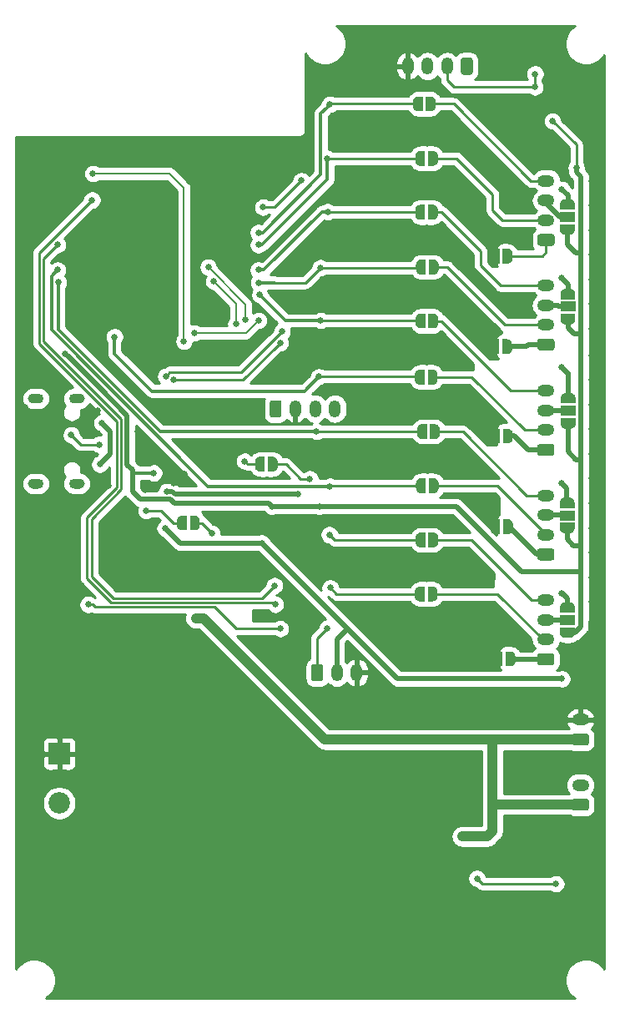
<source format=gbr>
G04 #@! TF.GenerationSoftware,KiCad,Pcbnew,(5.1.10)-1*
G04 #@! TF.CreationDate,2021-10-24T21:46:02+02:00*
G04 #@! TF.ProjectId,TestboardV2.2,54657374-626f-4617-9264-56322e322e6b,rev?*
G04 #@! TF.SameCoordinates,Original*
G04 #@! TF.FileFunction,Copper,L2,Bot*
G04 #@! TF.FilePolarity,Positive*
%FSLAX46Y46*%
G04 Gerber Fmt 4.6, Leading zero omitted, Abs format (unit mm)*
G04 Created by KiCad (PCBNEW (5.1.10)-1) date 2021-10-24 21:46:02*
%MOMM*%
%LPD*%
G01*
G04 APERTURE LIST*
G04 #@! TA.AperFunction,SMDPad,CuDef*
%ADD10C,0.100000*%
G04 #@! TD*
G04 #@! TA.AperFunction,ComponentPad*
%ADD11O,1.750000X1.200000*%
G04 #@! TD*
G04 #@! TA.AperFunction,ComponentPad*
%ADD12C,2.175000*%
G04 #@! TD*
G04 #@! TA.AperFunction,ComponentPad*
%ADD13R,2.175000X2.175000*%
G04 #@! TD*
G04 #@! TA.AperFunction,SMDPad,CuDef*
%ADD14R,1.500000X1.000000*%
G04 #@! TD*
G04 #@! TA.AperFunction,ComponentPad*
%ADD15O,1.200000X1.750000*%
G04 #@! TD*
G04 #@! TA.AperFunction,ViaPad*
%ADD16C,0.650000*%
G04 #@! TD*
G04 #@! TA.AperFunction,ViaPad*
%ADD17C,0.800000*%
G04 #@! TD*
G04 #@! TA.AperFunction,Conductor*
%ADD18C,0.300000*%
G04 #@! TD*
G04 #@! TA.AperFunction,Conductor*
%ADD19C,0.250000*%
G04 #@! TD*
G04 #@! TA.AperFunction,Conductor*
%ADD20C,0.500000*%
G04 #@! TD*
G04 #@! TA.AperFunction,Conductor*
%ADD21C,0.200000*%
G04 #@! TD*
G04 #@! TA.AperFunction,Conductor*
%ADD22C,1.000000*%
G04 #@! TD*
G04 #@! TA.AperFunction,Conductor*
%ADD23C,0.254000*%
G04 #@! TD*
G04 #@! TA.AperFunction,Conductor*
%ADD24C,0.100000*%
G04 #@! TD*
G04 APERTURE END LIST*
G04 #@! TA.AperFunction,SMDPad,CuDef*
D10*
G36*
X114500000Y-120970000D02*
G01*
X114000000Y-120970000D01*
X114000000Y-120969398D01*
X113975466Y-120969398D01*
X113926635Y-120964588D01*
X113878510Y-120955016D01*
X113831555Y-120940772D01*
X113786222Y-120921995D01*
X113742949Y-120898864D01*
X113702150Y-120871604D01*
X113664221Y-120840476D01*
X113629524Y-120805779D01*
X113598396Y-120767850D01*
X113571136Y-120727051D01*
X113548005Y-120683778D01*
X113529228Y-120638445D01*
X113514984Y-120591490D01*
X113505412Y-120543365D01*
X113500602Y-120494534D01*
X113500602Y-120470000D01*
X113500000Y-120470000D01*
X113500000Y-119970000D01*
X113500602Y-119970000D01*
X113500602Y-119945466D01*
X113505412Y-119896635D01*
X113514984Y-119848510D01*
X113529228Y-119801555D01*
X113548005Y-119756222D01*
X113571136Y-119712949D01*
X113598396Y-119672150D01*
X113629524Y-119634221D01*
X113664221Y-119599524D01*
X113702150Y-119568396D01*
X113742949Y-119541136D01*
X113786222Y-119518005D01*
X113831555Y-119499228D01*
X113878510Y-119484984D01*
X113926635Y-119475412D01*
X113975466Y-119470602D01*
X114000000Y-119470602D01*
X114000000Y-119470000D01*
X114500000Y-119470000D01*
X114500000Y-120970000D01*
G37*
G04 #@! TD.AperFunction*
G04 #@! TA.AperFunction,SMDPad,CuDef*
G36*
X115300000Y-119470602D02*
G01*
X115324534Y-119470602D01*
X115373365Y-119475412D01*
X115421490Y-119484984D01*
X115468445Y-119499228D01*
X115513778Y-119518005D01*
X115557051Y-119541136D01*
X115597850Y-119568396D01*
X115635779Y-119599524D01*
X115670476Y-119634221D01*
X115701604Y-119672150D01*
X115728864Y-119712949D01*
X115751995Y-119756222D01*
X115770772Y-119801555D01*
X115785016Y-119848510D01*
X115794588Y-119896635D01*
X115799398Y-119945466D01*
X115799398Y-119970000D01*
X115800000Y-119970000D01*
X115800000Y-120470000D01*
X115799398Y-120470000D01*
X115799398Y-120494534D01*
X115794588Y-120543365D01*
X115785016Y-120591490D01*
X115770772Y-120638445D01*
X115751995Y-120683778D01*
X115728864Y-120727051D01*
X115701604Y-120767850D01*
X115670476Y-120805779D01*
X115635779Y-120840476D01*
X115597850Y-120871604D01*
X115557051Y-120898864D01*
X115513778Y-120921995D01*
X115468445Y-120940772D01*
X115421490Y-120955016D01*
X115373365Y-120964588D01*
X115324534Y-120969398D01*
X115300000Y-120969398D01*
X115300000Y-120970000D01*
X114800000Y-120970000D01*
X114800000Y-119470000D01*
X115300000Y-119470000D01*
X115300000Y-119470602D01*
G37*
G04 #@! TD.AperFunction*
G04 #@! TA.AperFunction,SMDPad,CuDef*
G36*
X122710000Y-113500000D02*
G01*
X123210000Y-113500000D01*
X123210000Y-113500602D01*
X123234534Y-113500602D01*
X123283365Y-113505412D01*
X123331490Y-113514984D01*
X123378445Y-113529228D01*
X123423778Y-113548005D01*
X123467051Y-113571136D01*
X123507850Y-113598396D01*
X123545779Y-113629524D01*
X123580476Y-113664221D01*
X123611604Y-113702150D01*
X123638864Y-113742949D01*
X123661995Y-113786222D01*
X123680772Y-113831555D01*
X123695016Y-113878510D01*
X123704588Y-113926635D01*
X123709398Y-113975466D01*
X123709398Y-114000000D01*
X123710000Y-114000000D01*
X123710000Y-114500000D01*
X123709398Y-114500000D01*
X123709398Y-114524534D01*
X123704588Y-114573365D01*
X123695016Y-114621490D01*
X123680772Y-114668445D01*
X123661995Y-114713778D01*
X123638864Y-114757051D01*
X123611604Y-114797850D01*
X123580476Y-114835779D01*
X123545779Y-114870476D01*
X123507850Y-114901604D01*
X123467051Y-114928864D01*
X123423778Y-114951995D01*
X123378445Y-114970772D01*
X123331490Y-114985016D01*
X123283365Y-114994588D01*
X123234534Y-114999398D01*
X123210000Y-114999398D01*
X123210000Y-115000000D01*
X122710000Y-115000000D01*
X122710000Y-113500000D01*
G37*
G04 #@! TD.AperFunction*
G04 #@! TA.AperFunction,SMDPad,CuDef*
G36*
X121910000Y-114999398D02*
G01*
X121885466Y-114999398D01*
X121836635Y-114994588D01*
X121788510Y-114985016D01*
X121741555Y-114970772D01*
X121696222Y-114951995D01*
X121652949Y-114928864D01*
X121612150Y-114901604D01*
X121574221Y-114870476D01*
X121539524Y-114835779D01*
X121508396Y-114797850D01*
X121481136Y-114757051D01*
X121458005Y-114713778D01*
X121439228Y-114668445D01*
X121424984Y-114621490D01*
X121415412Y-114573365D01*
X121410602Y-114524534D01*
X121410602Y-114500000D01*
X121410000Y-114500000D01*
X121410000Y-114000000D01*
X121410602Y-114000000D01*
X121410602Y-113975466D01*
X121415412Y-113926635D01*
X121424984Y-113878510D01*
X121439228Y-113831555D01*
X121458005Y-113786222D01*
X121481136Y-113742949D01*
X121508396Y-113702150D01*
X121539524Y-113664221D01*
X121574221Y-113629524D01*
X121612150Y-113598396D01*
X121652949Y-113571136D01*
X121696222Y-113548005D01*
X121741555Y-113529228D01*
X121788510Y-113514984D01*
X121836635Y-113505412D01*
X121885466Y-113500602D01*
X121910000Y-113500602D01*
X121910000Y-113500000D01*
X122410000Y-113500000D01*
X122410000Y-115000000D01*
X121910000Y-115000000D01*
X121910000Y-114999398D01*
G37*
G04 #@! TD.AperFunction*
G04 #@! TA.AperFunction,ComponentPad*
G36*
G01*
X103040000Y-107100000D02*
X103640000Y-107100000D01*
G75*
G02*
X104140000Y-107600000I0J-500000D01*
G01*
X104140000Y-107600000D01*
G75*
G02*
X103640000Y-108100000I-500000J0D01*
G01*
X103040000Y-108100000D01*
G75*
G02*
X102540000Y-107600000I0J500000D01*
G01*
X102540000Y-107600000D01*
G75*
G02*
X103040000Y-107100000I500000J0D01*
G01*
G37*
G04 #@! TD.AperFunction*
G04 #@! TA.AperFunction,ComponentPad*
G36*
G01*
X103040000Y-115740000D02*
X103640000Y-115740000D01*
G75*
G02*
X104140000Y-116240000I0J-500000D01*
G01*
X104140000Y-116240000D01*
G75*
G02*
X103640000Y-116740000I-500000J0D01*
G01*
X103040000Y-116740000D01*
G75*
G02*
X102540000Y-116240000I0J500000D01*
G01*
X102540000Y-116240000D01*
G75*
G02*
X103040000Y-115740000I500000J0D01*
G01*
G37*
G04 #@! TD.AperFunction*
G04 #@! TA.AperFunction,ComponentPad*
G36*
G01*
X98860000Y-115740000D02*
X99460000Y-115740000D01*
G75*
G02*
X99960000Y-116240000I0J-500000D01*
G01*
X99960000Y-116240000D01*
G75*
G02*
X99460000Y-116740000I-500000J0D01*
G01*
X98860000Y-116740000D01*
G75*
G02*
X98360000Y-116240000I0J500000D01*
G01*
X98360000Y-116240000D01*
G75*
G02*
X98860000Y-115740000I500000J0D01*
G01*
G37*
G04 #@! TD.AperFunction*
G04 #@! TA.AperFunction,ComponentPad*
G36*
G01*
X98860000Y-107100000D02*
X99460000Y-107100000D01*
G75*
G02*
X99960000Y-107600000I0J-500000D01*
G01*
X99960000Y-107600000D01*
G75*
G02*
X99460000Y-108100000I-500000J0D01*
G01*
X98860000Y-108100000D01*
G75*
G02*
X98360000Y-107600000I0J500000D01*
G01*
X98360000Y-107600000D01*
G75*
G02*
X98860000Y-107100000I500000J0D01*
G01*
G37*
G04 #@! TD.AperFunction*
D11*
X154430000Y-140190000D03*
G04 #@! TA.AperFunction,ComponentPad*
G36*
G01*
X155055001Y-142790000D02*
X153804999Y-142790000D01*
G75*
G02*
X153555000Y-142540001I0J249999D01*
G01*
X153555000Y-141839999D01*
G75*
G02*
X153804999Y-141590000I249999J0D01*
G01*
X155055001Y-141590000D01*
G75*
G02*
X155305000Y-141839999I0J-249999D01*
G01*
X155305000Y-142540001D01*
G75*
G02*
X155055001Y-142790000I-249999J0D01*
G01*
G37*
G04 #@! TD.AperFunction*
G04 #@! TA.AperFunction,ComponentPad*
G36*
G01*
X151545400Y-134650000D02*
X150294600Y-134650000D01*
G75*
G02*
X150045000Y-134400400I0J249600D01*
G01*
X150045000Y-133699600D01*
G75*
G02*
X150294600Y-133450000I249600J0D01*
G01*
X151545400Y-133450000D01*
G75*
G02*
X151795000Y-133699600I0J-249600D01*
G01*
X151795000Y-134400400D01*
G75*
G02*
X151545400Y-134650000I-249600J0D01*
G01*
G37*
G04 #@! TD.AperFunction*
X150920000Y-132050000D03*
X150920000Y-130050000D03*
X150920000Y-128050000D03*
X150910000Y-117420000D03*
X150910000Y-119420000D03*
X150910000Y-121420000D03*
G04 #@! TA.AperFunction,ComponentPad*
G36*
G01*
X151535400Y-124020000D02*
X150284600Y-124020000D01*
G75*
G02*
X150035000Y-123770400I0J249600D01*
G01*
X150035000Y-123069600D01*
G75*
G02*
X150284600Y-122820000I249600J0D01*
G01*
X151535400Y-122820000D01*
G75*
G02*
X151785000Y-123069600I0J-249600D01*
G01*
X151785000Y-123770400D01*
G75*
G02*
X151535400Y-124020000I-249600J0D01*
G01*
G37*
G04 #@! TD.AperFunction*
X150910000Y-106810000D03*
X150910000Y-108810000D03*
X150910000Y-110810000D03*
G04 #@! TA.AperFunction,ComponentPad*
G36*
G01*
X151535400Y-113410000D02*
X150284600Y-113410000D01*
G75*
G02*
X150035000Y-113160400I0J249600D01*
G01*
X150035000Y-112459600D01*
G75*
G02*
X150284600Y-112210000I249600J0D01*
G01*
X151535400Y-112210000D01*
G75*
G02*
X151785000Y-112459600I0J-249600D01*
G01*
X151785000Y-113160400D01*
G75*
G02*
X151535400Y-113410000I-249600J0D01*
G01*
G37*
G04 #@! TD.AperFunction*
X150930000Y-96130000D03*
X150930000Y-98130000D03*
X150930000Y-100130000D03*
G04 #@! TA.AperFunction,ComponentPad*
G36*
G01*
X151555400Y-102730000D02*
X150304600Y-102730000D01*
G75*
G02*
X150055000Y-102480400I0J249600D01*
G01*
X150055000Y-101779600D01*
G75*
G02*
X150304600Y-101530000I249600J0D01*
G01*
X151555400Y-101530000D01*
G75*
G02*
X151805000Y-101779600I0J-249600D01*
G01*
X151805000Y-102480400D01*
G75*
G02*
X151555400Y-102730000I-249600J0D01*
G01*
G37*
G04 #@! TD.AperFunction*
X150940000Y-85510000D03*
X150940000Y-87510000D03*
X150940000Y-89510000D03*
G04 #@! TA.AperFunction,ComponentPad*
G36*
G01*
X151565400Y-92110000D02*
X150314600Y-92110000D01*
G75*
G02*
X150065000Y-91860400I0J249600D01*
G01*
X150065000Y-91159600D01*
G75*
G02*
X150314600Y-90910000I249600J0D01*
G01*
X151565400Y-90910000D01*
G75*
G02*
X151815000Y-91159600I0J-249600D01*
G01*
X151815000Y-91860400D01*
G75*
G02*
X151565400Y-92110000I-249600J0D01*
G01*
G37*
G04 #@! TD.AperFunction*
D12*
X101550000Y-148630000D03*
D13*
X101550000Y-143630000D03*
G04 #@! TA.AperFunction,SMDPad,CuDef*
D10*
G36*
X139240000Y-76950602D02*
G01*
X139264534Y-76950602D01*
X139313365Y-76955412D01*
X139361490Y-76964984D01*
X139408445Y-76979228D01*
X139453778Y-76998005D01*
X139497051Y-77021136D01*
X139537850Y-77048396D01*
X139575779Y-77079524D01*
X139610476Y-77114221D01*
X139641604Y-77152150D01*
X139668864Y-77192949D01*
X139691995Y-77236222D01*
X139710772Y-77281555D01*
X139725016Y-77328510D01*
X139734588Y-77376635D01*
X139739398Y-77425466D01*
X139739398Y-77450000D01*
X139740000Y-77450000D01*
X139740000Y-77950000D01*
X139739398Y-77950000D01*
X139739398Y-77974534D01*
X139734588Y-78023365D01*
X139725016Y-78071490D01*
X139710772Y-78118445D01*
X139691995Y-78163778D01*
X139668864Y-78207051D01*
X139641604Y-78247850D01*
X139610476Y-78285779D01*
X139575779Y-78320476D01*
X139537850Y-78351604D01*
X139497051Y-78378864D01*
X139453778Y-78401995D01*
X139408445Y-78420772D01*
X139361490Y-78435016D01*
X139313365Y-78444588D01*
X139264534Y-78449398D01*
X139240000Y-78449398D01*
X139240000Y-78450000D01*
X138740000Y-78450000D01*
X138740000Y-76950000D01*
X139240000Y-76950000D01*
X139240000Y-76950602D01*
G37*
G04 #@! TD.AperFunction*
G04 #@! TA.AperFunction,SMDPad,CuDef*
G36*
X138440000Y-78450000D02*
G01*
X137940000Y-78450000D01*
X137940000Y-78449398D01*
X137915466Y-78449398D01*
X137866635Y-78444588D01*
X137818510Y-78435016D01*
X137771555Y-78420772D01*
X137726222Y-78401995D01*
X137682949Y-78378864D01*
X137642150Y-78351604D01*
X137604221Y-78320476D01*
X137569524Y-78285779D01*
X137538396Y-78247850D01*
X137511136Y-78207051D01*
X137488005Y-78163778D01*
X137469228Y-78118445D01*
X137454984Y-78071490D01*
X137445412Y-78023365D01*
X137440602Y-77974534D01*
X137440602Y-77950000D01*
X137440000Y-77950000D01*
X137440000Y-77450000D01*
X137440602Y-77450000D01*
X137440602Y-77425466D01*
X137445412Y-77376635D01*
X137454984Y-77328510D01*
X137469228Y-77281555D01*
X137488005Y-77236222D01*
X137511136Y-77192949D01*
X137538396Y-77152150D01*
X137569524Y-77114221D01*
X137604221Y-77079524D01*
X137642150Y-77048396D01*
X137682949Y-77021136D01*
X137726222Y-76998005D01*
X137771555Y-76979228D01*
X137818510Y-76964984D01*
X137866635Y-76955412D01*
X137915466Y-76950602D01*
X137940000Y-76950602D01*
X137940000Y-76950000D01*
X138440000Y-76950000D01*
X138440000Y-78450000D01*
G37*
G04 #@! TD.AperFunction*
G04 #@! TA.AperFunction,SMDPad,CuDef*
G36*
X139470000Y-82480602D02*
G01*
X139494534Y-82480602D01*
X139543365Y-82485412D01*
X139591490Y-82494984D01*
X139638445Y-82509228D01*
X139683778Y-82528005D01*
X139727051Y-82551136D01*
X139767850Y-82578396D01*
X139805779Y-82609524D01*
X139840476Y-82644221D01*
X139871604Y-82682150D01*
X139898864Y-82722949D01*
X139921995Y-82766222D01*
X139940772Y-82811555D01*
X139955016Y-82858510D01*
X139964588Y-82906635D01*
X139969398Y-82955466D01*
X139969398Y-82980000D01*
X139970000Y-82980000D01*
X139970000Y-83480000D01*
X139969398Y-83480000D01*
X139969398Y-83504534D01*
X139964588Y-83553365D01*
X139955016Y-83601490D01*
X139940772Y-83648445D01*
X139921995Y-83693778D01*
X139898864Y-83737051D01*
X139871604Y-83777850D01*
X139840476Y-83815779D01*
X139805779Y-83850476D01*
X139767850Y-83881604D01*
X139727051Y-83908864D01*
X139683778Y-83931995D01*
X139638445Y-83950772D01*
X139591490Y-83965016D01*
X139543365Y-83974588D01*
X139494534Y-83979398D01*
X139470000Y-83979398D01*
X139470000Y-83980000D01*
X138970000Y-83980000D01*
X138970000Y-82480000D01*
X139470000Y-82480000D01*
X139470000Y-82480602D01*
G37*
G04 #@! TD.AperFunction*
G04 #@! TA.AperFunction,SMDPad,CuDef*
G36*
X138670000Y-83980000D02*
G01*
X138170000Y-83980000D01*
X138170000Y-83979398D01*
X138145466Y-83979398D01*
X138096635Y-83974588D01*
X138048510Y-83965016D01*
X138001555Y-83950772D01*
X137956222Y-83931995D01*
X137912949Y-83908864D01*
X137872150Y-83881604D01*
X137834221Y-83850476D01*
X137799524Y-83815779D01*
X137768396Y-83777850D01*
X137741136Y-83737051D01*
X137718005Y-83693778D01*
X137699228Y-83648445D01*
X137684984Y-83601490D01*
X137675412Y-83553365D01*
X137670602Y-83504534D01*
X137670602Y-83480000D01*
X137670000Y-83480000D01*
X137670000Y-82980000D01*
X137670602Y-82980000D01*
X137670602Y-82955466D01*
X137675412Y-82906635D01*
X137684984Y-82858510D01*
X137699228Y-82811555D01*
X137718005Y-82766222D01*
X137741136Y-82722949D01*
X137768396Y-82682150D01*
X137799524Y-82644221D01*
X137834221Y-82609524D01*
X137872150Y-82578396D01*
X137912949Y-82551136D01*
X137956222Y-82528005D01*
X138001555Y-82509228D01*
X138048510Y-82494984D01*
X138096635Y-82485412D01*
X138145466Y-82480602D01*
X138170000Y-82480602D01*
X138170000Y-82480000D01*
X138670000Y-82480000D01*
X138670000Y-83980000D01*
G37*
G04 #@! TD.AperFunction*
G04 #@! TA.AperFunction,SMDPad,CuDef*
G36*
X139460000Y-87940602D02*
G01*
X139484534Y-87940602D01*
X139533365Y-87945412D01*
X139581490Y-87954984D01*
X139628445Y-87969228D01*
X139673778Y-87988005D01*
X139717051Y-88011136D01*
X139757850Y-88038396D01*
X139795779Y-88069524D01*
X139830476Y-88104221D01*
X139861604Y-88142150D01*
X139888864Y-88182949D01*
X139911995Y-88226222D01*
X139930772Y-88271555D01*
X139945016Y-88318510D01*
X139954588Y-88366635D01*
X139959398Y-88415466D01*
X139959398Y-88440000D01*
X139960000Y-88440000D01*
X139960000Y-88940000D01*
X139959398Y-88940000D01*
X139959398Y-88964534D01*
X139954588Y-89013365D01*
X139945016Y-89061490D01*
X139930772Y-89108445D01*
X139911995Y-89153778D01*
X139888864Y-89197051D01*
X139861604Y-89237850D01*
X139830476Y-89275779D01*
X139795779Y-89310476D01*
X139757850Y-89341604D01*
X139717051Y-89368864D01*
X139673778Y-89391995D01*
X139628445Y-89410772D01*
X139581490Y-89425016D01*
X139533365Y-89434588D01*
X139484534Y-89439398D01*
X139460000Y-89439398D01*
X139460000Y-89440000D01*
X138960000Y-89440000D01*
X138960000Y-87940000D01*
X139460000Y-87940000D01*
X139460000Y-87940602D01*
G37*
G04 #@! TD.AperFunction*
G04 #@! TA.AperFunction,SMDPad,CuDef*
G36*
X138660000Y-89440000D02*
G01*
X138160000Y-89440000D01*
X138160000Y-89439398D01*
X138135466Y-89439398D01*
X138086635Y-89434588D01*
X138038510Y-89425016D01*
X137991555Y-89410772D01*
X137946222Y-89391995D01*
X137902949Y-89368864D01*
X137862150Y-89341604D01*
X137824221Y-89310476D01*
X137789524Y-89275779D01*
X137758396Y-89237850D01*
X137731136Y-89197051D01*
X137708005Y-89153778D01*
X137689228Y-89108445D01*
X137674984Y-89061490D01*
X137665412Y-89013365D01*
X137660602Y-88964534D01*
X137660602Y-88940000D01*
X137660000Y-88940000D01*
X137660000Y-88440000D01*
X137660602Y-88440000D01*
X137660602Y-88415466D01*
X137665412Y-88366635D01*
X137674984Y-88318510D01*
X137689228Y-88271555D01*
X137708005Y-88226222D01*
X137731136Y-88182949D01*
X137758396Y-88142150D01*
X137789524Y-88104221D01*
X137824221Y-88069524D01*
X137862150Y-88038396D01*
X137902949Y-88011136D01*
X137946222Y-87988005D01*
X137991555Y-87969228D01*
X138038510Y-87954984D01*
X138086635Y-87945412D01*
X138135466Y-87940602D01*
X138160000Y-87940602D01*
X138160000Y-87940000D01*
X138660000Y-87940000D01*
X138660000Y-89440000D01*
G37*
G04 #@! TD.AperFunction*
G04 #@! TA.AperFunction,SMDPad,CuDef*
G36*
X139540000Y-93500602D02*
G01*
X139564534Y-93500602D01*
X139613365Y-93505412D01*
X139661490Y-93514984D01*
X139708445Y-93529228D01*
X139753778Y-93548005D01*
X139797051Y-93571136D01*
X139837850Y-93598396D01*
X139875779Y-93629524D01*
X139910476Y-93664221D01*
X139941604Y-93702150D01*
X139968864Y-93742949D01*
X139991995Y-93786222D01*
X140010772Y-93831555D01*
X140025016Y-93878510D01*
X140034588Y-93926635D01*
X140039398Y-93975466D01*
X140039398Y-94000000D01*
X140040000Y-94000000D01*
X140040000Y-94500000D01*
X140039398Y-94500000D01*
X140039398Y-94524534D01*
X140034588Y-94573365D01*
X140025016Y-94621490D01*
X140010772Y-94668445D01*
X139991995Y-94713778D01*
X139968864Y-94757051D01*
X139941604Y-94797850D01*
X139910476Y-94835779D01*
X139875779Y-94870476D01*
X139837850Y-94901604D01*
X139797051Y-94928864D01*
X139753778Y-94951995D01*
X139708445Y-94970772D01*
X139661490Y-94985016D01*
X139613365Y-94994588D01*
X139564534Y-94999398D01*
X139540000Y-94999398D01*
X139540000Y-95000000D01*
X139040000Y-95000000D01*
X139040000Y-93500000D01*
X139540000Y-93500000D01*
X139540000Y-93500602D01*
G37*
G04 #@! TD.AperFunction*
G04 #@! TA.AperFunction,SMDPad,CuDef*
G36*
X138740000Y-95000000D02*
G01*
X138240000Y-95000000D01*
X138240000Y-94999398D01*
X138215466Y-94999398D01*
X138166635Y-94994588D01*
X138118510Y-94985016D01*
X138071555Y-94970772D01*
X138026222Y-94951995D01*
X137982949Y-94928864D01*
X137942150Y-94901604D01*
X137904221Y-94870476D01*
X137869524Y-94835779D01*
X137838396Y-94797850D01*
X137811136Y-94757051D01*
X137788005Y-94713778D01*
X137769228Y-94668445D01*
X137754984Y-94621490D01*
X137745412Y-94573365D01*
X137740602Y-94524534D01*
X137740602Y-94500000D01*
X137740000Y-94500000D01*
X137740000Y-94000000D01*
X137740602Y-94000000D01*
X137740602Y-93975466D01*
X137745412Y-93926635D01*
X137754984Y-93878510D01*
X137769228Y-93831555D01*
X137788005Y-93786222D01*
X137811136Y-93742949D01*
X137838396Y-93702150D01*
X137869524Y-93664221D01*
X137904221Y-93629524D01*
X137942150Y-93598396D01*
X137982949Y-93571136D01*
X138026222Y-93548005D01*
X138071555Y-93529228D01*
X138118510Y-93514984D01*
X138166635Y-93505412D01*
X138215466Y-93500602D01*
X138240000Y-93500602D01*
X138240000Y-93500000D01*
X138740000Y-93500000D01*
X138740000Y-95000000D01*
G37*
G04 #@! TD.AperFunction*
G04 #@! TA.AperFunction,SMDPad,CuDef*
G36*
X139510000Y-98970602D02*
G01*
X139534534Y-98970602D01*
X139583365Y-98975412D01*
X139631490Y-98984984D01*
X139678445Y-98999228D01*
X139723778Y-99018005D01*
X139767051Y-99041136D01*
X139807850Y-99068396D01*
X139845779Y-99099524D01*
X139880476Y-99134221D01*
X139911604Y-99172150D01*
X139938864Y-99212949D01*
X139961995Y-99256222D01*
X139980772Y-99301555D01*
X139995016Y-99348510D01*
X140004588Y-99396635D01*
X140009398Y-99445466D01*
X140009398Y-99470000D01*
X140010000Y-99470000D01*
X140010000Y-99970000D01*
X140009398Y-99970000D01*
X140009398Y-99994534D01*
X140004588Y-100043365D01*
X139995016Y-100091490D01*
X139980772Y-100138445D01*
X139961995Y-100183778D01*
X139938864Y-100227051D01*
X139911604Y-100267850D01*
X139880476Y-100305779D01*
X139845779Y-100340476D01*
X139807850Y-100371604D01*
X139767051Y-100398864D01*
X139723778Y-100421995D01*
X139678445Y-100440772D01*
X139631490Y-100455016D01*
X139583365Y-100464588D01*
X139534534Y-100469398D01*
X139510000Y-100469398D01*
X139510000Y-100470000D01*
X139010000Y-100470000D01*
X139010000Y-98970000D01*
X139510000Y-98970000D01*
X139510000Y-98970602D01*
G37*
G04 #@! TD.AperFunction*
G04 #@! TA.AperFunction,SMDPad,CuDef*
G36*
X138710000Y-100470000D02*
G01*
X138210000Y-100470000D01*
X138210000Y-100469398D01*
X138185466Y-100469398D01*
X138136635Y-100464588D01*
X138088510Y-100455016D01*
X138041555Y-100440772D01*
X137996222Y-100421995D01*
X137952949Y-100398864D01*
X137912150Y-100371604D01*
X137874221Y-100340476D01*
X137839524Y-100305779D01*
X137808396Y-100267850D01*
X137781136Y-100227051D01*
X137758005Y-100183778D01*
X137739228Y-100138445D01*
X137724984Y-100091490D01*
X137715412Y-100043365D01*
X137710602Y-99994534D01*
X137710602Y-99970000D01*
X137710000Y-99970000D01*
X137710000Y-99470000D01*
X137710602Y-99470000D01*
X137710602Y-99445466D01*
X137715412Y-99396635D01*
X137724984Y-99348510D01*
X137739228Y-99301555D01*
X137758005Y-99256222D01*
X137781136Y-99212949D01*
X137808396Y-99172150D01*
X137839524Y-99134221D01*
X137874221Y-99099524D01*
X137912150Y-99068396D01*
X137952949Y-99041136D01*
X137996222Y-99018005D01*
X138041555Y-98999228D01*
X138088510Y-98984984D01*
X138136635Y-98975412D01*
X138185466Y-98970602D01*
X138210000Y-98970602D01*
X138210000Y-98970000D01*
X138710000Y-98970000D01*
X138710000Y-100470000D01*
G37*
G04 #@! TD.AperFunction*
G04 #@! TA.AperFunction,SMDPad,CuDef*
G36*
X139440000Y-104670602D02*
G01*
X139464534Y-104670602D01*
X139513365Y-104675412D01*
X139561490Y-104684984D01*
X139608445Y-104699228D01*
X139653778Y-104718005D01*
X139697051Y-104741136D01*
X139737850Y-104768396D01*
X139775779Y-104799524D01*
X139810476Y-104834221D01*
X139841604Y-104872150D01*
X139868864Y-104912949D01*
X139891995Y-104956222D01*
X139910772Y-105001555D01*
X139925016Y-105048510D01*
X139934588Y-105096635D01*
X139939398Y-105145466D01*
X139939398Y-105170000D01*
X139940000Y-105170000D01*
X139940000Y-105670000D01*
X139939398Y-105670000D01*
X139939398Y-105694534D01*
X139934588Y-105743365D01*
X139925016Y-105791490D01*
X139910772Y-105838445D01*
X139891995Y-105883778D01*
X139868864Y-105927051D01*
X139841604Y-105967850D01*
X139810476Y-106005779D01*
X139775779Y-106040476D01*
X139737850Y-106071604D01*
X139697051Y-106098864D01*
X139653778Y-106121995D01*
X139608445Y-106140772D01*
X139561490Y-106155016D01*
X139513365Y-106164588D01*
X139464534Y-106169398D01*
X139440000Y-106169398D01*
X139440000Y-106170000D01*
X138940000Y-106170000D01*
X138940000Y-104670000D01*
X139440000Y-104670000D01*
X139440000Y-104670602D01*
G37*
G04 #@! TD.AperFunction*
G04 #@! TA.AperFunction,SMDPad,CuDef*
G36*
X138640000Y-106170000D02*
G01*
X138140000Y-106170000D01*
X138140000Y-106169398D01*
X138115466Y-106169398D01*
X138066635Y-106164588D01*
X138018510Y-106155016D01*
X137971555Y-106140772D01*
X137926222Y-106121995D01*
X137882949Y-106098864D01*
X137842150Y-106071604D01*
X137804221Y-106040476D01*
X137769524Y-106005779D01*
X137738396Y-105967850D01*
X137711136Y-105927051D01*
X137688005Y-105883778D01*
X137669228Y-105838445D01*
X137654984Y-105791490D01*
X137645412Y-105743365D01*
X137640602Y-105694534D01*
X137640602Y-105670000D01*
X137640000Y-105670000D01*
X137640000Y-105170000D01*
X137640602Y-105170000D01*
X137640602Y-105145466D01*
X137645412Y-105096635D01*
X137654984Y-105048510D01*
X137669228Y-105001555D01*
X137688005Y-104956222D01*
X137711136Y-104912949D01*
X137738396Y-104872150D01*
X137769524Y-104834221D01*
X137804221Y-104799524D01*
X137842150Y-104768396D01*
X137882949Y-104741136D01*
X137926222Y-104718005D01*
X137971555Y-104699228D01*
X138018510Y-104684984D01*
X138066635Y-104675412D01*
X138115466Y-104670602D01*
X138140000Y-104670602D01*
X138140000Y-104670000D01*
X138640000Y-104670000D01*
X138640000Y-106170000D01*
G37*
G04 #@! TD.AperFunction*
G04 #@! TA.AperFunction,SMDPad,CuDef*
G36*
X139650000Y-110190602D02*
G01*
X139674534Y-110190602D01*
X139723365Y-110195412D01*
X139771490Y-110204984D01*
X139818445Y-110219228D01*
X139863778Y-110238005D01*
X139907051Y-110261136D01*
X139947850Y-110288396D01*
X139985779Y-110319524D01*
X140020476Y-110354221D01*
X140051604Y-110392150D01*
X140078864Y-110432949D01*
X140101995Y-110476222D01*
X140120772Y-110521555D01*
X140135016Y-110568510D01*
X140144588Y-110616635D01*
X140149398Y-110665466D01*
X140149398Y-110690000D01*
X140150000Y-110690000D01*
X140150000Y-111190000D01*
X140149398Y-111190000D01*
X140149398Y-111214534D01*
X140144588Y-111263365D01*
X140135016Y-111311490D01*
X140120772Y-111358445D01*
X140101995Y-111403778D01*
X140078864Y-111447051D01*
X140051604Y-111487850D01*
X140020476Y-111525779D01*
X139985779Y-111560476D01*
X139947850Y-111591604D01*
X139907051Y-111618864D01*
X139863778Y-111641995D01*
X139818445Y-111660772D01*
X139771490Y-111675016D01*
X139723365Y-111684588D01*
X139674534Y-111689398D01*
X139650000Y-111689398D01*
X139650000Y-111690000D01*
X139150000Y-111690000D01*
X139150000Y-110190000D01*
X139650000Y-110190000D01*
X139650000Y-110190602D01*
G37*
G04 #@! TD.AperFunction*
G04 #@! TA.AperFunction,SMDPad,CuDef*
G36*
X138850000Y-111690000D02*
G01*
X138350000Y-111690000D01*
X138350000Y-111689398D01*
X138325466Y-111689398D01*
X138276635Y-111684588D01*
X138228510Y-111675016D01*
X138181555Y-111660772D01*
X138136222Y-111641995D01*
X138092949Y-111618864D01*
X138052150Y-111591604D01*
X138014221Y-111560476D01*
X137979524Y-111525779D01*
X137948396Y-111487850D01*
X137921136Y-111447051D01*
X137898005Y-111403778D01*
X137879228Y-111358445D01*
X137864984Y-111311490D01*
X137855412Y-111263365D01*
X137850602Y-111214534D01*
X137850602Y-111190000D01*
X137850000Y-111190000D01*
X137850000Y-110690000D01*
X137850602Y-110690000D01*
X137850602Y-110665466D01*
X137855412Y-110616635D01*
X137864984Y-110568510D01*
X137879228Y-110521555D01*
X137898005Y-110476222D01*
X137921136Y-110432949D01*
X137948396Y-110392150D01*
X137979524Y-110354221D01*
X138014221Y-110319524D01*
X138052150Y-110288396D01*
X138092949Y-110261136D01*
X138136222Y-110238005D01*
X138181555Y-110219228D01*
X138228510Y-110204984D01*
X138276635Y-110195412D01*
X138325466Y-110190602D01*
X138350000Y-110190602D01*
X138350000Y-110190000D01*
X138850000Y-110190000D01*
X138850000Y-111690000D01*
G37*
G04 #@! TD.AperFunction*
G04 #@! TA.AperFunction,SMDPad,CuDef*
G36*
X139540000Y-115680602D02*
G01*
X139564534Y-115680602D01*
X139613365Y-115685412D01*
X139661490Y-115694984D01*
X139708445Y-115709228D01*
X139753778Y-115728005D01*
X139797051Y-115751136D01*
X139837850Y-115778396D01*
X139875779Y-115809524D01*
X139910476Y-115844221D01*
X139941604Y-115882150D01*
X139968864Y-115922949D01*
X139991995Y-115966222D01*
X140010772Y-116011555D01*
X140025016Y-116058510D01*
X140034588Y-116106635D01*
X140039398Y-116155466D01*
X140039398Y-116180000D01*
X140040000Y-116180000D01*
X140040000Y-116680000D01*
X140039398Y-116680000D01*
X140039398Y-116704534D01*
X140034588Y-116753365D01*
X140025016Y-116801490D01*
X140010772Y-116848445D01*
X139991995Y-116893778D01*
X139968864Y-116937051D01*
X139941604Y-116977850D01*
X139910476Y-117015779D01*
X139875779Y-117050476D01*
X139837850Y-117081604D01*
X139797051Y-117108864D01*
X139753778Y-117131995D01*
X139708445Y-117150772D01*
X139661490Y-117165016D01*
X139613365Y-117174588D01*
X139564534Y-117179398D01*
X139540000Y-117179398D01*
X139540000Y-117180000D01*
X139040000Y-117180000D01*
X139040000Y-115680000D01*
X139540000Y-115680000D01*
X139540000Y-115680602D01*
G37*
G04 #@! TD.AperFunction*
G04 #@! TA.AperFunction,SMDPad,CuDef*
G36*
X138740000Y-117180000D02*
G01*
X138240000Y-117180000D01*
X138240000Y-117179398D01*
X138215466Y-117179398D01*
X138166635Y-117174588D01*
X138118510Y-117165016D01*
X138071555Y-117150772D01*
X138026222Y-117131995D01*
X137982949Y-117108864D01*
X137942150Y-117081604D01*
X137904221Y-117050476D01*
X137869524Y-117015779D01*
X137838396Y-116977850D01*
X137811136Y-116937051D01*
X137788005Y-116893778D01*
X137769228Y-116848445D01*
X137754984Y-116801490D01*
X137745412Y-116753365D01*
X137740602Y-116704534D01*
X137740602Y-116680000D01*
X137740000Y-116680000D01*
X137740000Y-116180000D01*
X137740602Y-116180000D01*
X137740602Y-116155466D01*
X137745412Y-116106635D01*
X137754984Y-116058510D01*
X137769228Y-116011555D01*
X137788005Y-115966222D01*
X137811136Y-115922949D01*
X137838396Y-115882150D01*
X137869524Y-115844221D01*
X137904221Y-115809524D01*
X137942150Y-115778396D01*
X137982949Y-115751136D01*
X138026222Y-115728005D01*
X138071555Y-115709228D01*
X138118510Y-115694984D01*
X138166635Y-115685412D01*
X138215466Y-115680602D01*
X138240000Y-115680602D01*
X138240000Y-115680000D01*
X138740000Y-115680000D01*
X138740000Y-117180000D01*
G37*
G04 #@! TD.AperFunction*
G04 #@! TA.AperFunction,SMDPad,CuDef*
G36*
X139510000Y-121190602D02*
G01*
X139534534Y-121190602D01*
X139583365Y-121195412D01*
X139631490Y-121204984D01*
X139678445Y-121219228D01*
X139723778Y-121238005D01*
X139767051Y-121261136D01*
X139807850Y-121288396D01*
X139845779Y-121319524D01*
X139880476Y-121354221D01*
X139911604Y-121392150D01*
X139938864Y-121432949D01*
X139961995Y-121476222D01*
X139980772Y-121521555D01*
X139995016Y-121568510D01*
X140004588Y-121616635D01*
X140009398Y-121665466D01*
X140009398Y-121690000D01*
X140010000Y-121690000D01*
X140010000Y-122190000D01*
X140009398Y-122190000D01*
X140009398Y-122214534D01*
X140004588Y-122263365D01*
X139995016Y-122311490D01*
X139980772Y-122358445D01*
X139961995Y-122403778D01*
X139938864Y-122447051D01*
X139911604Y-122487850D01*
X139880476Y-122525779D01*
X139845779Y-122560476D01*
X139807850Y-122591604D01*
X139767051Y-122618864D01*
X139723778Y-122641995D01*
X139678445Y-122660772D01*
X139631490Y-122675016D01*
X139583365Y-122684588D01*
X139534534Y-122689398D01*
X139510000Y-122689398D01*
X139510000Y-122690000D01*
X139010000Y-122690000D01*
X139010000Y-121190000D01*
X139510000Y-121190000D01*
X139510000Y-121190602D01*
G37*
G04 #@! TD.AperFunction*
G04 #@! TA.AperFunction,SMDPad,CuDef*
G36*
X138710000Y-122690000D02*
G01*
X138210000Y-122690000D01*
X138210000Y-122689398D01*
X138185466Y-122689398D01*
X138136635Y-122684588D01*
X138088510Y-122675016D01*
X138041555Y-122660772D01*
X137996222Y-122641995D01*
X137952949Y-122618864D01*
X137912150Y-122591604D01*
X137874221Y-122560476D01*
X137839524Y-122525779D01*
X137808396Y-122487850D01*
X137781136Y-122447051D01*
X137758005Y-122403778D01*
X137739228Y-122358445D01*
X137724984Y-122311490D01*
X137715412Y-122263365D01*
X137710602Y-122214534D01*
X137710602Y-122190000D01*
X137710000Y-122190000D01*
X137710000Y-121690000D01*
X137710602Y-121690000D01*
X137710602Y-121665466D01*
X137715412Y-121616635D01*
X137724984Y-121568510D01*
X137739228Y-121521555D01*
X137758005Y-121476222D01*
X137781136Y-121432949D01*
X137808396Y-121392150D01*
X137839524Y-121354221D01*
X137874221Y-121319524D01*
X137912150Y-121288396D01*
X137952949Y-121261136D01*
X137996222Y-121238005D01*
X138041555Y-121219228D01*
X138088510Y-121204984D01*
X138136635Y-121195412D01*
X138185466Y-121190602D01*
X138210000Y-121190602D01*
X138210000Y-121190000D01*
X138710000Y-121190000D01*
X138710000Y-122690000D01*
G37*
G04 #@! TD.AperFunction*
G04 #@! TA.AperFunction,SMDPad,CuDef*
G36*
X139440000Y-126670602D02*
G01*
X139464534Y-126670602D01*
X139513365Y-126675412D01*
X139561490Y-126684984D01*
X139608445Y-126699228D01*
X139653778Y-126718005D01*
X139697051Y-126741136D01*
X139737850Y-126768396D01*
X139775779Y-126799524D01*
X139810476Y-126834221D01*
X139841604Y-126872150D01*
X139868864Y-126912949D01*
X139891995Y-126956222D01*
X139910772Y-127001555D01*
X139925016Y-127048510D01*
X139934588Y-127096635D01*
X139939398Y-127145466D01*
X139939398Y-127170000D01*
X139940000Y-127170000D01*
X139940000Y-127670000D01*
X139939398Y-127670000D01*
X139939398Y-127694534D01*
X139934588Y-127743365D01*
X139925016Y-127791490D01*
X139910772Y-127838445D01*
X139891995Y-127883778D01*
X139868864Y-127927051D01*
X139841604Y-127967850D01*
X139810476Y-128005779D01*
X139775779Y-128040476D01*
X139737850Y-128071604D01*
X139697051Y-128098864D01*
X139653778Y-128121995D01*
X139608445Y-128140772D01*
X139561490Y-128155016D01*
X139513365Y-128164588D01*
X139464534Y-128169398D01*
X139440000Y-128169398D01*
X139440000Y-128170000D01*
X138940000Y-128170000D01*
X138940000Y-126670000D01*
X139440000Y-126670000D01*
X139440000Y-126670602D01*
G37*
G04 #@! TD.AperFunction*
G04 #@! TA.AperFunction,SMDPad,CuDef*
G36*
X138640000Y-128170000D02*
G01*
X138140000Y-128170000D01*
X138140000Y-128169398D01*
X138115466Y-128169398D01*
X138066635Y-128164588D01*
X138018510Y-128155016D01*
X137971555Y-128140772D01*
X137926222Y-128121995D01*
X137882949Y-128098864D01*
X137842150Y-128071604D01*
X137804221Y-128040476D01*
X137769524Y-128005779D01*
X137738396Y-127967850D01*
X137711136Y-127927051D01*
X137688005Y-127883778D01*
X137669228Y-127838445D01*
X137654984Y-127791490D01*
X137645412Y-127743365D01*
X137640602Y-127694534D01*
X137640602Y-127670000D01*
X137640000Y-127670000D01*
X137640000Y-127170000D01*
X137640602Y-127170000D01*
X137640602Y-127145466D01*
X137645412Y-127096635D01*
X137654984Y-127048510D01*
X137669228Y-127001555D01*
X137688005Y-126956222D01*
X137711136Y-126912949D01*
X137738396Y-126872150D01*
X137769524Y-126834221D01*
X137804221Y-126799524D01*
X137842150Y-126768396D01*
X137882949Y-126741136D01*
X137926222Y-126718005D01*
X137971555Y-126699228D01*
X138018510Y-126684984D01*
X138066635Y-126675412D01*
X138115466Y-126670602D01*
X138140000Y-126670602D01*
X138140000Y-126670000D01*
X138640000Y-126670000D01*
X138640000Y-128170000D01*
G37*
G04 #@! TD.AperFunction*
G04 #@! TA.AperFunction,SMDPad,CuDef*
G36*
X145740000Y-93889398D02*
G01*
X145715466Y-93889398D01*
X145666635Y-93884588D01*
X145618510Y-93875016D01*
X145571555Y-93860772D01*
X145526222Y-93841995D01*
X145482949Y-93818864D01*
X145442150Y-93791604D01*
X145404221Y-93760476D01*
X145369524Y-93725779D01*
X145338396Y-93687850D01*
X145311136Y-93647051D01*
X145288005Y-93603778D01*
X145269228Y-93558445D01*
X145254984Y-93511490D01*
X145245412Y-93463365D01*
X145240602Y-93414534D01*
X145240602Y-93390000D01*
X145240000Y-93390000D01*
X145240000Y-92890000D01*
X145240602Y-92890000D01*
X145240602Y-92865466D01*
X145245412Y-92816635D01*
X145254984Y-92768510D01*
X145269228Y-92721555D01*
X145288005Y-92676222D01*
X145311136Y-92632949D01*
X145338396Y-92592150D01*
X145369524Y-92554221D01*
X145404221Y-92519524D01*
X145442150Y-92488396D01*
X145482949Y-92461136D01*
X145526222Y-92438005D01*
X145571555Y-92419228D01*
X145618510Y-92404984D01*
X145666635Y-92395412D01*
X145715466Y-92390602D01*
X145740000Y-92390602D01*
X145740000Y-92390000D01*
X146240000Y-92390000D01*
X146240000Y-93890000D01*
X145740000Y-93890000D01*
X145740000Y-93889398D01*
G37*
G04 #@! TD.AperFunction*
G04 #@! TA.AperFunction,SMDPad,CuDef*
G36*
X146540000Y-92390000D02*
G01*
X147040000Y-92390000D01*
X147040000Y-92390602D01*
X147064534Y-92390602D01*
X147113365Y-92395412D01*
X147161490Y-92404984D01*
X147208445Y-92419228D01*
X147253778Y-92438005D01*
X147297051Y-92461136D01*
X147337850Y-92488396D01*
X147375779Y-92519524D01*
X147410476Y-92554221D01*
X147441604Y-92592150D01*
X147468864Y-92632949D01*
X147491995Y-92676222D01*
X147510772Y-92721555D01*
X147525016Y-92768510D01*
X147534588Y-92816635D01*
X147539398Y-92865466D01*
X147539398Y-92890000D01*
X147540000Y-92890000D01*
X147540000Y-93390000D01*
X147539398Y-93390000D01*
X147539398Y-93414534D01*
X147534588Y-93463365D01*
X147525016Y-93511490D01*
X147510772Y-93558445D01*
X147491995Y-93603778D01*
X147468864Y-93647051D01*
X147441604Y-93687850D01*
X147410476Y-93725779D01*
X147375779Y-93760476D01*
X147337850Y-93791604D01*
X147297051Y-93818864D01*
X147253778Y-93841995D01*
X147208445Y-93860772D01*
X147161490Y-93875016D01*
X147113365Y-93884588D01*
X147064534Y-93889398D01*
X147040000Y-93889398D01*
X147040000Y-93890000D01*
X146540000Y-93890000D01*
X146540000Y-92390000D01*
G37*
G04 #@! TD.AperFunction*
G04 #@! TA.AperFunction,SMDPad,CuDef*
G36*
X145690000Y-103079398D02*
G01*
X145665466Y-103079398D01*
X145616635Y-103074588D01*
X145568510Y-103065016D01*
X145521555Y-103050772D01*
X145476222Y-103031995D01*
X145432949Y-103008864D01*
X145392150Y-102981604D01*
X145354221Y-102950476D01*
X145319524Y-102915779D01*
X145288396Y-102877850D01*
X145261136Y-102837051D01*
X145238005Y-102793778D01*
X145219228Y-102748445D01*
X145204984Y-102701490D01*
X145195412Y-102653365D01*
X145190602Y-102604534D01*
X145190602Y-102580000D01*
X145190000Y-102580000D01*
X145190000Y-102080000D01*
X145190602Y-102080000D01*
X145190602Y-102055466D01*
X145195412Y-102006635D01*
X145204984Y-101958510D01*
X145219228Y-101911555D01*
X145238005Y-101866222D01*
X145261136Y-101822949D01*
X145288396Y-101782150D01*
X145319524Y-101744221D01*
X145354221Y-101709524D01*
X145392150Y-101678396D01*
X145432949Y-101651136D01*
X145476222Y-101628005D01*
X145521555Y-101609228D01*
X145568510Y-101594984D01*
X145616635Y-101585412D01*
X145665466Y-101580602D01*
X145690000Y-101580602D01*
X145690000Y-101580000D01*
X146190000Y-101580000D01*
X146190000Y-103080000D01*
X145690000Y-103080000D01*
X145690000Y-103079398D01*
G37*
G04 #@! TD.AperFunction*
G04 #@! TA.AperFunction,SMDPad,CuDef*
G36*
X146490000Y-101580000D02*
G01*
X146990000Y-101580000D01*
X146990000Y-101580602D01*
X147014534Y-101580602D01*
X147063365Y-101585412D01*
X147111490Y-101594984D01*
X147158445Y-101609228D01*
X147203778Y-101628005D01*
X147247051Y-101651136D01*
X147287850Y-101678396D01*
X147325779Y-101709524D01*
X147360476Y-101744221D01*
X147391604Y-101782150D01*
X147418864Y-101822949D01*
X147441995Y-101866222D01*
X147460772Y-101911555D01*
X147475016Y-101958510D01*
X147484588Y-102006635D01*
X147489398Y-102055466D01*
X147489398Y-102080000D01*
X147490000Y-102080000D01*
X147490000Y-102580000D01*
X147489398Y-102580000D01*
X147489398Y-102604534D01*
X147484588Y-102653365D01*
X147475016Y-102701490D01*
X147460772Y-102748445D01*
X147441995Y-102793778D01*
X147418864Y-102837051D01*
X147391604Y-102877850D01*
X147360476Y-102915779D01*
X147325779Y-102950476D01*
X147287850Y-102981604D01*
X147247051Y-103008864D01*
X147203778Y-103031995D01*
X147158445Y-103050772D01*
X147111490Y-103065016D01*
X147063365Y-103074588D01*
X147014534Y-103079398D01*
X146990000Y-103079398D01*
X146990000Y-103080000D01*
X146490000Y-103080000D01*
X146490000Y-101580000D01*
G37*
G04 #@! TD.AperFunction*
D14*
X153100000Y-89170000D03*
G04 #@! TA.AperFunction,SMDPad,CuDef*
D10*
G36*
X153849398Y-90470000D02*
G01*
X153849398Y-90494534D01*
X153844588Y-90543365D01*
X153835016Y-90591490D01*
X153820772Y-90638445D01*
X153801995Y-90683778D01*
X153778864Y-90727051D01*
X153751604Y-90767850D01*
X153720476Y-90805779D01*
X153685779Y-90840476D01*
X153647850Y-90871604D01*
X153607051Y-90898864D01*
X153563778Y-90921995D01*
X153518445Y-90940772D01*
X153471490Y-90955016D01*
X153423365Y-90964588D01*
X153374534Y-90969398D01*
X153350000Y-90969398D01*
X153350000Y-90970000D01*
X152850000Y-90970000D01*
X152850000Y-90969398D01*
X152825466Y-90969398D01*
X152776635Y-90964588D01*
X152728510Y-90955016D01*
X152681555Y-90940772D01*
X152636222Y-90921995D01*
X152592949Y-90898864D01*
X152552150Y-90871604D01*
X152514221Y-90840476D01*
X152479524Y-90805779D01*
X152448396Y-90767850D01*
X152421136Y-90727051D01*
X152398005Y-90683778D01*
X152379228Y-90638445D01*
X152364984Y-90591490D01*
X152355412Y-90543365D01*
X152350602Y-90494534D01*
X152350602Y-90470000D01*
X152350000Y-90470000D01*
X152350000Y-89920000D01*
X153850000Y-89920000D01*
X153850000Y-90470000D01*
X153849398Y-90470000D01*
G37*
G04 #@! TD.AperFunction*
G04 #@! TA.AperFunction,SMDPad,CuDef*
G36*
X152350000Y-88420000D02*
G01*
X152350000Y-87870000D01*
X152350602Y-87870000D01*
X152350602Y-87845466D01*
X152355412Y-87796635D01*
X152364984Y-87748510D01*
X152379228Y-87701555D01*
X152398005Y-87656222D01*
X152421136Y-87612949D01*
X152448396Y-87572150D01*
X152479524Y-87534221D01*
X152514221Y-87499524D01*
X152552150Y-87468396D01*
X152592949Y-87441136D01*
X152636222Y-87418005D01*
X152681555Y-87399228D01*
X152728510Y-87384984D01*
X152776635Y-87375412D01*
X152825466Y-87370602D01*
X152850000Y-87370602D01*
X152850000Y-87370000D01*
X153350000Y-87370000D01*
X153350000Y-87370602D01*
X153374534Y-87370602D01*
X153423365Y-87375412D01*
X153471490Y-87384984D01*
X153518445Y-87399228D01*
X153563778Y-87418005D01*
X153607051Y-87441136D01*
X153647850Y-87468396D01*
X153685779Y-87499524D01*
X153720476Y-87534221D01*
X153751604Y-87572150D01*
X153778864Y-87612949D01*
X153801995Y-87656222D01*
X153820772Y-87701555D01*
X153835016Y-87748510D01*
X153844588Y-87796635D01*
X153849398Y-87845466D01*
X153849398Y-87870000D01*
X153850000Y-87870000D01*
X153850000Y-88420000D01*
X152350000Y-88420000D01*
G37*
G04 #@! TD.AperFunction*
D14*
X153150000Y-98280000D03*
G04 #@! TA.AperFunction,SMDPad,CuDef*
D10*
G36*
X153899398Y-99580000D02*
G01*
X153899398Y-99604534D01*
X153894588Y-99653365D01*
X153885016Y-99701490D01*
X153870772Y-99748445D01*
X153851995Y-99793778D01*
X153828864Y-99837051D01*
X153801604Y-99877850D01*
X153770476Y-99915779D01*
X153735779Y-99950476D01*
X153697850Y-99981604D01*
X153657051Y-100008864D01*
X153613778Y-100031995D01*
X153568445Y-100050772D01*
X153521490Y-100065016D01*
X153473365Y-100074588D01*
X153424534Y-100079398D01*
X153400000Y-100079398D01*
X153400000Y-100080000D01*
X152900000Y-100080000D01*
X152900000Y-100079398D01*
X152875466Y-100079398D01*
X152826635Y-100074588D01*
X152778510Y-100065016D01*
X152731555Y-100050772D01*
X152686222Y-100031995D01*
X152642949Y-100008864D01*
X152602150Y-99981604D01*
X152564221Y-99950476D01*
X152529524Y-99915779D01*
X152498396Y-99877850D01*
X152471136Y-99837051D01*
X152448005Y-99793778D01*
X152429228Y-99748445D01*
X152414984Y-99701490D01*
X152405412Y-99653365D01*
X152400602Y-99604534D01*
X152400602Y-99580000D01*
X152400000Y-99580000D01*
X152400000Y-99030000D01*
X153900000Y-99030000D01*
X153900000Y-99580000D01*
X153899398Y-99580000D01*
G37*
G04 #@! TD.AperFunction*
G04 #@! TA.AperFunction,SMDPad,CuDef*
G36*
X152400000Y-97530000D02*
G01*
X152400000Y-96980000D01*
X152400602Y-96980000D01*
X152400602Y-96955466D01*
X152405412Y-96906635D01*
X152414984Y-96858510D01*
X152429228Y-96811555D01*
X152448005Y-96766222D01*
X152471136Y-96722949D01*
X152498396Y-96682150D01*
X152529524Y-96644221D01*
X152564221Y-96609524D01*
X152602150Y-96578396D01*
X152642949Y-96551136D01*
X152686222Y-96528005D01*
X152731555Y-96509228D01*
X152778510Y-96494984D01*
X152826635Y-96485412D01*
X152875466Y-96480602D01*
X152900000Y-96480602D01*
X152900000Y-96480000D01*
X153400000Y-96480000D01*
X153400000Y-96480602D01*
X153424534Y-96480602D01*
X153473365Y-96485412D01*
X153521490Y-96494984D01*
X153568445Y-96509228D01*
X153613778Y-96528005D01*
X153657051Y-96551136D01*
X153697850Y-96578396D01*
X153735779Y-96609524D01*
X153770476Y-96644221D01*
X153801604Y-96682150D01*
X153828864Y-96722949D01*
X153851995Y-96766222D01*
X153870772Y-96811555D01*
X153885016Y-96858510D01*
X153894588Y-96906635D01*
X153899398Y-96955466D01*
X153899398Y-96980000D01*
X153900000Y-96980000D01*
X153900000Y-97530000D01*
X152400000Y-97530000D01*
G37*
G04 #@! TD.AperFunction*
G04 #@! TA.AperFunction,SMDPad,CuDef*
G36*
X145750000Y-112149398D02*
G01*
X145725466Y-112149398D01*
X145676635Y-112144588D01*
X145628510Y-112135016D01*
X145581555Y-112120772D01*
X145536222Y-112101995D01*
X145492949Y-112078864D01*
X145452150Y-112051604D01*
X145414221Y-112020476D01*
X145379524Y-111985779D01*
X145348396Y-111947850D01*
X145321136Y-111907051D01*
X145298005Y-111863778D01*
X145279228Y-111818445D01*
X145264984Y-111771490D01*
X145255412Y-111723365D01*
X145250602Y-111674534D01*
X145250602Y-111650000D01*
X145250000Y-111650000D01*
X145250000Y-111150000D01*
X145250602Y-111150000D01*
X145250602Y-111125466D01*
X145255412Y-111076635D01*
X145264984Y-111028510D01*
X145279228Y-110981555D01*
X145298005Y-110936222D01*
X145321136Y-110892949D01*
X145348396Y-110852150D01*
X145379524Y-110814221D01*
X145414221Y-110779524D01*
X145452150Y-110748396D01*
X145492949Y-110721136D01*
X145536222Y-110698005D01*
X145581555Y-110679228D01*
X145628510Y-110664984D01*
X145676635Y-110655412D01*
X145725466Y-110650602D01*
X145750000Y-110650602D01*
X145750000Y-110650000D01*
X146250000Y-110650000D01*
X146250000Y-112150000D01*
X145750000Y-112150000D01*
X145750000Y-112149398D01*
G37*
G04 #@! TD.AperFunction*
G04 #@! TA.AperFunction,SMDPad,CuDef*
G36*
X146550000Y-110650000D02*
G01*
X147050000Y-110650000D01*
X147050000Y-110650602D01*
X147074534Y-110650602D01*
X147123365Y-110655412D01*
X147171490Y-110664984D01*
X147218445Y-110679228D01*
X147263778Y-110698005D01*
X147307051Y-110721136D01*
X147347850Y-110748396D01*
X147385779Y-110779524D01*
X147420476Y-110814221D01*
X147451604Y-110852150D01*
X147478864Y-110892949D01*
X147501995Y-110936222D01*
X147520772Y-110981555D01*
X147535016Y-111028510D01*
X147544588Y-111076635D01*
X147549398Y-111125466D01*
X147549398Y-111150000D01*
X147550000Y-111150000D01*
X147550000Y-111650000D01*
X147549398Y-111650000D01*
X147549398Y-111674534D01*
X147544588Y-111723365D01*
X147535016Y-111771490D01*
X147520772Y-111818445D01*
X147501995Y-111863778D01*
X147478864Y-111907051D01*
X147451604Y-111947850D01*
X147420476Y-111985779D01*
X147385779Y-112020476D01*
X147347850Y-112051604D01*
X147307051Y-112078864D01*
X147263778Y-112101995D01*
X147218445Y-112120772D01*
X147171490Y-112135016D01*
X147123365Y-112144588D01*
X147074534Y-112149398D01*
X147050000Y-112149398D01*
X147050000Y-112150000D01*
X146550000Y-112150000D01*
X146550000Y-110650000D01*
G37*
G04 #@! TD.AperFunction*
G04 #@! TA.AperFunction,SMDPad,CuDef*
G36*
X145770000Y-121329398D02*
G01*
X145745466Y-121329398D01*
X145696635Y-121324588D01*
X145648510Y-121315016D01*
X145601555Y-121300772D01*
X145556222Y-121281995D01*
X145512949Y-121258864D01*
X145472150Y-121231604D01*
X145434221Y-121200476D01*
X145399524Y-121165779D01*
X145368396Y-121127850D01*
X145341136Y-121087051D01*
X145318005Y-121043778D01*
X145299228Y-120998445D01*
X145284984Y-120951490D01*
X145275412Y-120903365D01*
X145270602Y-120854534D01*
X145270602Y-120830000D01*
X145270000Y-120830000D01*
X145270000Y-120330000D01*
X145270602Y-120330000D01*
X145270602Y-120305466D01*
X145275412Y-120256635D01*
X145284984Y-120208510D01*
X145299228Y-120161555D01*
X145318005Y-120116222D01*
X145341136Y-120072949D01*
X145368396Y-120032150D01*
X145399524Y-119994221D01*
X145434221Y-119959524D01*
X145472150Y-119928396D01*
X145512949Y-119901136D01*
X145556222Y-119878005D01*
X145601555Y-119859228D01*
X145648510Y-119844984D01*
X145696635Y-119835412D01*
X145745466Y-119830602D01*
X145770000Y-119830602D01*
X145770000Y-119830000D01*
X146270000Y-119830000D01*
X146270000Y-121330000D01*
X145770000Y-121330000D01*
X145770000Y-121329398D01*
G37*
G04 #@! TD.AperFunction*
G04 #@! TA.AperFunction,SMDPad,CuDef*
G36*
X146570000Y-119830000D02*
G01*
X147070000Y-119830000D01*
X147070000Y-119830602D01*
X147094534Y-119830602D01*
X147143365Y-119835412D01*
X147191490Y-119844984D01*
X147238445Y-119859228D01*
X147283778Y-119878005D01*
X147327051Y-119901136D01*
X147367850Y-119928396D01*
X147405779Y-119959524D01*
X147440476Y-119994221D01*
X147471604Y-120032150D01*
X147498864Y-120072949D01*
X147521995Y-120116222D01*
X147540772Y-120161555D01*
X147555016Y-120208510D01*
X147564588Y-120256635D01*
X147569398Y-120305466D01*
X147569398Y-120330000D01*
X147570000Y-120330000D01*
X147570000Y-120830000D01*
X147569398Y-120830000D01*
X147569398Y-120854534D01*
X147564588Y-120903365D01*
X147555016Y-120951490D01*
X147540772Y-120998445D01*
X147521995Y-121043778D01*
X147498864Y-121087051D01*
X147471604Y-121127850D01*
X147440476Y-121165779D01*
X147405779Y-121200476D01*
X147367850Y-121231604D01*
X147327051Y-121258864D01*
X147283778Y-121281995D01*
X147238445Y-121300772D01*
X147191490Y-121315016D01*
X147143365Y-121324588D01*
X147094534Y-121329398D01*
X147070000Y-121329398D01*
X147070000Y-121330000D01*
X146570000Y-121330000D01*
X146570000Y-119830000D01*
G37*
G04 #@! TD.AperFunction*
G04 #@! TA.AperFunction,SMDPad,CuDef*
G36*
X146030000Y-134759398D02*
G01*
X146005466Y-134759398D01*
X145956635Y-134754588D01*
X145908510Y-134745016D01*
X145861555Y-134730772D01*
X145816222Y-134711995D01*
X145772949Y-134688864D01*
X145732150Y-134661604D01*
X145694221Y-134630476D01*
X145659524Y-134595779D01*
X145628396Y-134557850D01*
X145601136Y-134517051D01*
X145578005Y-134473778D01*
X145559228Y-134428445D01*
X145544984Y-134381490D01*
X145535412Y-134333365D01*
X145530602Y-134284534D01*
X145530602Y-134260000D01*
X145530000Y-134260000D01*
X145530000Y-133760000D01*
X145530602Y-133760000D01*
X145530602Y-133735466D01*
X145535412Y-133686635D01*
X145544984Y-133638510D01*
X145559228Y-133591555D01*
X145578005Y-133546222D01*
X145601136Y-133502949D01*
X145628396Y-133462150D01*
X145659524Y-133424221D01*
X145694221Y-133389524D01*
X145732150Y-133358396D01*
X145772949Y-133331136D01*
X145816222Y-133308005D01*
X145861555Y-133289228D01*
X145908510Y-133274984D01*
X145956635Y-133265412D01*
X146005466Y-133260602D01*
X146030000Y-133260602D01*
X146030000Y-133260000D01*
X146530000Y-133260000D01*
X146530000Y-134760000D01*
X146030000Y-134760000D01*
X146030000Y-134759398D01*
G37*
G04 #@! TD.AperFunction*
G04 #@! TA.AperFunction,SMDPad,CuDef*
G36*
X146830000Y-133260000D02*
G01*
X147330000Y-133260000D01*
X147330000Y-133260602D01*
X147354534Y-133260602D01*
X147403365Y-133265412D01*
X147451490Y-133274984D01*
X147498445Y-133289228D01*
X147543778Y-133308005D01*
X147587051Y-133331136D01*
X147627850Y-133358396D01*
X147665779Y-133389524D01*
X147700476Y-133424221D01*
X147731604Y-133462150D01*
X147758864Y-133502949D01*
X147781995Y-133546222D01*
X147800772Y-133591555D01*
X147815016Y-133638510D01*
X147824588Y-133686635D01*
X147829398Y-133735466D01*
X147829398Y-133760000D01*
X147830000Y-133760000D01*
X147830000Y-134260000D01*
X147829398Y-134260000D01*
X147829398Y-134284534D01*
X147824588Y-134333365D01*
X147815016Y-134381490D01*
X147800772Y-134428445D01*
X147781995Y-134473778D01*
X147758864Y-134517051D01*
X147731604Y-134557850D01*
X147700476Y-134595779D01*
X147665779Y-134630476D01*
X147627850Y-134661604D01*
X147587051Y-134688864D01*
X147543778Y-134711995D01*
X147498445Y-134730772D01*
X147451490Y-134745016D01*
X147403365Y-134754588D01*
X147354534Y-134759398D01*
X147330000Y-134759398D01*
X147330000Y-134760000D01*
X146830000Y-134760000D01*
X146830000Y-133260000D01*
G37*
G04 #@! TD.AperFunction*
D14*
X153180000Y-108850000D03*
G04 #@! TA.AperFunction,SMDPad,CuDef*
D10*
G36*
X153929398Y-110150000D02*
G01*
X153929398Y-110174534D01*
X153924588Y-110223365D01*
X153915016Y-110271490D01*
X153900772Y-110318445D01*
X153881995Y-110363778D01*
X153858864Y-110407051D01*
X153831604Y-110447850D01*
X153800476Y-110485779D01*
X153765779Y-110520476D01*
X153727850Y-110551604D01*
X153687051Y-110578864D01*
X153643778Y-110601995D01*
X153598445Y-110620772D01*
X153551490Y-110635016D01*
X153503365Y-110644588D01*
X153454534Y-110649398D01*
X153430000Y-110649398D01*
X153430000Y-110650000D01*
X152930000Y-110650000D01*
X152930000Y-110649398D01*
X152905466Y-110649398D01*
X152856635Y-110644588D01*
X152808510Y-110635016D01*
X152761555Y-110620772D01*
X152716222Y-110601995D01*
X152672949Y-110578864D01*
X152632150Y-110551604D01*
X152594221Y-110520476D01*
X152559524Y-110485779D01*
X152528396Y-110447850D01*
X152501136Y-110407051D01*
X152478005Y-110363778D01*
X152459228Y-110318445D01*
X152444984Y-110271490D01*
X152435412Y-110223365D01*
X152430602Y-110174534D01*
X152430602Y-110150000D01*
X152430000Y-110150000D01*
X152430000Y-109600000D01*
X153930000Y-109600000D01*
X153930000Y-110150000D01*
X153929398Y-110150000D01*
G37*
G04 #@! TD.AperFunction*
G04 #@! TA.AperFunction,SMDPad,CuDef*
G36*
X152430000Y-108100000D02*
G01*
X152430000Y-107550000D01*
X152430602Y-107550000D01*
X152430602Y-107525466D01*
X152435412Y-107476635D01*
X152444984Y-107428510D01*
X152459228Y-107381555D01*
X152478005Y-107336222D01*
X152501136Y-107292949D01*
X152528396Y-107252150D01*
X152559524Y-107214221D01*
X152594221Y-107179524D01*
X152632150Y-107148396D01*
X152672949Y-107121136D01*
X152716222Y-107098005D01*
X152761555Y-107079228D01*
X152808510Y-107064984D01*
X152856635Y-107055412D01*
X152905466Y-107050602D01*
X152930000Y-107050602D01*
X152930000Y-107050000D01*
X153430000Y-107050000D01*
X153430000Y-107050602D01*
X153454534Y-107050602D01*
X153503365Y-107055412D01*
X153551490Y-107064984D01*
X153598445Y-107079228D01*
X153643778Y-107098005D01*
X153687051Y-107121136D01*
X153727850Y-107148396D01*
X153765779Y-107179524D01*
X153800476Y-107214221D01*
X153831604Y-107252150D01*
X153858864Y-107292949D01*
X153881995Y-107336222D01*
X153900772Y-107381555D01*
X153915016Y-107428510D01*
X153924588Y-107476635D01*
X153929398Y-107525466D01*
X153929398Y-107550000D01*
X153930000Y-107550000D01*
X153930000Y-108100000D01*
X152430000Y-108100000D01*
G37*
G04 #@! TD.AperFunction*
D14*
X153080000Y-119450000D03*
G04 #@! TA.AperFunction,SMDPad,CuDef*
D10*
G36*
X153829398Y-120750000D02*
G01*
X153829398Y-120774534D01*
X153824588Y-120823365D01*
X153815016Y-120871490D01*
X153800772Y-120918445D01*
X153781995Y-120963778D01*
X153758864Y-121007051D01*
X153731604Y-121047850D01*
X153700476Y-121085779D01*
X153665779Y-121120476D01*
X153627850Y-121151604D01*
X153587051Y-121178864D01*
X153543778Y-121201995D01*
X153498445Y-121220772D01*
X153451490Y-121235016D01*
X153403365Y-121244588D01*
X153354534Y-121249398D01*
X153330000Y-121249398D01*
X153330000Y-121250000D01*
X152830000Y-121250000D01*
X152830000Y-121249398D01*
X152805466Y-121249398D01*
X152756635Y-121244588D01*
X152708510Y-121235016D01*
X152661555Y-121220772D01*
X152616222Y-121201995D01*
X152572949Y-121178864D01*
X152532150Y-121151604D01*
X152494221Y-121120476D01*
X152459524Y-121085779D01*
X152428396Y-121047850D01*
X152401136Y-121007051D01*
X152378005Y-120963778D01*
X152359228Y-120918445D01*
X152344984Y-120871490D01*
X152335412Y-120823365D01*
X152330602Y-120774534D01*
X152330602Y-120750000D01*
X152330000Y-120750000D01*
X152330000Y-120200000D01*
X153830000Y-120200000D01*
X153830000Y-120750000D01*
X153829398Y-120750000D01*
G37*
G04 #@! TD.AperFunction*
G04 #@! TA.AperFunction,SMDPad,CuDef*
G36*
X152330000Y-118700000D02*
G01*
X152330000Y-118150000D01*
X152330602Y-118150000D01*
X152330602Y-118125466D01*
X152335412Y-118076635D01*
X152344984Y-118028510D01*
X152359228Y-117981555D01*
X152378005Y-117936222D01*
X152401136Y-117892949D01*
X152428396Y-117852150D01*
X152459524Y-117814221D01*
X152494221Y-117779524D01*
X152532150Y-117748396D01*
X152572949Y-117721136D01*
X152616222Y-117698005D01*
X152661555Y-117679228D01*
X152708510Y-117664984D01*
X152756635Y-117655412D01*
X152805466Y-117650602D01*
X152830000Y-117650602D01*
X152830000Y-117650000D01*
X153330000Y-117650000D01*
X153330000Y-117650602D01*
X153354534Y-117650602D01*
X153403365Y-117655412D01*
X153451490Y-117664984D01*
X153498445Y-117679228D01*
X153543778Y-117698005D01*
X153587051Y-117721136D01*
X153627850Y-117748396D01*
X153665779Y-117779524D01*
X153700476Y-117814221D01*
X153731604Y-117852150D01*
X153758864Y-117892949D01*
X153781995Y-117936222D01*
X153800772Y-117981555D01*
X153815016Y-118028510D01*
X153824588Y-118076635D01*
X153829398Y-118125466D01*
X153829398Y-118150000D01*
X153830000Y-118150000D01*
X153830000Y-118700000D01*
X152330000Y-118700000D01*
G37*
G04 #@! TD.AperFunction*
D14*
X153100000Y-130060000D03*
G04 #@! TA.AperFunction,SMDPad,CuDef*
D10*
G36*
X153849398Y-131360000D02*
G01*
X153849398Y-131384534D01*
X153844588Y-131433365D01*
X153835016Y-131481490D01*
X153820772Y-131528445D01*
X153801995Y-131573778D01*
X153778864Y-131617051D01*
X153751604Y-131657850D01*
X153720476Y-131695779D01*
X153685779Y-131730476D01*
X153647850Y-131761604D01*
X153607051Y-131788864D01*
X153563778Y-131811995D01*
X153518445Y-131830772D01*
X153471490Y-131845016D01*
X153423365Y-131854588D01*
X153374534Y-131859398D01*
X153350000Y-131859398D01*
X153350000Y-131860000D01*
X152850000Y-131860000D01*
X152850000Y-131859398D01*
X152825466Y-131859398D01*
X152776635Y-131854588D01*
X152728510Y-131845016D01*
X152681555Y-131830772D01*
X152636222Y-131811995D01*
X152592949Y-131788864D01*
X152552150Y-131761604D01*
X152514221Y-131730476D01*
X152479524Y-131695779D01*
X152448396Y-131657850D01*
X152421136Y-131617051D01*
X152398005Y-131573778D01*
X152379228Y-131528445D01*
X152364984Y-131481490D01*
X152355412Y-131433365D01*
X152350602Y-131384534D01*
X152350602Y-131360000D01*
X152350000Y-131360000D01*
X152350000Y-130810000D01*
X153850000Y-130810000D01*
X153850000Y-131360000D01*
X153849398Y-131360000D01*
G37*
G04 #@! TD.AperFunction*
G04 #@! TA.AperFunction,SMDPad,CuDef*
G36*
X152350000Y-129310000D02*
G01*
X152350000Y-128760000D01*
X152350602Y-128760000D01*
X152350602Y-128735466D01*
X152355412Y-128686635D01*
X152364984Y-128638510D01*
X152379228Y-128591555D01*
X152398005Y-128546222D01*
X152421136Y-128502949D01*
X152448396Y-128462150D01*
X152479524Y-128424221D01*
X152514221Y-128389524D01*
X152552150Y-128358396D01*
X152592949Y-128331136D01*
X152636222Y-128308005D01*
X152681555Y-128289228D01*
X152728510Y-128274984D01*
X152776635Y-128265412D01*
X152825466Y-128260602D01*
X152850000Y-128260602D01*
X152850000Y-128260000D01*
X153350000Y-128260000D01*
X153350000Y-128260602D01*
X153374534Y-128260602D01*
X153423365Y-128265412D01*
X153471490Y-128274984D01*
X153518445Y-128289228D01*
X153563778Y-128308005D01*
X153607051Y-128331136D01*
X153647850Y-128358396D01*
X153685779Y-128389524D01*
X153720476Y-128424221D01*
X153751604Y-128462150D01*
X153778864Y-128502949D01*
X153801995Y-128546222D01*
X153820772Y-128591555D01*
X153835016Y-128638510D01*
X153844588Y-128686635D01*
X153849398Y-128735466D01*
X153849398Y-128760000D01*
X153850000Y-128760000D01*
X153850000Y-129310000D01*
X152350000Y-129310000D01*
G37*
G04 #@! TD.AperFunction*
G04 #@! TA.AperFunction,ComponentPad*
G36*
G01*
X143500000Y-73244999D02*
X143500000Y-74495001D01*
G75*
G02*
X143250001Y-74745000I-249999J0D01*
G01*
X142549999Y-74745000D01*
G75*
G02*
X142300000Y-74495001I0J249999D01*
G01*
X142300000Y-73244999D01*
G75*
G02*
X142549999Y-72995000I249999J0D01*
G01*
X143250001Y-72995000D01*
G75*
G02*
X143500000Y-73244999I0J-249999D01*
G01*
G37*
G04 #@! TD.AperFunction*
D15*
X140900000Y-73870000D03*
X138900000Y-73870000D03*
X136900000Y-73870000D03*
G04 #@! TA.AperFunction,ComponentPad*
G36*
G01*
X155045001Y-149410000D02*
X153794999Y-149410000D01*
G75*
G02*
X153545000Y-149160001I0J249999D01*
G01*
X153545000Y-148459999D01*
G75*
G02*
X153794999Y-148210000I249999J0D01*
G01*
X155045001Y-148210000D01*
G75*
G02*
X155295000Y-148459999I0J-249999D01*
G01*
X155295000Y-149160001D01*
G75*
G02*
X155045001Y-149410000I-249999J0D01*
G01*
G37*
G04 #@! TD.AperFunction*
D11*
X154420000Y-146810000D03*
G04 #@! TA.AperFunction,ComponentPad*
G36*
G01*
X127110000Y-136025001D02*
X127110000Y-134774999D01*
G75*
G02*
X127359999Y-134525000I249999J0D01*
G01*
X128060001Y-134525000D01*
G75*
G02*
X128310000Y-134774999I0J-249999D01*
G01*
X128310000Y-136025001D01*
G75*
G02*
X128060001Y-136275000I-249999J0D01*
G01*
X127359999Y-136275000D01*
G75*
G02*
X127110000Y-136025001I0J249999D01*
G01*
G37*
G04 #@! TD.AperFunction*
D15*
X129710000Y-135400000D03*
X131710000Y-135400000D03*
X129500000Y-108640000D03*
X127500000Y-108640000D03*
X125500000Y-108640000D03*
G04 #@! TA.AperFunction,ComponentPad*
G36*
G01*
X122900000Y-109265001D02*
X122900000Y-108014999D01*
G75*
G02*
X123149999Y-107765000I249999J0D01*
G01*
X123850001Y-107765000D01*
G75*
G02*
X124100000Y-108014999I0J-249999D01*
G01*
X124100000Y-109265001D01*
G75*
G02*
X123850001Y-109515000I-249999J0D01*
G01*
X123149999Y-109515000D01*
G75*
G02*
X122900000Y-109265001I0J249999D01*
G01*
G37*
G04 #@! TD.AperFunction*
D16*
X155570000Y-160720000D03*
X155570000Y-163220000D03*
X98070000Y-160410000D03*
D17*
X112370000Y-109340000D03*
X112380000Y-107960000D03*
D16*
X111530000Y-87410000D03*
X109690000Y-87460000D03*
X114230000Y-115280000D03*
X119810000Y-120360000D03*
X100740000Y-89560000D03*
X118960000Y-103910000D03*
X105300000Y-102410000D03*
X123650000Y-104310000D03*
X126630000Y-97580000D03*
X138990000Y-96970000D03*
X130430000Y-91420000D03*
X138870000Y-91380000D03*
X131100000Y-85930000D03*
X138940000Y-85720000D03*
X130380000Y-80330000D03*
X138970000Y-80200000D03*
X133070000Y-70720000D03*
X135570000Y-70720000D03*
X138070000Y-70720000D03*
X140290000Y-70720000D03*
X143070000Y-70720000D03*
X145570000Y-70720000D03*
X148070000Y-70720000D03*
X150570000Y-70720000D03*
X155570000Y-80500000D03*
X155570000Y-83000000D03*
X155570000Y-85500000D03*
X155570000Y-88000000D03*
X155570000Y-90500000D03*
X155570000Y-93000000D03*
X155570000Y-95500000D03*
X155570000Y-98000000D03*
X155570000Y-100500000D03*
X155570000Y-103220000D03*
X155570000Y-105720000D03*
X155570000Y-108220000D03*
X155570000Y-110720000D03*
X155570000Y-113220000D03*
X155570000Y-115720000D03*
X155570000Y-118220000D03*
X155570000Y-120720000D03*
X155570000Y-123220000D03*
X155570000Y-125720000D03*
X155570000Y-128220000D03*
X98070000Y-130410000D03*
X98070000Y-128220000D03*
X98070000Y-125720000D03*
X98070000Y-120720000D03*
X98070000Y-118220000D03*
X98660000Y-103120000D03*
X98070000Y-100720000D03*
X98070000Y-98220000D03*
X98070000Y-95720000D03*
X98070000Y-93220000D03*
X98070000Y-90720000D03*
X98070000Y-88220000D03*
X98070000Y-85720000D03*
X98100000Y-81590000D03*
X104880000Y-81820000D03*
X106460000Y-82230000D03*
X108960000Y-82230000D03*
X111460000Y-82230000D03*
X113960000Y-82230000D03*
X116460000Y-82230000D03*
X151810000Y-73290000D03*
X155580000Y-78670000D03*
X155810000Y-74840000D03*
X101880000Y-166570000D03*
X103360000Y-167750000D03*
X105860000Y-167750000D03*
X108350000Y-167730000D03*
X110860000Y-167750000D03*
X113360000Y-167750000D03*
X115860000Y-167750000D03*
X118360000Y-167750000D03*
X120860000Y-167750000D03*
X123360000Y-167750000D03*
X125860000Y-167750000D03*
X128360000Y-167750000D03*
X133360000Y-167750000D03*
X138360000Y-167750000D03*
X135860000Y-167750000D03*
X140700000Y-167750000D03*
X145700000Y-167750000D03*
X148200000Y-167750000D03*
X138660000Y-108100000D03*
X153560000Y-78770000D03*
X125750000Y-82230000D03*
X127280000Y-74680000D03*
X131580000Y-70710000D03*
X133810000Y-75080000D03*
X126200000Y-124070000D03*
X119440000Y-123550000D03*
X110030000Y-126780000D03*
X109420000Y-107000000D03*
X107770000Y-120120000D03*
X140890000Y-117430000D03*
X117330000Y-93300000D03*
X105900000Y-97510000D03*
X110400000Y-96310000D03*
X118110000Y-81900000D03*
X151730000Y-77310000D03*
X112440000Y-88420000D03*
X110620000Y-88390000D03*
X108780000Y-88400000D03*
X109700000Y-89310000D03*
X111540000Y-89290000D03*
X112450000Y-90220000D03*
X110610000Y-90210000D03*
X108780000Y-90230000D03*
X109700000Y-91120000D03*
X111530000Y-91140000D03*
X104710002Y-131460000D03*
X151110000Y-81030000D03*
X138760000Y-102470000D03*
X138780000Y-119910000D03*
X139000000Y-124540000D03*
X138880000Y-129490000D03*
X138940000Y-113580000D03*
X117560000Y-115350000D03*
X151070000Y-82350000D03*
X119440000Y-125070000D03*
X130860000Y-167750000D03*
X149850000Y-162840000D03*
X152540000Y-161550000D03*
X101030000Y-162520000D03*
X155570000Y-130720000D03*
X155570000Y-133220000D03*
X155570000Y-135970000D03*
X155570000Y-138220000D03*
X155570000Y-150720000D03*
X155570000Y-153220000D03*
X155570000Y-155720000D03*
X155570000Y-158220000D03*
X143200000Y-167750000D03*
X150700000Y-167750000D03*
X98070000Y-132910000D03*
X98070000Y-135410000D03*
X98070000Y-140410000D03*
X98070000Y-142910000D03*
X98070000Y-145410000D03*
X98070000Y-147910000D03*
X98070000Y-150410000D03*
X98070000Y-152910000D03*
X98070000Y-155410000D03*
X98070000Y-157910000D03*
X98070000Y-162910000D03*
X100670000Y-164690000D03*
X152530000Y-164620000D03*
X132720000Y-107970000D03*
X132810000Y-113450000D03*
X132770000Y-124450000D03*
X134540000Y-120350000D03*
X132770000Y-91250000D03*
X136150000Y-85760000D03*
X136160000Y-80220000D03*
X122780000Y-112420000D03*
X98070000Y-123220000D03*
X106520000Y-116460000D03*
X107220000Y-126680000D03*
X112750000Y-126600000D03*
X132850000Y-102230000D03*
X125290000Y-103050000D03*
X110270000Y-116880000D03*
X109480000Y-110980000D03*
X130910000Y-111980000D03*
X106940000Y-139420000D03*
X113150000Y-116170000D03*
X121690000Y-81840000D03*
X136620000Y-134130000D03*
X105400749Y-108819987D03*
X109720000Y-101820000D03*
X131050000Y-119950000D03*
D17*
X129060000Y-160490000D03*
D16*
X144780000Y-137690000D03*
X146920000Y-139590000D03*
X148650000Y-140000000D03*
X105730000Y-115480002D03*
X148960000Y-137260000D03*
X132790000Y-129910000D03*
X119000000Y-126740000D03*
X155670000Y-144620000D03*
X128380000Y-112530000D03*
X136510000Y-158130000D03*
X135580000Y-162810000D03*
X140380000Y-145420000D03*
X121890000Y-159120000D03*
X116180000Y-161990000D03*
X136400000Y-148890000D03*
X120220000Y-159490000D03*
X98100000Y-108510000D03*
X98100000Y-111010000D03*
X98100000Y-113510000D03*
X142760000Y-159670014D03*
X122400000Y-129590000D03*
X112190000Y-130700000D03*
D17*
X144750000Y-133990000D03*
D16*
X121020000Y-119390000D03*
X98070000Y-137910000D03*
X102159627Y-103030373D03*
X151590000Y-79440000D03*
X154000000Y-84180000D03*
X127940000Y-118540000D03*
X111130000Y-115149998D03*
X123130000Y-118540000D03*
X126960000Y-115740000D03*
X104960000Y-84780000D03*
X114200000Y-101780000D03*
X105660000Y-114260000D03*
X105850000Y-110080000D03*
X121790000Y-99670000D03*
X115250000Y-100949998D03*
X149830000Y-74659990D03*
X149810000Y-76000010D03*
X112344365Y-105352302D03*
X124149996Y-100800000D03*
X122220000Y-88190000D03*
X126110000Y-85490000D03*
X123950000Y-101950000D03*
X113120000Y-105700000D03*
X127880000Y-105390000D03*
X107150000Y-101330000D03*
X129040000Y-126810000D03*
X121900000Y-97090000D03*
X128070000Y-99680000D03*
X121790000Y-95830000D03*
X128050000Y-94310000D03*
X121740000Y-94550000D03*
X128790000Y-88650000D03*
X121750000Y-92010000D03*
X128755010Y-83240000D03*
X121740002Y-90760000D03*
X129007832Y-77747832D03*
X128944099Y-121415901D03*
X101435010Y-95820000D03*
X127660000Y-110950000D03*
X101370000Y-94550000D03*
X128999998Y-116500000D03*
X152480000Y-95350000D03*
X152550000Y-86410000D03*
X112280000Y-120760000D03*
X125720000Y-117290000D03*
X152550000Y-104380000D03*
X152550000Y-116219998D03*
X152540002Y-136040000D03*
X152550000Y-127330000D03*
X122080000Y-122260000D03*
X112430000Y-117024969D03*
D17*
X143330000Y-152010000D03*
X142430000Y-152010000D03*
D16*
X115400000Y-129870000D03*
X116210000Y-129910000D03*
X117044996Y-121259996D03*
X104880000Y-87455000D03*
X123460000Y-128479998D03*
X101370000Y-92010000D03*
X123400000Y-126570000D03*
X128710000Y-130920000D03*
X117220000Y-95720000D03*
X119480000Y-100050000D03*
X116660000Y-94260000D03*
X120450000Y-99600000D03*
X151940000Y-156840000D03*
X143921656Y-156280000D03*
X105571224Y-112251122D03*
X102772199Y-111297978D03*
X120360000Y-113950000D03*
X110360348Y-118990011D03*
X104480000Y-128490365D03*
X123990000Y-130950000D03*
D18*
X104740002Y-131490000D02*
X104710002Y-131460000D01*
D19*
X154000000Y-81850000D02*
X154000000Y-84180000D01*
X151590000Y-79440000D02*
X154000000Y-81850000D01*
D20*
X102484626Y-103355372D02*
X102159627Y-103030373D01*
X105610000Y-106480746D02*
X102484626Y-103355372D01*
X154000000Y-84639619D02*
X154000000Y-84180000D01*
X154480000Y-85119619D02*
X154000000Y-84639619D01*
X154480000Y-90710000D02*
X154480000Y-85119619D01*
X153100000Y-90470000D02*
X153100000Y-91960000D01*
X153970000Y-92830000D02*
X154480000Y-92830000D01*
X153100000Y-91960000D02*
X153970000Y-92830000D01*
X154480000Y-92830000D02*
X154480000Y-90710000D01*
X154480000Y-99190000D02*
X154480000Y-92830000D01*
X153150000Y-99580000D02*
X153150000Y-100420000D01*
X153150000Y-100420000D02*
X153780000Y-101050000D01*
X153780000Y-101050000D02*
X154480000Y-101050000D01*
X154480000Y-101050000D02*
X154480000Y-99230000D01*
X154480000Y-108080000D02*
X154480000Y-101050000D01*
X154480000Y-108080000D02*
X154480000Y-108720000D01*
X154480000Y-113810000D02*
X154480000Y-108720000D01*
X153980000Y-113810000D02*
X153180000Y-113010000D01*
X153180000Y-113010000D02*
X153180000Y-110150000D01*
X154480000Y-113810000D02*
X153980000Y-113810000D01*
X154480000Y-118390000D02*
X154480000Y-113810000D01*
X153080000Y-120750000D02*
X153080000Y-121850000D01*
X153730000Y-122500000D02*
X154470000Y-122500000D01*
X153080000Y-121850000D02*
X153730000Y-122500000D01*
X154470000Y-118260000D02*
X154470000Y-122500000D01*
X154470000Y-122500000D02*
X154470000Y-125170000D01*
X153847592Y-131360000D02*
X153100000Y-131360000D01*
X154460000Y-130747592D02*
X153847592Y-131360000D01*
X154460000Y-130040000D02*
X154460000Y-130747592D01*
X154470000Y-130030000D02*
X154460000Y-130040000D01*
X154470000Y-125170000D02*
X154470000Y-130030000D01*
X141830000Y-118540000D02*
X127940000Y-118540000D01*
X148460000Y-125170000D02*
X141830000Y-118540000D01*
X154470000Y-125170000D02*
X148460000Y-125170000D01*
D18*
X108999998Y-115149998D02*
X111130000Y-115149998D01*
D20*
X105620000Y-106480000D02*
X108440000Y-109300000D01*
X105600000Y-106480000D02*
X105620000Y-106480000D01*
X108440000Y-109300000D02*
X108440000Y-114320000D01*
X108440000Y-114320000D02*
X108970000Y-114850000D01*
X123589619Y-118540000D02*
X123130000Y-118540000D01*
X127940000Y-118540000D02*
X127630000Y-118540000D01*
X127630000Y-118540000D02*
X123589619Y-118540000D01*
D19*
X126960000Y-115740000D02*
X126030000Y-115740000D01*
X124540000Y-114250000D02*
X123210000Y-114250000D01*
X126030000Y-115740000D02*
X124540000Y-114250000D01*
D20*
X122805001Y-118215001D02*
X123130000Y-118540000D01*
X113207825Y-118215001D02*
X122805001Y-118215001D01*
X109729980Y-117799980D02*
X112792804Y-117799980D01*
X108980000Y-114860000D02*
X108980000Y-117050000D01*
X112792804Y-117799980D02*
X113207825Y-118215001D01*
X108980000Y-117050000D02*
X109729980Y-117799980D01*
D21*
X114200000Y-86230000D02*
X114200000Y-101780000D01*
X112750000Y-84780000D02*
X114200000Y-86230000D01*
X104960000Y-84780000D02*
X112750000Y-84780000D01*
D20*
X105660000Y-114260000D02*
X106684999Y-113235001D01*
X106684999Y-113235001D02*
X106684999Y-110914999D01*
X106684999Y-110914999D02*
X105850000Y-110080000D01*
D19*
X147040000Y-93140000D02*
X149760000Y-93140000D01*
X150940000Y-91510000D02*
X150940000Y-92750000D01*
X150550000Y-93140000D02*
X149760000Y-93140000D01*
X150940000Y-92750000D02*
X150550000Y-93140000D01*
X146500000Y-89510000D02*
X150940000Y-89510000D01*
X145520000Y-88530000D02*
X146500000Y-89510000D01*
X145520000Y-86900000D02*
X145520000Y-88530000D01*
X141850000Y-83230000D02*
X145520000Y-86900000D01*
X139470000Y-83230000D02*
X141850000Y-83230000D01*
X153100000Y-89170000D02*
X152600000Y-89170000D01*
D20*
X150940000Y-87750000D02*
X150940000Y-87510000D01*
X152360000Y-89170000D02*
X150940000Y-87750000D01*
X152600000Y-89170000D02*
X152360000Y-89170000D01*
D19*
X149370000Y-85510000D02*
X150940000Y-85510000D01*
X141560000Y-77700000D02*
X149370000Y-85510000D01*
X139240000Y-77700000D02*
X141560000Y-77700000D01*
D20*
X150930000Y-102130000D02*
X149150000Y-102130000D01*
X148950000Y-102330000D02*
X146990000Y-102330000D01*
X149150000Y-102130000D02*
X148950000Y-102330000D01*
D19*
X139540000Y-94250000D02*
X140490000Y-94250000D01*
X150930000Y-100130000D02*
X146780000Y-100130000D01*
X140900000Y-94250000D02*
X140490000Y-94250000D01*
X146780000Y-100130000D02*
X140900000Y-94250000D01*
D20*
X150930000Y-98130000D02*
X152080000Y-98130000D01*
X152230000Y-98280000D02*
X153150000Y-98280000D01*
X152080000Y-98130000D02*
X152230000Y-98280000D01*
D19*
X144300000Y-92650000D02*
X144300000Y-94070000D01*
X139460000Y-88690000D02*
X140340000Y-88690000D01*
X140340000Y-88690000D02*
X144300000Y-92650000D01*
X146360000Y-96130000D02*
X144300000Y-94070000D01*
X150930000Y-96130000D02*
X146360000Y-96130000D01*
X147050000Y-111400000D02*
X147550000Y-111400000D01*
D20*
X147050000Y-111400000D02*
X147680000Y-111400000D01*
X149090000Y-112810000D02*
X150910000Y-112810000D01*
X147680000Y-111400000D02*
X149090000Y-112810000D01*
X150950000Y-110630000D02*
X150940000Y-110620000D01*
D19*
X143400000Y-105420000D02*
X139440000Y-105420000D01*
X148790000Y-110810000D02*
X143400000Y-105420000D01*
X150910000Y-110810000D02*
X148790000Y-110810000D01*
D20*
X150950000Y-108850000D02*
X150910000Y-108810000D01*
X153180000Y-108850000D02*
X150950000Y-108850000D01*
D19*
X147390000Y-106810000D02*
X150910000Y-106810000D01*
X140300000Y-99720000D02*
X147390000Y-106810000D01*
X139510000Y-99720000D02*
X140300000Y-99720000D01*
D20*
X150910000Y-123420000D02*
X149980000Y-123420000D01*
X147140000Y-120580000D02*
X147070000Y-120580000D01*
X149980000Y-123420000D02*
X147140000Y-120580000D01*
D19*
X139540000Y-116430000D02*
X146020000Y-116430000D01*
X150910000Y-121320000D02*
X147985000Y-118395000D01*
X150910000Y-121420000D02*
X150910000Y-121320000D01*
X147985000Y-118395000D02*
X148090000Y-118500000D01*
X146020000Y-116430000D02*
X147985000Y-118395000D01*
D20*
X153050000Y-119420000D02*
X153080000Y-119450000D01*
X150910000Y-119420000D02*
X153050000Y-119420000D01*
D19*
X142500000Y-110940000D02*
X139650000Y-110940000D01*
X148980000Y-117420000D02*
X142500000Y-110940000D01*
X150910000Y-117420000D02*
X148980000Y-117420000D01*
D20*
X147390000Y-134050000D02*
X150920000Y-134050000D01*
X147320000Y-134120000D02*
X147390000Y-134050000D01*
D19*
X150920000Y-132050000D02*
X150630000Y-132050000D01*
X146000000Y-127420000D02*
X144280000Y-127420000D01*
X150630000Y-132050000D02*
X146000000Y-127420000D01*
X139440000Y-127420000D02*
X144280000Y-127420000D01*
D20*
X153090000Y-130050000D02*
X153100000Y-130060000D01*
X150920000Y-130050000D02*
X153090000Y-130050000D01*
D19*
X149440000Y-128050000D02*
X150920000Y-128050000D01*
X143330000Y-121940000D02*
X149440000Y-128050000D01*
X139510000Y-121940000D02*
X143330000Y-121940000D01*
D21*
X121790000Y-99670000D02*
X120510002Y-100949998D01*
X120510002Y-100949998D02*
X115709619Y-100949998D01*
X115709619Y-100949998D02*
X115250000Y-100949998D01*
D19*
X149830000Y-75980010D02*
X149810000Y-76000010D01*
X149830000Y-74659990D02*
X149830000Y-75980010D01*
X141610010Y-76000010D02*
X149810000Y-76000010D01*
X140900000Y-75290000D02*
X141610010Y-76000010D01*
X140900000Y-73870000D02*
X140900000Y-75290000D01*
X112746667Y-104950000D02*
X119999996Y-104950000D01*
X112344365Y-105352302D02*
X112746667Y-104950000D01*
X119999996Y-104950000D02*
X123824997Y-101124999D01*
X123824997Y-101124999D02*
X124149996Y-100800000D01*
X123410000Y-88190000D02*
X125785001Y-85814999D01*
X122220000Y-88190000D02*
X123410000Y-88190000D01*
X125785001Y-85814999D02*
X126110000Y-85490000D01*
X123625001Y-102274999D02*
X123950000Y-101950000D01*
X113120000Y-105700000D02*
X120200000Y-105700000D01*
X120200000Y-105700000D02*
X123625001Y-102274999D01*
X138110000Y-105390000D02*
X138140000Y-105420000D01*
X127880000Y-105390000D02*
X138110000Y-105390000D01*
D18*
X107150000Y-103050000D02*
X107150000Y-101330000D01*
X127880000Y-105390000D02*
X126420000Y-106850000D01*
X110950000Y-106850000D02*
X107150000Y-103050000D01*
X126420000Y-106850000D02*
X110950000Y-106850000D01*
D19*
X129650000Y-127420000D02*
X129040000Y-126810000D01*
X138140000Y-127420000D02*
X129650000Y-127420000D01*
D18*
X124710000Y-99680000D02*
X128070000Y-99680000D01*
D19*
X138170000Y-99680000D02*
X138210000Y-99720000D01*
X128070000Y-99680000D02*
X138170000Y-99680000D01*
D18*
X124490000Y-99680000D02*
X124820000Y-99680000D01*
X121900000Y-97090000D02*
X124490000Y-99680000D01*
D19*
X138180000Y-94310000D02*
X138240000Y-94250000D01*
X128050000Y-94310000D02*
X138180000Y-94310000D01*
D18*
X121790000Y-95830000D02*
X123390000Y-95830000D01*
D19*
X126530000Y-95830000D02*
X128050000Y-94310000D01*
X123390000Y-95830000D02*
X126530000Y-95830000D01*
X138160000Y-88690000D02*
X128830000Y-88690000D01*
X128830000Y-88690000D02*
X128790000Y-88650000D01*
D18*
X128220000Y-88650000D02*
X128790000Y-88650000D01*
X121740000Y-94550000D02*
X122320000Y-94550000D01*
X122320000Y-94550000D02*
X128220000Y-88650000D01*
D19*
X138160000Y-83240000D02*
X138170000Y-83230000D01*
X128755010Y-83240000D02*
X138160000Y-83240000D01*
D18*
X128755010Y-85364990D02*
X128755010Y-83240000D01*
X121750000Y-92010000D02*
X122110000Y-92010000D01*
X122110000Y-92010000D02*
X128755010Y-85364990D01*
D19*
X129055664Y-77700000D02*
X129007832Y-77747832D01*
D18*
X121740002Y-90760000D02*
X122199621Y-90760000D01*
X122199621Y-90760000D02*
X128080000Y-84879621D01*
X128682833Y-78072831D02*
X129007832Y-77747832D01*
D19*
X137940000Y-77700000D02*
X129055664Y-77700000D01*
D18*
X128080000Y-84879621D02*
X128080000Y-78675664D01*
X128080000Y-78675664D02*
X128682833Y-78072831D01*
D19*
X129468198Y-121940000D02*
X128944099Y-121415901D01*
X138210000Y-121940000D02*
X129468198Y-121940000D01*
X138350000Y-110940000D02*
X127670000Y-110940000D01*
X127670000Y-110940000D02*
X127660000Y-110950000D01*
D18*
X101435010Y-100585010D02*
X111800000Y-110950000D01*
X101435010Y-95820000D02*
X101435010Y-100585010D01*
X111800000Y-110950000D02*
X127660000Y-110950000D01*
D19*
X138240000Y-116430000D02*
X129069998Y-116430000D01*
X129069998Y-116430000D02*
X128999998Y-116500000D01*
D18*
X116620000Y-116500000D02*
X128999998Y-116500000D01*
X101370000Y-94550000D02*
X100745001Y-95174999D01*
X100745001Y-95174999D02*
X100745001Y-100625001D01*
X100745001Y-100625001D02*
X116620000Y-116500000D01*
D20*
X153150000Y-88000000D02*
X153100000Y-88050000D01*
X153150000Y-87010000D02*
X153150000Y-88000000D01*
X152550000Y-86410000D02*
X153150000Y-87010000D01*
X153150000Y-96020000D02*
X152480000Y-95350000D01*
X153150000Y-96980000D02*
X153150000Y-96020000D01*
X153140000Y-104970000D02*
X152550000Y-104380000D01*
X153180000Y-105010000D02*
X153140000Y-104970000D01*
X153180000Y-107550000D02*
X153180000Y-105010000D01*
X152550000Y-116219998D02*
X153060000Y-116729998D01*
X153060000Y-118130000D02*
X153080000Y-118150000D01*
X153060000Y-116729998D02*
X153060000Y-118130000D01*
X152570000Y-127330000D02*
X152550000Y-127330000D01*
X153100000Y-127860000D02*
X152570000Y-127330000D01*
X153100000Y-128760000D02*
X153100000Y-127860000D01*
X135870000Y-136040000D02*
X152540002Y-136040000D01*
X129710000Y-132023186D02*
X130740000Y-130993186D01*
X129710000Y-136030000D02*
X129710000Y-132023186D01*
X135820000Y-136000000D02*
X122080000Y-122260000D01*
X112280000Y-120760000D02*
X113780000Y-122260000D01*
X117690000Y-122260000D02*
X122080000Y-122260000D01*
X113780000Y-122260000D02*
X113780000Y-122260000D01*
X113780000Y-122260000D02*
X117690000Y-122260000D01*
X113007757Y-117024969D02*
X112430000Y-117024969D01*
X125720000Y-117290000D02*
X113272788Y-117290000D01*
X113272788Y-117290000D02*
X113007757Y-117024969D01*
D22*
X145510000Y-142420000D02*
X145680000Y-142250000D01*
X145510000Y-151510000D02*
X145510000Y-142420000D01*
X145010000Y-152010000D02*
X145510000Y-151510000D01*
X142430000Y-152010000D02*
X145010000Y-152010000D01*
X145820000Y-148790000D02*
X145560000Y-148530000D01*
X154400000Y-148790000D02*
X145820000Y-148790000D01*
X154420000Y-148810000D02*
X154400000Y-148790000D01*
X116170000Y-129870000D02*
X115400000Y-129870000D01*
X128490000Y-142190000D02*
X116170000Y-129870000D01*
X154430000Y-142190000D02*
X128490000Y-142190000D01*
D19*
X115310000Y-120230000D02*
X115300000Y-120220000D01*
X116015000Y-120230000D02*
X115310000Y-120230000D01*
X117044996Y-121259996D02*
X116015000Y-120230000D01*
X99520000Y-92815000D02*
X99520000Y-102020000D01*
X107387994Y-109887993D02*
X107387994Y-116635596D01*
X104880000Y-87455000D02*
X99520000Y-92815000D01*
X104330000Y-119693590D02*
X104330000Y-125820000D01*
X99520000Y-102020000D02*
X107387994Y-109887993D01*
X107387994Y-116635596D02*
X104330000Y-119693590D01*
X104330000Y-125820000D02*
X106794977Y-128284977D01*
X106794977Y-128284977D02*
X123264979Y-128284977D01*
X123264979Y-128284977D02*
X123460000Y-128479998D01*
X107838004Y-109701593D02*
X99970011Y-101833600D01*
X107838004Y-116821996D02*
X107838004Y-109701593D01*
X104830000Y-119830000D02*
X107838004Y-116821996D01*
X104830000Y-124939990D02*
X104830000Y-119830000D01*
X99970011Y-93409989D02*
X101370000Y-92010000D01*
X99970011Y-101833600D02*
X99970011Y-93409989D01*
X104830000Y-125640000D02*
X107024966Y-127834966D01*
X104830000Y-124860000D02*
X104830000Y-125640000D01*
X107024966Y-127834966D02*
X122135034Y-127834966D01*
X122135034Y-127834966D02*
X123400000Y-126570000D01*
X127710000Y-135400000D02*
X127710000Y-131920000D01*
X127710000Y-131920000D02*
X128710000Y-130920000D01*
D21*
X117220000Y-95720000D02*
X119480000Y-97980000D01*
X119480000Y-97980000D02*
X119480000Y-100050000D01*
X116660000Y-94260000D02*
X120450000Y-98050000D01*
X120450000Y-98050000D02*
X120450000Y-99600000D01*
D19*
X144481656Y-156840000D02*
X143921656Y-156280000D01*
X151940000Y-156840000D02*
X144481656Y-156840000D01*
X105571224Y-112251122D02*
X103725343Y-112251122D01*
X103725343Y-112251122D02*
X102772199Y-111297978D01*
X121910000Y-114250000D02*
X120660000Y-114250000D01*
X120660000Y-114250000D02*
X120360000Y-113950000D01*
X110760011Y-118990011D02*
X110360348Y-118990011D01*
X114000000Y-120220000D02*
X113110000Y-120220000D01*
X111880011Y-118990011D02*
X110360348Y-118990011D01*
X113110000Y-120220000D02*
X111880011Y-118990011D01*
X105184242Y-128734988D02*
X117274988Y-128734988D01*
X104480000Y-128490365D02*
X104939619Y-128490365D01*
X104939619Y-128490365D02*
X105184242Y-128734988D01*
X117274988Y-128734988D02*
X119490000Y-130950000D01*
X119490000Y-130950000D02*
X123990000Y-130950000D01*
D23*
X153617023Y-69924837D02*
X153314837Y-70227023D01*
X153077412Y-70582355D01*
X152913870Y-70977179D01*
X152830497Y-71396323D01*
X152830497Y-71823677D01*
X152913870Y-72242821D01*
X153077412Y-72637645D01*
X153314837Y-72992977D01*
X153617023Y-73295163D01*
X153972355Y-73532588D01*
X154367179Y-73696130D01*
X154786323Y-73779503D01*
X155213677Y-73779503D01*
X155632821Y-73696130D01*
X156027645Y-73532588D01*
X156382977Y-73295163D01*
X156685163Y-72992977D01*
X156840001Y-72761245D01*
X156840000Y-165458753D01*
X156685163Y-165227023D01*
X156382977Y-164924837D01*
X156027645Y-164687412D01*
X155632821Y-164523870D01*
X155213677Y-164440497D01*
X154786323Y-164440497D01*
X154367179Y-164523870D01*
X153972355Y-164687412D01*
X153617023Y-164924837D01*
X153314837Y-165227023D01*
X153077412Y-165582355D01*
X152913870Y-165977179D01*
X152830497Y-166396323D01*
X152830497Y-166823677D01*
X152913870Y-167242821D01*
X153077412Y-167637645D01*
X153314837Y-167992977D01*
X153617023Y-168295163D01*
X153848753Y-168450000D01*
X100151247Y-168450000D01*
X100382977Y-168295163D01*
X100685163Y-167992977D01*
X100922588Y-167637645D01*
X101086130Y-167242821D01*
X101169503Y-166823677D01*
X101169503Y-166396323D01*
X101086130Y-165977179D01*
X100922588Y-165582355D01*
X100685163Y-165227023D01*
X100382977Y-164924837D01*
X100027645Y-164687412D01*
X99632821Y-164523870D01*
X99213677Y-164440497D01*
X98786323Y-164440497D01*
X98367179Y-164523870D01*
X97972355Y-164687412D01*
X97617023Y-164924837D01*
X97314837Y-165227023D01*
X97160000Y-165458753D01*
X97160000Y-156185448D01*
X142961656Y-156185448D01*
X142961656Y-156374552D01*
X142998548Y-156560022D01*
X143070915Y-156734731D01*
X143175975Y-156891964D01*
X143309692Y-157025681D01*
X143466925Y-157130741D01*
X143641634Y-157203108D01*
X143801826Y-157234972D01*
X143917856Y-157351002D01*
X143941655Y-157380001D01*
X143970653Y-157403799D01*
X144057380Y-157474974D01*
X144189409Y-157545546D01*
X144332670Y-157589003D01*
X144481656Y-157603677D01*
X144518989Y-157600000D01*
X151349466Y-157600000D01*
X151485269Y-157690741D01*
X151659978Y-157763108D01*
X151845448Y-157800000D01*
X152034552Y-157800000D01*
X152220022Y-157763108D01*
X152394731Y-157690741D01*
X152551964Y-157585681D01*
X152685681Y-157451964D01*
X152790741Y-157294731D01*
X152863108Y-157120022D01*
X152900000Y-156934552D01*
X152900000Y-156745448D01*
X152863108Y-156559978D01*
X152790741Y-156385269D01*
X152685681Y-156228036D01*
X152551964Y-156094319D01*
X152394731Y-155989259D01*
X152220022Y-155916892D01*
X152034552Y-155880000D01*
X151845448Y-155880000D01*
X151659978Y-155916892D01*
X151485269Y-155989259D01*
X151349466Y-156080000D01*
X144860681Y-156080000D01*
X144844764Y-155999978D01*
X144772397Y-155825269D01*
X144667337Y-155668036D01*
X144533620Y-155534319D01*
X144376387Y-155429259D01*
X144201678Y-155356892D01*
X144016208Y-155320000D01*
X143827104Y-155320000D01*
X143641634Y-155356892D01*
X143466925Y-155429259D01*
X143309692Y-155534319D01*
X143175975Y-155668036D01*
X143070915Y-155825269D01*
X142998548Y-155999978D01*
X142961656Y-156185448D01*
X97160000Y-156185448D01*
X97160000Y-148460349D01*
X99827500Y-148460349D01*
X99827500Y-148799651D01*
X99893695Y-149132435D01*
X100023541Y-149445909D01*
X100212047Y-149728029D01*
X100451971Y-149967953D01*
X100734091Y-150156459D01*
X101047565Y-150286305D01*
X101380349Y-150352500D01*
X101719651Y-150352500D01*
X102052435Y-150286305D01*
X102365909Y-150156459D01*
X102648029Y-149967953D01*
X102887953Y-149728029D01*
X103076459Y-149445909D01*
X103206305Y-149132435D01*
X103272500Y-148799651D01*
X103272500Y-148460349D01*
X103206305Y-148127565D01*
X103076459Y-147814091D01*
X102887953Y-147531971D01*
X102648029Y-147292047D01*
X102365909Y-147103541D01*
X102052435Y-146973695D01*
X101719651Y-146907500D01*
X101380349Y-146907500D01*
X101047565Y-146973695D01*
X100734091Y-147103541D01*
X100451971Y-147292047D01*
X100212047Y-147531971D01*
X100023541Y-147814091D01*
X99893695Y-148127565D01*
X99827500Y-148460349D01*
X97160000Y-148460349D01*
X97160000Y-144717500D01*
X99824428Y-144717500D01*
X99836688Y-144841982D01*
X99872998Y-144961680D01*
X99931963Y-145071994D01*
X100011315Y-145168685D01*
X100108006Y-145248037D01*
X100218320Y-145307002D01*
X100338018Y-145343312D01*
X100462500Y-145355572D01*
X101264250Y-145352500D01*
X101423000Y-145193750D01*
X101423000Y-143757000D01*
X101677000Y-143757000D01*
X101677000Y-145193750D01*
X101835750Y-145352500D01*
X102637500Y-145355572D01*
X102761982Y-145343312D01*
X102881680Y-145307002D01*
X102991994Y-145248037D01*
X103088685Y-145168685D01*
X103168037Y-145071994D01*
X103227002Y-144961680D01*
X103263312Y-144841982D01*
X103275572Y-144717500D01*
X103272500Y-143915750D01*
X103113750Y-143757000D01*
X101677000Y-143757000D01*
X101423000Y-143757000D01*
X99986250Y-143757000D01*
X99827500Y-143915750D01*
X99824428Y-144717500D01*
X97160000Y-144717500D01*
X97160000Y-142542500D01*
X99824428Y-142542500D01*
X99827500Y-143344250D01*
X99986250Y-143503000D01*
X101423000Y-143503000D01*
X101423000Y-142066250D01*
X101677000Y-142066250D01*
X101677000Y-143503000D01*
X103113750Y-143503000D01*
X103272500Y-143344250D01*
X103275572Y-142542500D01*
X103263312Y-142418018D01*
X103227002Y-142298320D01*
X103168037Y-142188006D01*
X103088685Y-142091315D01*
X102991994Y-142011963D01*
X102881680Y-141952998D01*
X102761982Y-141916688D01*
X102637500Y-141904428D01*
X101835750Y-141907500D01*
X101677000Y-142066250D01*
X101423000Y-142066250D01*
X101264250Y-141907500D01*
X100462500Y-141904428D01*
X100338018Y-141916688D01*
X100218320Y-141952998D01*
X100108006Y-142011963D01*
X100011315Y-142091315D01*
X99931963Y-142188006D01*
X99872998Y-142298320D01*
X99836688Y-142418018D01*
X99824428Y-142542500D01*
X97160000Y-142542500D01*
X97160000Y-116239999D01*
X97721928Y-116239999D01*
X97721928Y-116240001D01*
X97743796Y-116462028D01*
X97808559Y-116675522D01*
X97913728Y-116872280D01*
X98055262Y-117044739D01*
X98227721Y-117186273D01*
X98424479Y-117291442D01*
X98637973Y-117356205D01*
X98860000Y-117378073D01*
X99460000Y-117378073D01*
X99682027Y-117356205D01*
X99895521Y-117291442D01*
X100092279Y-117186273D01*
X100264738Y-117044739D01*
X100406272Y-116872280D01*
X100511441Y-116675522D01*
X100576204Y-116462028D01*
X100598072Y-116240001D01*
X100598072Y-116239999D01*
X100576204Y-116017972D01*
X100511441Y-115804478D01*
X100406272Y-115607720D01*
X100264738Y-115435261D01*
X100092279Y-115293727D01*
X99895521Y-115188558D01*
X99682027Y-115123795D01*
X99460000Y-115101927D01*
X98860000Y-115101927D01*
X98637973Y-115123795D01*
X98424479Y-115188558D01*
X98227721Y-115293727D01*
X98055262Y-115435261D01*
X97913728Y-115607720D01*
X97808559Y-115804478D01*
X97743796Y-116017972D01*
X97721928Y-116239999D01*
X97160000Y-116239999D01*
X97160000Y-114725448D01*
X101850000Y-114725448D01*
X101850000Y-114914552D01*
X101886892Y-115100022D01*
X101959259Y-115274731D01*
X102064319Y-115431964D01*
X102159695Y-115527340D01*
X102093728Y-115607720D01*
X101988559Y-115804478D01*
X101923796Y-116017972D01*
X101901928Y-116239999D01*
X101901928Y-116240001D01*
X101923796Y-116462028D01*
X101988559Y-116675522D01*
X102093728Y-116872280D01*
X102235262Y-117044739D01*
X102407721Y-117186273D01*
X102604479Y-117291442D01*
X102817973Y-117356205D01*
X103040000Y-117378073D01*
X103640000Y-117378073D01*
X103862027Y-117356205D01*
X104075521Y-117291442D01*
X104272279Y-117186273D01*
X104444738Y-117044739D01*
X104586272Y-116872280D01*
X104691441Y-116675522D01*
X104756204Y-116462028D01*
X104778072Y-116240001D01*
X104778072Y-116239999D01*
X104756204Y-116017972D01*
X104691441Y-115804478D01*
X104586272Y-115607720D01*
X104444738Y-115435261D01*
X104272279Y-115293727D01*
X104075521Y-115188558D01*
X103862027Y-115123795D01*
X103728700Y-115110663D01*
X103733108Y-115100022D01*
X103770000Y-114914552D01*
X103770000Y-114725448D01*
X103733108Y-114539978D01*
X103660741Y-114365269D01*
X103555681Y-114208036D01*
X103421964Y-114074319D01*
X103264731Y-113969259D01*
X103090022Y-113896892D01*
X102904552Y-113860000D01*
X102715448Y-113860000D01*
X102529978Y-113896892D01*
X102355269Y-113969259D01*
X102198036Y-114074319D01*
X102064319Y-114208036D01*
X101959259Y-114365269D01*
X101886892Y-114539978D01*
X101850000Y-114725448D01*
X97160000Y-114725448D01*
X97160000Y-107599999D01*
X97721928Y-107599999D01*
X97721928Y-107600001D01*
X97743796Y-107822028D01*
X97808559Y-108035522D01*
X97913728Y-108232280D01*
X98055262Y-108404739D01*
X98227721Y-108546273D01*
X98424479Y-108651442D01*
X98637973Y-108716205D01*
X98860000Y-108738073D01*
X99460000Y-108738073D01*
X99682027Y-108716205D01*
X99895521Y-108651442D01*
X100092279Y-108546273D01*
X100264738Y-108404739D01*
X100406272Y-108232280D01*
X100511441Y-108035522D01*
X100576204Y-107822028D01*
X100598072Y-107600001D01*
X100598072Y-107599999D01*
X100576204Y-107377972D01*
X100511441Y-107164478D01*
X100406272Y-106967720D01*
X100264738Y-106795261D01*
X100092279Y-106653727D01*
X99895521Y-106548558D01*
X99682027Y-106483795D01*
X99460000Y-106461927D01*
X98860000Y-106461927D01*
X98637973Y-106483795D01*
X98424479Y-106548558D01*
X98227721Y-106653727D01*
X98055262Y-106795261D01*
X97913728Y-106967720D01*
X97808559Y-107164478D01*
X97743796Y-107377972D01*
X97721928Y-107599999D01*
X97160000Y-107599999D01*
X97160000Y-92815000D01*
X98756324Y-92815000D01*
X98760000Y-92852322D01*
X98760001Y-101982668D01*
X98756324Y-102020000D01*
X98770998Y-102168986D01*
X98814454Y-102312246D01*
X98885026Y-102444276D01*
X98945987Y-102518556D01*
X98980000Y-102560001D01*
X99008998Y-102583799D01*
X102900833Y-106475634D01*
X102817973Y-106483795D01*
X102604479Y-106548558D01*
X102407721Y-106653727D01*
X102235262Y-106795261D01*
X102093728Y-106967720D01*
X101988559Y-107164478D01*
X101923796Y-107377972D01*
X101901928Y-107599999D01*
X101901928Y-107600001D01*
X101923796Y-107822028D01*
X101988559Y-108035522D01*
X102093728Y-108232280D01*
X102159695Y-108312660D01*
X102064319Y-108408036D01*
X101959259Y-108565269D01*
X101886892Y-108739978D01*
X101850000Y-108925448D01*
X101850000Y-109114552D01*
X101886892Y-109300022D01*
X101959259Y-109474731D01*
X102064319Y-109631964D01*
X102198036Y-109765681D01*
X102355269Y-109870741D01*
X102529978Y-109943108D01*
X102715448Y-109980000D01*
X102904552Y-109980000D01*
X103090022Y-109943108D01*
X103264731Y-109870741D01*
X103421964Y-109765681D01*
X103555681Y-109631964D01*
X103660741Y-109474731D01*
X103733108Y-109300022D01*
X103770000Y-109114552D01*
X103770000Y-108925448D01*
X103733108Y-108739978D01*
X103728700Y-108729337D01*
X103862027Y-108716205D01*
X104075521Y-108651442D01*
X104272279Y-108546273D01*
X104444738Y-108404739D01*
X104586272Y-108232280D01*
X104611075Y-108185876D01*
X105580081Y-109154882D01*
X105569978Y-109156892D01*
X105395269Y-109229259D01*
X105238036Y-109334319D01*
X105104319Y-109468036D01*
X104999259Y-109625269D01*
X104926892Y-109799978D01*
X104890000Y-109985448D01*
X104890000Y-110174552D01*
X104926892Y-110360022D01*
X104999259Y-110534731D01*
X105104319Y-110691964D01*
X105238036Y-110825681D01*
X105395269Y-110930741D01*
X105487271Y-110968850D01*
X105800000Y-111281579D01*
X105800000Y-111317821D01*
X105665776Y-111291122D01*
X105476672Y-111291122D01*
X105291202Y-111328014D01*
X105116493Y-111400381D01*
X104980690Y-111491122D01*
X104040145Y-111491122D01*
X103727171Y-111178149D01*
X103695307Y-111017956D01*
X103622940Y-110843247D01*
X103517880Y-110686014D01*
X103384163Y-110552297D01*
X103226930Y-110447237D01*
X103052221Y-110374870D01*
X102866751Y-110337978D01*
X102677647Y-110337978D01*
X102492177Y-110374870D01*
X102317468Y-110447237D01*
X102160235Y-110552297D01*
X102026518Y-110686014D01*
X101921458Y-110843247D01*
X101849091Y-111017956D01*
X101812199Y-111203426D01*
X101812199Y-111392530D01*
X101849091Y-111578000D01*
X101921458Y-111752709D01*
X102026518Y-111909942D01*
X102160235Y-112043659D01*
X102317468Y-112148719D01*
X102492177Y-112221086D01*
X102652370Y-112252950D01*
X103161544Y-112762125D01*
X103185342Y-112791123D01*
X103301067Y-112886096D01*
X103433096Y-112956668D01*
X103576357Y-113000125D01*
X103688010Y-113011122D01*
X103688019Y-113011122D01*
X103725342Y-113014798D01*
X103762665Y-113011122D01*
X104980690Y-113011122D01*
X105116493Y-113101863D01*
X105291202Y-113174230D01*
X105460514Y-113207908D01*
X105297271Y-113371150D01*
X105205269Y-113409259D01*
X105048036Y-113514319D01*
X104914319Y-113648036D01*
X104809259Y-113805269D01*
X104736892Y-113979978D01*
X104700000Y-114165448D01*
X104700000Y-114354552D01*
X104736892Y-114540022D01*
X104809259Y-114714731D01*
X104914319Y-114871964D01*
X105048036Y-115005681D01*
X105205269Y-115110741D01*
X105379978Y-115183108D01*
X105565448Y-115220000D01*
X105754552Y-115220000D01*
X105940022Y-115183108D01*
X106114731Y-115110741D01*
X106271964Y-115005681D01*
X106405681Y-114871964D01*
X106510741Y-114714731D01*
X106548850Y-114622729D01*
X106627995Y-114543584D01*
X106627995Y-116320793D01*
X103819003Y-119129786D01*
X103789999Y-119153589D01*
X103755993Y-119195026D01*
X103695026Y-119269314D01*
X103624455Y-119401343D01*
X103624454Y-119401344D01*
X103580997Y-119544605D01*
X103570000Y-119656258D01*
X103570000Y-119656268D01*
X103566324Y-119693590D01*
X103570000Y-119730913D01*
X103570001Y-125782668D01*
X103566324Y-125820000D01*
X103570001Y-125857333D01*
X103580998Y-125968986D01*
X103592287Y-126006201D01*
X103624454Y-126112246D01*
X103695026Y-126244276D01*
X103753484Y-126315506D01*
X103790000Y-126360001D01*
X103818998Y-126383799D01*
X105214858Y-127779660D01*
X105088605Y-127741362D01*
X105086713Y-127741176D01*
X104934731Y-127639624D01*
X104760022Y-127567257D01*
X104574552Y-127530365D01*
X104385448Y-127530365D01*
X104199978Y-127567257D01*
X104025269Y-127639624D01*
X103868036Y-127744684D01*
X103734319Y-127878401D01*
X103629259Y-128035634D01*
X103556892Y-128210343D01*
X103520000Y-128395813D01*
X103520000Y-128584917D01*
X103556892Y-128770387D01*
X103629259Y-128945096D01*
X103734319Y-129102329D01*
X103868036Y-129236046D01*
X104025269Y-129341106D01*
X104199978Y-129413473D01*
X104385448Y-129450365D01*
X104574552Y-129450365D01*
X104760022Y-129413473D01*
X104805853Y-129394489D01*
X104891995Y-129440534D01*
X105035256Y-129483991D01*
X105146909Y-129494988D01*
X105146918Y-129494988D01*
X105184241Y-129498664D01*
X105221564Y-129494988D01*
X114327688Y-129494988D01*
X114281423Y-129647501D01*
X114259509Y-129870000D01*
X114281423Y-130092499D01*
X114346324Y-130306447D01*
X114451716Y-130503623D01*
X114593551Y-130676449D01*
X114766377Y-130818284D01*
X114963553Y-130923676D01*
X115177501Y-130988577D01*
X115344248Y-131005000D01*
X115699869Y-131005000D01*
X127648009Y-142953141D01*
X127683551Y-142996449D01*
X127856377Y-143138284D01*
X128053553Y-143243676D01*
X128267501Y-143308577D01*
X128489999Y-143330491D01*
X128545751Y-143325000D01*
X144375001Y-143325000D01*
X144375000Y-150875000D01*
X142374248Y-150875000D01*
X142207501Y-150891423D01*
X141993553Y-150956324D01*
X141796377Y-151061716D01*
X141623551Y-151203551D01*
X141481716Y-151376377D01*
X141376324Y-151573553D01*
X141311423Y-151787501D01*
X141289509Y-152010000D01*
X141311423Y-152232499D01*
X141376324Y-152446447D01*
X141481716Y-152643623D01*
X141623551Y-152816449D01*
X141796377Y-152958284D01*
X141993553Y-153063676D01*
X142207501Y-153128577D01*
X142374248Y-153145000D01*
X144954249Y-153145000D01*
X145010000Y-153150491D01*
X145065751Y-153145000D01*
X145065752Y-153145000D01*
X145232499Y-153128577D01*
X145446447Y-153063676D01*
X145643623Y-152958284D01*
X145816449Y-152816449D01*
X145851996Y-152773135D01*
X146273135Y-152351996D01*
X146316449Y-152316449D01*
X146458284Y-152143623D01*
X146563676Y-151946447D01*
X146628577Y-151732499D01*
X146645000Y-151565752D01*
X146645000Y-151565751D01*
X146650491Y-151510000D01*
X146645000Y-151454248D01*
X146645000Y-149925000D01*
X153351369Y-149925000D01*
X153455149Y-149980472D01*
X153621745Y-150031008D01*
X153794999Y-150048072D01*
X155045001Y-150048072D01*
X155218255Y-150031008D01*
X155384851Y-149980472D01*
X155538387Y-149898405D01*
X155672962Y-149787962D01*
X155783405Y-149653387D01*
X155865472Y-149499851D01*
X155916008Y-149333255D01*
X155933072Y-149160001D01*
X155933072Y-148459999D01*
X155916008Y-148286745D01*
X155865472Y-148120149D01*
X155783405Y-147966613D01*
X155672962Y-147832038D01*
X155538387Y-147721595D01*
X155533889Y-147719191D01*
X155572502Y-147687502D01*
X155726833Y-147499449D01*
X155841511Y-147284901D01*
X155912130Y-147052102D01*
X155935975Y-146810000D01*
X155912130Y-146567898D01*
X155841511Y-146335099D01*
X155726833Y-146120551D01*
X155572502Y-145932498D01*
X155384449Y-145778167D01*
X155169901Y-145663489D01*
X154937102Y-145592870D01*
X154755665Y-145575000D01*
X154084335Y-145575000D01*
X153902898Y-145592870D01*
X153670099Y-145663489D01*
X153455551Y-145778167D01*
X153267498Y-145932498D01*
X153113167Y-146120551D01*
X152998489Y-146335099D01*
X152927870Y-146567898D01*
X152904025Y-146810000D01*
X152927870Y-147052102D01*
X152998489Y-147284901D01*
X153113167Y-147499449D01*
X153240824Y-147655000D01*
X146645000Y-147655000D01*
X146645000Y-143325000D01*
X153398786Y-143325000D01*
X153465149Y-143360472D01*
X153631745Y-143411008D01*
X153804999Y-143428072D01*
X155055001Y-143428072D01*
X155228255Y-143411008D01*
X155394851Y-143360472D01*
X155548387Y-143278405D01*
X155682962Y-143167962D01*
X155793405Y-143033387D01*
X155875472Y-142879851D01*
X155926008Y-142713255D01*
X155943072Y-142540001D01*
X155943072Y-141839999D01*
X155926008Y-141666745D01*
X155875472Y-141500149D01*
X155793405Y-141346613D01*
X155682962Y-141212038D01*
X155548387Y-141101595D01*
X155543594Y-141099033D01*
X155668078Y-140973474D01*
X155802421Y-140770533D01*
X155894591Y-140545282D01*
X155898462Y-140507609D01*
X155773731Y-140317000D01*
X154557000Y-140317000D01*
X154557000Y-140337000D01*
X154303000Y-140337000D01*
X154303000Y-140317000D01*
X153086269Y-140317000D01*
X152961538Y-140507609D01*
X152965409Y-140545282D01*
X153057579Y-140770533D01*
X153191922Y-140973474D01*
X153272750Y-141055000D01*
X128960132Y-141055000D01*
X127777523Y-139872391D01*
X152961538Y-139872391D01*
X153086269Y-140063000D01*
X154303000Y-140063000D01*
X154303000Y-138955000D01*
X154557000Y-138955000D01*
X154557000Y-140063000D01*
X155773731Y-140063000D01*
X155898462Y-139872391D01*
X155894591Y-139834718D01*
X155802421Y-139609467D01*
X155668078Y-139406526D01*
X155496725Y-139233693D01*
X155294946Y-139097610D01*
X155070496Y-139003507D01*
X154832000Y-138955000D01*
X154557000Y-138955000D01*
X154303000Y-138955000D01*
X154028000Y-138955000D01*
X153789504Y-139003507D01*
X153565054Y-139097610D01*
X153363275Y-139233693D01*
X153191922Y-139406526D01*
X153057579Y-139609467D01*
X152965409Y-139834718D01*
X152961538Y-139872391D01*
X127777523Y-139872391D01*
X119615131Y-131710000D01*
X123399466Y-131710000D01*
X123535269Y-131800741D01*
X123709978Y-131873108D01*
X123895448Y-131910000D01*
X124084552Y-131910000D01*
X124270022Y-131873108D01*
X124444731Y-131800741D01*
X124601964Y-131695681D01*
X124735681Y-131561964D01*
X124840741Y-131404731D01*
X124913108Y-131230022D01*
X124950000Y-131044552D01*
X124950000Y-130855448D01*
X124913108Y-130669978D01*
X124840741Y-130495269D01*
X124735681Y-130338036D01*
X124601964Y-130204319D01*
X124444731Y-130099259D01*
X124270022Y-130026892D01*
X124084552Y-129990000D01*
X123895448Y-129990000D01*
X123709978Y-130026892D01*
X123535269Y-130099259D01*
X123399466Y-130190000D01*
X121167000Y-130190000D01*
X121167000Y-129044977D01*
X122682925Y-129044977D01*
X122714319Y-129091962D01*
X122848036Y-129225679D01*
X123005269Y-129330739D01*
X123179978Y-129403106D01*
X123365448Y-129439998D01*
X123554552Y-129439998D01*
X123740022Y-129403106D01*
X123914731Y-129330739D01*
X124071964Y-129225679D01*
X124205681Y-129091962D01*
X124310741Y-128934729D01*
X124383108Y-128760020D01*
X124420000Y-128574550D01*
X124420000Y-128385446D01*
X124383108Y-128199976D01*
X124310741Y-128025267D01*
X124205681Y-127868034D01*
X124071964Y-127734317D01*
X123914731Y-127629257D01*
X123740022Y-127556890D01*
X123554552Y-127519998D01*
X123544836Y-127519998D01*
X123680022Y-127493108D01*
X123854731Y-127420741D01*
X124011964Y-127315681D01*
X124145681Y-127181964D01*
X124250741Y-127024731D01*
X124323108Y-126850022D01*
X124360000Y-126664552D01*
X124360000Y-126475448D01*
X124323108Y-126289978D01*
X124250741Y-126115269D01*
X124145681Y-125958036D01*
X124011964Y-125824319D01*
X123854731Y-125719259D01*
X123680022Y-125646892D01*
X123494552Y-125610000D01*
X123305448Y-125610000D01*
X123119978Y-125646892D01*
X122945269Y-125719259D01*
X122788036Y-125824319D01*
X122654319Y-125958036D01*
X122549259Y-126115269D01*
X122476892Y-126289978D01*
X122445028Y-126450170D01*
X121820233Y-127074966D01*
X107339768Y-127074966D01*
X105590000Y-125325199D01*
X105590000Y-120144801D01*
X108223227Y-117511575D01*
X108240590Y-117544059D01*
X108323468Y-117645046D01*
X108323471Y-117645049D01*
X108351184Y-117678817D01*
X108384951Y-117706529D01*
X109073450Y-118395029D01*
X109101163Y-118428797D01*
X109134931Y-118456510D01*
X109134933Y-118456512D01*
X109186479Y-118498815D01*
X109235921Y-118539391D01*
X109389667Y-118621569D01*
X109464466Y-118644259D01*
X109437240Y-118709989D01*
X109400348Y-118895459D01*
X109400348Y-119084563D01*
X109437240Y-119270033D01*
X109509607Y-119444742D01*
X109614667Y-119601975D01*
X109748384Y-119735692D01*
X109905617Y-119840752D01*
X110080326Y-119913119D01*
X110265796Y-119950011D01*
X110454900Y-119950011D01*
X110640370Y-119913119D01*
X110815079Y-119840752D01*
X110950882Y-119750011D01*
X111565210Y-119750011D01*
X111764837Y-119949638D01*
X111668036Y-120014319D01*
X111534319Y-120148036D01*
X111429259Y-120305269D01*
X111356892Y-120479978D01*
X111320000Y-120665448D01*
X111320000Y-120854552D01*
X111356892Y-121040022D01*
X111429259Y-121214731D01*
X111534319Y-121371964D01*
X111668036Y-121505681D01*
X111825269Y-121610741D01*
X111917272Y-121648850D01*
X113123470Y-122855049D01*
X113151183Y-122888817D01*
X113184951Y-122916530D01*
X113184953Y-122916532D01*
X113196418Y-122925941D01*
X113285941Y-122999411D01*
X113439687Y-123081589D01*
X113606510Y-123132195D01*
X113736523Y-123145000D01*
X113736533Y-123145000D01*
X113779999Y-123149281D01*
X113823465Y-123145000D01*
X121707977Y-123145000D01*
X121717272Y-123148850D01*
X128542860Y-129974439D01*
X128429978Y-129996892D01*
X128255269Y-130069259D01*
X128098036Y-130174319D01*
X127964319Y-130308036D01*
X127859259Y-130465269D01*
X127786892Y-130639978D01*
X127755028Y-130800170D01*
X127198998Y-131356201D01*
X127170000Y-131379999D01*
X127146202Y-131408997D01*
X127146201Y-131408998D01*
X127075026Y-131495724D01*
X127004454Y-131627754D01*
X126979506Y-131710000D01*
X126960998Y-131771014D01*
X126950264Y-131880000D01*
X126946324Y-131920000D01*
X126950001Y-131957332D01*
X126950000Y-133992023D01*
X126866613Y-134036595D01*
X126732038Y-134147038D01*
X126621595Y-134281613D01*
X126539528Y-134435149D01*
X126488992Y-134601745D01*
X126471928Y-134774999D01*
X126471928Y-136025001D01*
X126488992Y-136198255D01*
X126539528Y-136364851D01*
X126621595Y-136518387D01*
X126732038Y-136652962D01*
X126866613Y-136763405D01*
X127020149Y-136845472D01*
X127186745Y-136896008D01*
X127359999Y-136913072D01*
X128060001Y-136913072D01*
X128233255Y-136896008D01*
X128399851Y-136845472D01*
X128553387Y-136763405D01*
X128687962Y-136652962D01*
X128798405Y-136518387D01*
X128800810Y-136513888D01*
X128832499Y-136552502D01*
X129020552Y-136706833D01*
X129235100Y-136821511D01*
X129467899Y-136892130D01*
X129520365Y-136897298D01*
X129536510Y-136902195D01*
X129710000Y-136919282D01*
X129883489Y-136902195D01*
X129899633Y-136897298D01*
X129952102Y-136892130D01*
X130184901Y-136821511D01*
X130399449Y-136706833D01*
X130587502Y-136552502D01*
X130710481Y-136402652D01*
X130753693Y-136466725D01*
X130926526Y-136638078D01*
X131129467Y-136772421D01*
X131354718Y-136864591D01*
X131392391Y-136868462D01*
X131583000Y-136743731D01*
X131583000Y-135527000D01*
X131837000Y-135527000D01*
X131837000Y-136743731D01*
X132027609Y-136868462D01*
X132065282Y-136864591D01*
X132290533Y-136772421D01*
X132493474Y-136638078D01*
X132666307Y-136466725D01*
X132802390Y-136264946D01*
X132896493Y-136040496D01*
X132945000Y-135802000D01*
X132945000Y-135527000D01*
X131837000Y-135527000D01*
X131583000Y-135527000D01*
X131563000Y-135527000D01*
X131563000Y-135273000D01*
X131583000Y-135273000D01*
X131583000Y-134056269D01*
X131837000Y-134056269D01*
X131837000Y-135273000D01*
X132945000Y-135273000D01*
X132945000Y-134998000D01*
X132896493Y-134759504D01*
X132802390Y-134535054D01*
X132666307Y-134333275D01*
X132493474Y-134161922D01*
X132290533Y-134027579D01*
X132065282Y-133935409D01*
X132027609Y-133931538D01*
X131837000Y-134056269D01*
X131583000Y-134056269D01*
X131392391Y-133931538D01*
X131354718Y-133935409D01*
X131129467Y-134027579D01*
X130926526Y-134161922D01*
X130753693Y-134333275D01*
X130710481Y-134397348D01*
X130595000Y-134256634D01*
X130595000Y-132389764D01*
X130776593Y-132208172D01*
X135224953Y-136656532D01*
X135325940Y-136739410D01*
X135329554Y-136741341D01*
X135375941Y-136779411D01*
X135529687Y-136861589D01*
X135696510Y-136912195D01*
X135826523Y-136925000D01*
X152167979Y-136925000D01*
X152259980Y-136963108D01*
X152445450Y-137000000D01*
X152634554Y-137000000D01*
X152820024Y-136963108D01*
X152994733Y-136890741D01*
X153151966Y-136785681D01*
X153285683Y-136651964D01*
X153390743Y-136494731D01*
X153463110Y-136320022D01*
X153500002Y-136134552D01*
X153500002Y-135945448D01*
X153463110Y-135759978D01*
X153390743Y-135585269D01*
X153285683Y-135428036D01*
X153151966Y-135294319D01*
X152994733Y-135189259D01*
X152820024Y-135116892D01*
X152634554Y-135080000D01*
X152445450Y-135080000D01*
X152259980Y-135116892D01*
X152167979Y-135155000D01*
X152007642Y-135155000D01*
X152038564Y-135138472D01*
X152173079Y-135028079D01*
X152283472Y-134893564D01*
X152365502Y-134740097D01*
X152416016Y-134573576D01*
X152433072Y-134400400D01*
X152433072Y-133699600D01*
X152416016Y-133526424D01*
X152365502Y-133359903D01*
X152283472Y-133206436D01*
X152173079Y-133071921D01*
X152038564Y-132961528D01*
X152034008Y-132959093D01*
X152072502Y-132927502D01*
X152226833Y-132739449D01*
X152341511Y-132524901D01*
X152380934Y-132394941D01*
X152460681Y-132427973D01*
X152580377Y-132464282D01*
X152676510Y-132483404D01*
X152800991Y-132495664D01*
X152825550Y-132495664D01*
X152850000Y-132498072D01*
X153350000Y-132498072D01*
X153374450Y-132495664D01*
X153399009Y-132495664D01*
X153523490Y-132483404D01*
X153619623Y-132464282D01*
X153739319Y-132427973D01*
X153829875Y-132390464D01*
X153940192Y-132331498D01*
X154021691Y-132277042D01*
X154108738Y-132205604D01*
X154187905Y-132181589D01*
X154341651Y-132099411D01*
X154476409Y-131988817D01*
X154504126Y-131955044D01*
X155055049Y-131404122D01*
X155088817Y-131376409D01*
X155164841Y-131283775D01*
X155199411Y-131241651D01*
X155213948Y-131214454D01*
X155281589Y-131087905D01*
X155332195Y-130921082D01*
X155345000Y-130791069D01*
X155345000Y-130791061D01*
X155349281Y-130747592D01*
X155345000Y-130704123D01*
X155345000Y-130175010D01*
X155355000Y-130073477D01*
X155355000Y-130073467D01*
X155359281Y-130030001D01*
X155355000Y-129986535D01*
X155355000Y-125213477D01*
X155359282Y-125170000D01*
X155355000Y-125126523D01*
X155355000Y-122543477D01*
X155359282Y-122500000D01*
X155355000Y-122456523D01*
X155355000Y-118535010D01*
X155365000Y-118433477D01*
X155365000Y-113853476D01*
X155369282Y-113810000D01*
X155365000Y-113766523D01*
X155365000Y-101093476D01*
X155369282Y-101050000D01*
X155365000Y-101006523D01*
X155365000Y-92873476D01*
X155369282Y-92830000D01*
X155365000Y-92786523D01*
X155365000Y-85163088D01*
X155369281Y-85119619D01*
X155365000Y-85076150D01*
X155365000Y-85076142D01*
X155352195Y-84946129D01*
X155301589Y-84779306D01*
X155301589Y-84779305D01*
X155250164Y-84683095D01*
X155219411Y-84625560D01*
X155108817Y-84490802D01*
X155075044Y-84463085D01*
X154947807Y-84335848D01*
X154960000Y-84274552D01*
X154960000Y-84085448D01*
X154923108Y-83899978D01*
X154850741Y-83725269D01*
X154760000Y-83589466D01*
X154760000Y-81887325D01*
X154763676Y-81850000D01*
X154760000Y-81812675D01*
X154760000Y-81812667D01*
X154749003Y-81701014D01*
X154705546Y-81557753D01*
X154634974Y-81425724D01*
X154540001Y-81309999D01*
X154511004Y-81286202D01*
X152544972Y-79320171D01*
X152513108Y-79159978D01*
X152440741Y-78985269D01*
X152335681Y-78828036D01*
X152201964Y-78694319D01*
X152044731Y-78589259D01*
X151870022Y-78516892D01*
X151684552Y-78480000D01*
X151495448Y-78480000D01*
X151309978Y-78516892D01*
X151135269Y-78589259D01*
X150978036Y-78694319D01*
X150844319Y-78828036D01*
X150739259Y-78985269D01*
X150666892Y-79159978D01*
X150630000Y-79345448D01*
X150630000Y-79534552D01*
X150666892Y-79720022D01*
X150739259Y-79894731D01*
X150844319Y-80051964D01*
X150978036Y-80185681D01*
X151135269Y-80290741D01*
X151309978Y-80363108D01*
X151470171Y-80394972D01*
X153240000Y-82164802D01*
X153240001Y-83589465D01*
X153149259Y-83725269D01*
X153076892Y-83899978D01*
X153040000Y-84085448D01*
X153040000Y-84274552D01*
X153076892Y-84460022D01*
X153115000Y-84552023D01*
X153115000Y-84596150D01*
X153110719Y-84639619D01*
X153115000Y-84683088D01*
X153115000Y-84683095D01*
X153127805Y-84813108D01*
X153178411Y-84979931D01*
X153260589Y-85133677D01*
X153371183Y-85268436D01*
X153404956Y-85296153D01*
X153595001Y-85486198D01*
X153595001Y-86203422D01*
X153438850Y-86047271D01*
X153400741Y-85955269D01*
X153295681Y-85798036D01*
X153161964Y-85664319D01*
X153004731Y-85559259D01*
X152830022Y-85486892D01*
X152644552Y-85450000D01*
X152455448Y-85450000D01*
X152450169Y-85451050D01*
X152432130Y-85267898D01*
X152361511Y-85035099D01*
X152246833Y-84820551D01*
X152092502Y-84632498D01*
X151904449Y-84478167D01*
X151689901Y-84363489D01*
X151457102Y-84292870D01*
X151275665Y-84275000D01*
X150604335Y-84275000D01*
X150422898Y-84292870D01*
X150190099Y-84363489D01*
X149975551Y-84478167D01*
X149787498Y-84632498D01*
X149691067Y-84750000D01*
X149684802Y-84750000D01*
X142123804Y-77189003D01*
X142100001Y-77159999D01*
X141984276Y-77065026D01*
X141852247Y-76994454D01*
X141708986Y-76950997D01*
X141597333Y-76940000D01*
X141597322Y-76940000D01*
X141560000Y-76936324D01*
X141522678Y-76940000D01*
X140254362Y-76940000D01*
X140211498Y-76859808D01*
X140157042Y-76778309D01*
X140077690Y-76681618D01*
X140008382Y-76612310D01*
X139911691Y-76532958D01*
X139830192Y-76478502D01*
X139719875Y-76419536D01*
X139629319Y-76382027D01*
X139509623Y-76345718D01*
X139413490Y-76326596D01*
X139289009Y-76314336D01*
X139264450Y-76314336D01*
X139240000Y-76311928D01*
X138740000Y-76311928D01*
X138615518Y-76324188D01*
X138590000Y-76331929D01*
X138564482Y-76324188D01*
X138440000Y-76311928D01*
X137940000Y-76311928D01*
X137915550Y-76314336D01*
X137890991Y-76314336D01*
X137766510Y-76326596D01*
X137670377Y-76345718D01*
X137550681Y-76382027D01*
X137460125Y-76419536D01*
X137349808Y-76478502D01*
X137268309Y-76532958D01*
X137171618Y-76612310D01*
X137102310Y-76681618D01*
X137022958Y-76778309D01*
X136968502Y-76859808D01*
X136925638Y-76940000D01*
X129526781Y-76940000D01*
X129462563Y-76897091D01*
X129287854Y-76824724D01*
X129102384Y-76787832D01*
X128913280Y-76787832D01*
X128727810Y-76824724D01*
X128553101Y-76897091D01*
X128395868Y-77002151D01*
X128262151Y-77135868D01*
X128157091Y-77293101D01*
X128084724Y-77467810D01*
X128061639Y-77583868D01*
X127552185Y-78093322D01*
X127522237Y-78117900D01*
X127497659Y-78147848D01*
X127497655Y-78147852D01*
X127477749Y-78172108D01*
X127424139Y-78237431D01*
X127403714Y-78275644D01*
X127351246Y-78373805D01*
X127306359Y-78521778D01*
X127291203Y-78675664D01*
X127295001Y-78714227D01*
X127295000Y-84554464D01*
X126902043Y-84947421D01*
X126855681Y-84878036D01*
X126721964Y-84744319D01*
X126564731Y-84639259D01*
X126390022Y-84566892D01*
X126204552Y-84530000D01*
X126015448Y-84530000D01*
X125829978Y-84566892D01*
X125655269Y-84639259D01*
X125498036Y-84744319D01*
X125364319Y-84878036D01*
X125259259Y-85035269D01*
X125186892Y-85209978D01*
X125155028Y-85370170D01*
X123095199Y-87430000D01*
X122810534Y-87430000D01*
X122674731Y-87339259D01*
X122500022Y-87266892D01*
X122314552Y-87230000D01*
X122125448Y-87230000D01*
X121939978Y-87266892D01*
X121765269Y-87339259D01*
X121608036Y-87444319D01*
X121474319Y-87578036D01*
X121369259Y-87735269D01*
X121296892Y-87909978D01*
X121260000Y-88095448D01*
X121260000Y-88284552D01*
X121296892Y-88470022D01*
X121369259Y-88644731D01*
X121474319Y-88801964D01*
X121608036Y-88935681D01*
X121765269Y-89040741D01*
X121939978Y-89113108D01*
X122125448Y-89150000D01*
X122314552Y-89150000D01*
X122500022Y-89113108D01*
X122674731Y-89040741D01*
X122810534Y-88950000D01*
X122899464Y-88950000D01*
X122013808Y-89835656D01*
X121834554Y-89800000D01*
X121645450Y-89800000D01*
X121459980Y-89836892D01*
X121285271Y-89909259D01*
X121128038Y-90014319D01*
X120994321Y-90148036D01*
X120889261Y-90305269D01*
X120816894Y-90479978D01*
X120780002Y-90665448D01*
X120780002Y-90854552D01*
X120816894Y-91040022D01*
X120889261Y-91214731D01*
X120994321Y-91371964D01*
X121012356Y-91389999D01*
X121004319Y-91398036D01*
X120899259Y-91555269D01*
X120826892Y-91729978D01*
X120790000Y-91915448D01*
X120790000Y-92104552D01*
X120826892Y-92290022D01*
X120899259Y-92464731D01*
X121004319Y-92621964D01*
X121138036Y-92755681D01*
X121295269Y-92860741D01*
X121469978Y-92933108D01*
X121655448Y-92970000D01*
X121844552Y-92970000D01*
X122030022Y-92933108D01*
X122204731Y-92860741D01*
X122361964Y-92755681D01*
X122364535Y-92753110D01*
X122411860Y-92738754D01*
X122548233Y-92665862D01*
X122667764Y-92567764D01*
X122692347Y-92537810D01*
X129282827Y-85947331D01*
X129312774Y-85922754D01*
X129410872Y-85803223D01*
X129483764Y-85666850D01*
X129526587Y-85525681D01*
X129528651Y-85518878D01*
X129534331Y-85461208D01*
X129540010Y-85403551D01*
X129540010Y-85403544D01*
X129543807Y-85364991D01*
X129540010Y-85326438D01*
X129540010Y-84000000D01*
X137160983Y-84000000D01*
X137198502Y-84070192D01*
X137252958Y-84151691D01*
X137332310Y-84248382D01*
X137401618Y-84317690D01*
X137498309Y-84397042D01*
X137579808Y-84451498D01*
X137690125Y-84510464D01*
X137780681Y-84547973D01*
X137900377Y-84584282D01*
X137996510Y-84603404D01*
X138120991Y-84615664D01*
X138145550Y-84615664D01*
X138170000Y-84618072D01*
X138670000Y-84618072D01*
X138794482Y-84605812D01*
X138820000Y-84598071D01*
X138845518Y-84605812D01*
X138970000Y-84618072D01*
X139470000Y-84618072D01*
X139494450Y-84615664D01*
X139519009Y-84615664D01*
X139643490Y-84603404D01*
X139739623Y-84584282D01*
X139859319Y-84547973D01*
X139949875Y-84510464D01*
X140060192Y-84451498D01*
X140141691Y-84397042D01*
X140238382Y-84317690D01*
X140307690Y-84248382D01*
X140387042Y-84151691D01*
X140441498Y-84070192D01*
X140484362Y-83990000D01*
X141535199Y-83990000D01*
X144760000Y-87214802D01*
X144760001Y-88492668D01*
X144756324Y-88530000D01*
X144760001Y-88567333D01*
X144767088Y-88639282D01*
X144770998Y-88678985D01*
X144814454Y-88822246D01*
X144885026Y-88954276D01*
X144955987Y-89040741D01*
X144980000Y-89070001D01*
X145008998Y-89093799D01*
X145936201Y-90021003D01*
X145959999Y-90050001D01*
X146075724Y-90144974D01*
X146207753Y-90215546D01*
X146351014Y-90259003D01*
X146462667Y-90270000D01*
X146462676Y-90270000D01*
X146499999Y-90273676D01*
X146537322Y-90270000D01*
X149691067Y-90270000D01*
X149787498Y-90387502D01*
X149825992Y-90419093D01*
X149821436Y-90421528D01*
X149686921Y-90531921D01*
X149576528Y-90666436D01*
X149494498Y-90819903D01*
X149443984Y-90986424D01*
X149426928Y-91159600D01*
X149426928Y-91860400D01*
X149443984Y-92033576D01*
X149494498Y-92200097D01*
X149576528Y-92353564D01*
X149598223Y-92380000D01*
X148054362Y-92380000D01*
X148011498Y-92299808D01*
X147957042Y-92218309D01*
X147877690Y-92121618D01*
X147808382Y-92052310D01*
X147711691Y-91972958D01*
X147630192Y-91918502D01*
X147519875Y-91859536D01*
X147429319Y-91822027D01*
X147309623Y-91785718D01*
X147213490Y-91766596D01*
X147089009Y-91754336D01*
X147064450Y-91754336D01*
X147040000Y-91751928D01*
X146540000Y-91751928D01*
X146415518Y-91764188D01*
X146295820Y-91800498D01*
X146185506Y-91859463D01*
X146088815Y-91938815D01*
X146009463Y-92035506D01*
X145950498Y-92145820D01*
X145914188Y-92265518D01*
X145901928Y-92390000D01*
X145901928Y-93890000D01*
X145914188Y-94014482D01*
X145950498Y-94134180D01*
X145954228Y-94141158D01*
X145455117Y-94150316D01*
X145060000Y-93755199D01*
X145060000Y-92687325D01*
X145063676Y-92650000D01*
X145060000Y-92612675D01*
X145060000Y-92612667D01*
X145049003Y-92501014D01*
X145005546Y-92357753D01*
X144934974Y-92225724D01*
X144840001Y-92109999D01*
X144811004Y-92086202D01*
X140903804Y-88179003D01*
X140880001Y-88149999D01*
X140764276Y-88055026D01*
X140632247Y-87984454D01*
X140488986Y-87940997D01*
X140479754Y-87940088D01*
X140431498Y-87849808D01*
X140377042Y-87768309D01*
X140297690Y-87671618D01*
X140228382Y-87602310D01*
X140131691Y-87522958D01*
X140050192Y-87468502D01*
X139939875Y-87409536D01*
X139849319Y-87372027D01*
X139729623Y-87335718D01*
X139633490Y-87316596D01*
X139509009Y-87304336D01*
X139484450Y-87304336D01*
X139460000Y-87301928D01*
X138960000Y-87301928D01*
X138835518Y-87314188D01*
X138810000Y-87321929D01*
X138784482Y-87314188D01*
X138660000Y-87301928D01*
X138160000Y-87301928D01*
X138135550Y-87304336D01*
X138110991Y-87304336D01*
X137986510Y-87316596D01*
X137890377Y-87335718D01*
X137770681Y-87372027D01*
X137680125Y-87409536D01*
X137569808Y-87468502D01*
X137488309Y-87522958D01*
X137391618Y-87602310D01*
X137322310Y-87671618D01*
X137242958Y-87768309D01*
X137188502Y-87849808D01*
X137145638Y-87930000D01*
X129427645Y-87930000D01*
X129401964Y-87904319D01*
X129244731Y-87799259D01*
X129070022Y-87726892D01*
X128884552Y-87690000D01*
X128695448Y-87690000D01*
X128509978Y-87726892D01*
X128335269Y-87799259D01*
X128239665Y-87863140D01*
X128219999Y-87861203D01*
X128181446Y-87865000D01*
X128181439Y-87865000D01*
X128066113Y-87876359D01*
X127918140Y-87921246D01*
X127781767Y-87994138D01*
X127728278Y-88038036D01*
X127692187Y-88067655D01*
X127692184Y-88067658D01*
X127662236Y-88092236D01*
X127637658Y-88122184D01*
X122099875Y-93659968D01*
X122020022Y-93626892D01*
X121834552Y-93590000D01*
X121645448Y-93590000D01*
X121459978Y-93626892D01*
X121285269Y-93699259D01*
X121128036Y-93804319D01*
X120994319Y-93938036D01*
X120889259Y-94095269D01*
X120816892Y-94269978D01*
X120780000Y-94455448D01*
X120780000Y-94644552D01*
X120816892Y-94830022D01*
X120889259Y-95004731D01*
X120994319Y-95161964D01*
X121047355Y-95215000D01*
X121044319Y-95218036D01*
X120939259Y-95375269D01*
X120866892Y-95549978D01*
X120830000Y-95735448D01*
X120830000Y-95924552D01*
X120866892Y-96110022D01*
X120939259Y-96284731D01*
X121044319Y-96441964D01*
X121124708Y-96522353D01*
X121049259Y-96635269D01*
X120976892Y-96809978D01*
X120940000Y-96995448D01*
X120940000Y-97184552D01*
X120976892Y-97370022D01*
X121049259Y-97544731D01*
X121154319Y-97701964D01*
X121288036Y-97835681D01*
X121445269Y-97940741D01*
X121619978Y-98013108D01*
X121736036Y-98036193D01*
X123667592Y-99967750D01*
X123538032Y-100054319D01*
X123404315Y-100188036D01*
X123299255Y-100345269D01*
X123226888Y-100519978D01*
X123195024Y-100680170D01*
X119685195Y-104190000D01*
X112783990Y-104190000D01*
X112746667Y-104186324D01*
X112709344Y-104190000D01*
X112709334Y-104190000D01*
X112597681Y-104200997D01*
X112454420Y-104244454D01*
X112322391Y-104315026D01*
X112221325Y-104397969D01*
X112064343Y-104429194D01*
X111889634Y-104501561D01*
X111732401Y-104606621D01*
X111598684Y-104740338D01*
X111493624Y-104897571D01*
X111421257Y-105072280D01*
X111384365Y-105257750D01*
X111384365Y-105446854D01*
X111421257Y-105632324D01*
X111493624Y-105807033D01*
X111598684Y-105964266D01*
X111699418Y-106065000D01*
X111275157Y-106065000D01*
X107935000Y-102724843D01*
X107935000Y-101883119D01*
X108000741Y-101784731D01*
X108073108Y-101610022D01*
X108110000Y-101424552D01*
X108110000Y-101235448D01*
X108073108Y-101049978D01*
X108000741Y-100875269D01*
X107895681Y-100718036D01*
X107761964Y-100584319D01*
X107604731Y-100479259D01*
X107430022Y-100406892D01*
X107244552Y-100370000D01*
X107055448Y-100370000D01*
X106869978Y-100406892D01*
X106695269Y-100479259D01*
X106538036Y-100584319D01*
X106404319Y-100718036D01*
X106299259Y-100875269D01*
X106226892Y-101049978D01*
X106190000Y-101235448D01*
X106190000Y-101424552D01*
X106226892Y-101610022D01*
X106299259Y-101784731D01*
X106365001Y-101883120D01*
X106365000Y-103011447D01*
X106361203Y-103050000D01*
X106365000Y-103088553D01*
X106365000Y-103088560D01*
X106376359Y-103203886D01*
X106421246Y-103351859D01*
X106494138Y-103488232D01*
X106592236Y-103607764D01*
X106622190Y-103632347D01*
X110367653Y-107377810D01*
X110392236Y-107407764D01*
X110511767Y-107505862D01*
X110638640Y-107573676D01*
X110648140Y-107578754D01*
X110796113Y-107623642D01*
X110871026Y-107631020D01*
X110911439Y-107635000D01*
X110911444Y-107635000D01*
X110950000Y-107638797D01*
X110988556Y-107635000D01*
X122350988Y-107635000D01*
X122329528Y-107675149D01*
X122278992Y-107841745D01*
X122261928Y-108014999D01*
X122261928Y-109265001D01*
X122278992Y-109438255D01*
X122329528Y-109604851D01*
X122411595Y-109758387D01*
X122522038Y-109892962D01*
X122656613Y-110003405D01*
X122810149Y-110085472D01*
X122976745Y-110136008D01*
X123149999Y-110153072D01*
X123850001Y-110153072D01*
X124023255Y-110136008D01*
X124189851Y-110085472D01*
X124343387Y-110003405D01*
X124477962Y-109892962D01*
X124588405Y-109758387D01*
X124590967Y-109753594D01*
X124716526Y-109878078D01*
X124919467Y-110012421D01*
X125144718Y-110104591D01*
X125182391Y-110108462D01*
X125373000Y-109983731D01*
X125373000Y-108767000D01*
X125353000Y-108767000D01*
X125353000Y-108513000D01*
X125373000Y-108513000D01*
X125373000Y-108493000D01*
X125627000Y-108493000D01*
X125627000Y-108513000D01*
X125647000Y-108513000D01*
X125647000Y-108767000D01*
X125627000Y-108767000D01*
X125627000Y-109983731D01*
X125817609Y-110108462D01*
X125855282Y-110104591D01*
X126080533Y-110012421D01*
X126283474Y-109878078D01*
X126456307Y-109706725D01*
X126499520Y-109642651D01*
X126622499Y-109792502D01*
X126810552Y-109946833D01*
X127025100Y-110061511D01*
X127187868Y-110110886D01*
X127106881Y-110165000D01*
X112125158Y-110165000D01*
X102220010Y-100259853D01*
X102220010Y-96373119D01*
X102285751Y-96274731D01*
X102358118Y-96100022D01*
X102395010Y-95914552D01*
X102395010Y-95725448D01*
X102358118Y-95539978D01*
X102285751Y-95365269D01*
X102180691Y-95208036D01*
X102123267Y-95150612D01*
X102220741Y-95004731D01*
X102293108Y-94830022D01*
X102330000Y-94644552D01*
X102330000Y-94455448D01*
X102293108Y-94269978D01*
X102220741Y-94095269D01*
X102115681Y-93938036D01*
X101981964Y-93804319D01*
X101824731Y-93699259D01*
X101650022Y-93626892D01*
X101464552Y-93590000D01*
X101275448Y-93590000D01*
X101089978Y-93626892D01*
X100915269Y-93699259D01*
X100758036Y-93804319D01*
X100730011Y-93832344D01*
X100730011Y-93724790D01*
X101489831Y-92964972D01*
X101650022Y-92933108D01*
X101824731Y-92860741D01*
X101981964Y-92755681D01*
X102115681Y-92621964D01*
X102220741Y-92464731D01*
X102293108Y-92290022D01*
X102330000Y-92104552D01*
X102330000Y-91915448D01*
X102293108Y-91729978D01*
X102220741Y-91555269D01*
X102115681Y-91398036D01*
X102063723Y-91346078D01*
X104999830Y-88409972D01*
X105160022Y-88378108D01*
X105334731Y-88305741D01*
X105491964Y-88200681D01*
X105625681Y-88066964D01*
X105730741Y-87909731D01*
X105803108Y-87735022D01*
X105840000Y-87549552D01*
X105840000Y-87360448D01*
X105803108Y-87174978D01*
X105730741Y-87000269D01*
X105625681Y-86843036D01*
X105491964Y-86709319D01*
X105334731Y-86604259D01*
X105160022Y-86531892D01*
X104974552Y-86495000D01*
X104785448Y-86495000D01*
X104599978Y-86531892D01*
X104425269Y-86604259D01*
X104268036Y-86709319D01*
X104134319Y-86843036D01*
X104029259Y-87000269D01*
X103956892Y-87174978D01*
X103925028Y-87335170D01*
X99009003Y-92251196D01*
X98979999Y-92274999D01*
X98938370Y-92325725D01*
X98885026Y-92390724D01*
X98845468Y-92464731D01*
X98814454Y-92522754D01*
X98770997Y-92666015D01*
X98760000Y-92777668D01*
X98760000Y-92777678D01*
X98756324Y-92815000D01*
X97160000Y-92815000D01*
X97160000Y-84685448D01*
X104000000Y-84685448D01*
X104000000Y-84874552D01*
X104036892Y-85060022D01*
X104109259Y-85234731D01*
X104214319Y-85391964D01*
X104348036Y-85525681D01*
X104505269Y-85630741D01*
X104679978Y-85703108D01*
X104865448Y-85740000D01*
X105054552Y-85740000D01*
X105240022Y-85703108D01*
X105414731Y-85630741D01*
X105571964Y-85525681D01*
X105582645Y-85515000D01*
X112445554Y-85515000D01*
X113465000Y-86534447D01*
X113465001Y-101157354D01*
X113454319Y-101168036D01*
X113349259Y-101325269D01*
X113276892Y-101499978D01*
X113240000Y-101685448D01*
X113240000Y-101874552D01*
X113276892Y-102060022D01*
X113349259Y-102234731D01*
X113454319Y-102391964D01*
X113588036Y-102525681D01*
X113745269Y-102630741D01*
X113919978Y-102703108D01*
X114105448Y-102740000D01*
X114294552Y-102740000D01*
X114480022Y-102703108D01*
X114654731Y-102630741D01*
X114811964Y-102525681D01*
X114945681Y-102391964D01*
X115050741Y-102234731D01*
X115123108Y-102060022D01*
X115153045Y-101909520D01*
X115155448Y-101909998D01*
X115344552Y-101909998D01*
X115530022Y-101873106D01*
X115704731Y-101800739D01*
X115861964Y-101695679D01*
X115872645Y-101684998D01*
X120473897Y-101684998D01*
X120510002Y-101688554D01*
X120546107Y-101684998D01*
X120654087Y-101674363D01*
X120792635Y-101632335D01*
X120920322Y-101564085D01*
X121032240Y-101472236D01*
X121055260Y-101444186D01*
X121869447Y-100630000D01*
X121884552Y-100630000D01*
X122070022Y-100593108D01*
X122244731Y-100520741D01*
X122401964Y-100415681D01*
X122535681Y-100281964D01*
X122640741Y-100124731D01*
X122713108Y-99950022D01*
X122750000Y-99764552D01*
X122750000Y-99575448D01*
X122713108Y-99389978D01*
X122640741Y-99215269D01*
X122535681Y-99058036D01*
X122401964Y-98924319D01*
X122244731Y-98819259D01*
X122070022Y-98746892D01*
X121884552Y-98710000D01*
X121695448Y-98710000D01*
X121509978Y-98746892D01*
X121335269Y-98819259D01*
X121185000Y-98919666D01*
X121185000Y-98086094D01*
X121188555Y-98049999D01*
X121185000Y-98013904D01*
X121185000Y-98013895D01*
X121174365Y-97905915D01*
X121132337Y-97767367D01*
X121064087Y-97639680D01*
X121006639Y-97569680D01*
X120995253Y-97555806D01*
X120995250Y-97555803D01*
X120972237Y-97527762D01*
X120944197Y-97504750D01*
X117620000Y-94180554D01*
X117620000Y-94165448D01*
X117583108Y-93979978D01*
X117510741Y-93805269D01*
X117405681Y-93648036D01*
X117271964Y-93514319D01*
X117114731Y-93409259D01*
X116940022Y-93336892D01*
X116754552Y-93300000D01*
X116565448Y-93300000D01*
X116379978Y-93336892D01*
X116205269Y-93409259D01*
X116048036Y-93514319D01*
X115914319Y-93648036D01*
X115809259Y-93805269D01*
X115736892Y-93979978D01*
X115700000Y-94165448D01*
X115700000Y-94354552D01*
X115736892Y-94540022D01*
X115809259Y-94714731D01*
X115914319Y-94871964D01*
X116048036Y-95005681D01*
X116205269Y-95110741D01*
X116379978Y-95183108D01*
X116418974Y-95190865D01*
X116369259Y-95265269D01*
X116296892Y-95439978D01*
X116260000Y-95625448D01*
X116260000Y-95814552D01*
X116296892Y-96000022D01*
X116369259Y-96174731D01*
X116474319Y-96331964D01*
X116608036Y-96465681D01*
X116765269Y-96570741D01*
X116939978Y-96643108D01*
X117125448Y-96680000D01*
X117140554Y-96680000D01*
X118745000Y-98284447D01*
X118745001Y-99427354D01*
X118734319Y-99438036D01*
X118629259Y-99595269D01*
X118556892Y-99769978D01*
X118520000Y-99955448D01*
X118520000Y-100144552D01*
X118534012Y-100214998D01*
X115872645Y-100214998D01*
X115861964Y-100204317D01*
X115704731Y-100099257D01*
X115530022Y-100026890D01*
X115344552Y-99989998D01*
X115155448Y-99989998D01*
X114969978Y-100026890D01*
X114935000Y-100041378D01*
X114935000Y-86266105D01*
X114938556Y-86230000D01*
X114924365Y-86085915D01*
X114882337Y-85947366D01*
X114814087Y-85819680D01*
X114745253Y-85735806D01*
X114745250Y-85735803D01*
X114722237Y-85707762D01*
X114694197Y-85684750D01*
X113295258Y-84285812D01*
X113272238Y-84257762D01*
X113160320Y-84165913D01*
X113032633Y-84097663D01*
X112894085Y-84055635D01*
X112786105Y-84045000D01*
X112750000Y-84041444D01*
X112713895Y-84045000D01*
X105582645Y-84045000D01*
X105571964Y-84034319D01*
X105414731Y-83929259D01*
X105240022Y-83856892D01*
X105054552Y-83820000D01*
X104865448Y-83820000D01*
X104679978Y-83856892D01*
X104505269Y-83929259D01*
X104348036Y-84034319D01*
X104214319Y-84168036D01*
X104109259Y-84325269D01*
X104036892Y-84499978D01*
X104000000Y-84685448D01*
X97160000Y-84685448D01*
X97160000Y-81050000D01*
X125867581Y-81050000D01*
X125900000Y-81053193D01*
X125932419Y-81050000D01*
X126029383Y-81040450D01*
X126153793Y-81002710D01*
X126268450Y-80941425D01*
X126368948Y-80858948D01*
X126451425Y-80758450D01*
X126512710Y-80643793D01*
X126550450Y-80519383D01*
X126563193Y-80390000D01*
X126560000Y-80357581D01*
X126560000Y-73997000D01*
X135665000Y-73997000D01*
X135665000Y-74272000D01*
X135713507Y-74510496D01*
X135807610Y-74734946D01*
X135943693Y-74936725D01*
X136116526Y-75108078D01*
X136319467Y-75242421D01*
X136544718Y-75334591D01*
X136582391Y-75338462D01*
X136773000Y-75213731D01*
X136773000Y-73997000D01*
X135665000Y-73997000D01*
X126560000Y-73997000D01*
X126560000Y-72595609D01*
X126577412Y-72637645D01*
X126814837Y-72992977D01*
X127117023Y-73295163D01*
X127472355Y-73532588D01*
X127867179Y-73696130D01*
X128286323Y-73779503D01*
X128713677Y-73779503D01*
X129132821Y-73696130D01*
X129527645Y-73532588D01*
X129624307Y-73468000D01*
X135665000Y-73468000D01*
X135665000Y-73743000D01*
X136773000Y-73743000D01*
X136773000Y-72526269D01*
X137027000Y-72526269D01*
X137027000Y-73743000D01*
X137047000Y-73743000D01*
X137047000Y-73997000D01*
X137027000Y-73997000D01*
X137027000Y-75213731D01*
X137217609Y-75338462D01*
X137255282Y-75334591D01*
X137480533Y-75242421D01*
X137683474Y-75108078D01*
X137856307Y-74936725D01*
X137899519Y-74872651D01*
X138022498Y-75022502D01*
X138210551Y-75176833D01*
X138425099Y-75291511D01*
X138657898Y-75362130D01*
X138900000Y-75385975D01*
X139142101Y-75362130D01*
X139374900Y-75291511D01*
X139589448Y-75176833D01*
X139777502Y-75022502D01*
X139900000Y-74873237D01*
X140022498Y-75022502D01*
X140140001Y-75118934D01*
X140140001Y-75252668D01*
X140136324Y-75290000D01*
X140140001Y-75327333D01*
X140143715Y-75365036D01*
X140150998Y-75438985D01*
X140194454Y-75582246D01*
X140265026Y-75714276D01*
X140336201Y-75801002D01*
X140360000Y-75830001D01*
X140388998Y-75853799D01*
X141046211Y-76511012D01*
X141070009Y-76540011D01*
X141185734Y-76634984D01*
X141317763Y-76705556D01*
X141461024Y-76749013D01*
X141572677Y-76760010D01*
X141572685Y-76760010D01*
X141610010Y-76763686D01*
X141647335Y-76760010D01*
X149219466Y-76760010D01*
X149355269Y-76850751D01*
X149529978Y-76923118D01*
X149715448Y-76960010D01*
X149904552Y-76960010D01*
X150090022Y-76923118D01*
X150264731Y-76850751D01*
X150421964Y-76745691D01*
X150555681Y-76611974D01*
X150660741Y-76454741D01*
X150733108Y-76280032D01*
X150770000Y-76094562D01*
X150770000Y-75905458D01*
X150733108Y-75719988D01*
X150660741Y-75545279D01*
X150590000Y-75439408D01*
X150590000Y-75250524D01*
X150680741Y-75114721D01*
X150753108Y-74940012D01*
X150790000Y-74754542D01*
X150790000Y-74565438D01*
X150753108Y-74379968D01*
X150680741Y-74205259D01*
X150575681Y-74048026D01*
X150441964Y-73914309D01*
X150284731Y-73809249D01*
X150110022Y-73736882D01*
X149924552Y-73699990D01*
X149735448Y-73699990D01*
X149549978Y-73736882D01*
X149375269Y-73809249D01*
X149218036Y-73914309D01*
X149084319Y-74048026D01*
X148979259Y-74205259D01*
X148906892Y-74379968D01*
X148870000Y-74565438D01*
X148870000Y-74754542D01*
X148906892Y-74940012D01*
X148979259Y-75114721D01*
X149062975Y-75240010D01*
X143731030Y-75240010D01*
X143743387Y-75233405D01*
X143877962Y-75122962D01*
X143988405Y-74988387D01*
X144070472Y-74834851D01*
X144121008Y-74668255D01*
X144138072Y-74495001D01*
X144138072Y-73244999D01*
X144121008Y-73071745D01*
X144070472Y-72905149D01*
X143988405Y-72751613D01*
X143877962Y-72617038D01*
X143743387Y-72506595D01*
X143589851Y-72424528D01*
X143423255Y-72373992D01*
X143250001Y-72356928D01*
X142549999Y-72356928D01*
X142376745Y-72373992D01*
X142210149Y-72424528D01*
X142056613Y-72506595D01*
X141922038Y-72617038D01*
X141811595Y-72751613D01*
X141809191Y-72756111D01*
X141777502Y-72717498D01*
X141589449Y-72563167D01*
X141374901Y-72448489D01*
X141142102Y-72377870D01*
X140900000Y-72354025D01*
X140657899Y-72377870D01*
X140425100Y-72448489D01*
X140210552Y-72563167D01*
X140022499Y-72717498D01*
X139900001Y-72866763D01*
X139777502Y-72717498D01*
X139589449Y-72563167D01*
X139374901Y-72448489D01*
X139142102Y-72377870D01*
X138900000Y-72354025D01*
X138657899Y-72377870D01*
X138425100Y-72448489D01*
X138210552Y-72563167D01*
X138022499Y-72717498D01*
X137899520Y-72867349D01*
X137856307Y-72803275D01*
X137683474Y-72631922D01*
X137480533Y-72497579D01*
X137255282Y-72405409D01*
X137217609Y-72401538D01*
X137027000Y-72526269D01*
X136773000Y-72526269D01*
X136582391Y-72401538D01*
X136544718Y-72405409D01*
X136319467Y-72497579D01*
X136116526Y-72631922D01*
X135943693Y-72803275D01*
X135807610Y-73005054D01*
X135713507Y-73229504D01*
X135665000Y-73468000D01*
X129624307Y-73468000D01*
X129882977Y-73295163D01*
X130185163Y-72992977D01*
X130422588Y-72637645D01*
X130586130Y-72242821D01*
X130669503Y-71823677D01*
X130669503Y-71396323D01*
X130586130Y-70977179D01*
X130422588Y-70582355D01*
X130185163Y-70227023D01*
X129882977Y-69924837D01*
X129636281Y-69760000D01*
X153863719Y-69760000D01*
X153617023Y-69924837D01*
G04 #@! TA.AperFunction,Conductor*
D24*
G36*
X153617023Y-69924837D02*
G01*
X153314837Y-70227023D01*
X153077412Y-70582355D01*
X152913870Y-70977179D01*
X152830497Y-71396323D01*
X152830497Y-71823677D01*
X152913870Y-72242821D01*
X153077412Y-72637645D01*
X153314837Y-72992977D01*
X153617023Y-73295163D01*
X153972355Y-73532588D01*
X154367179Y-73696130D01*
X154786323Y-73779503D01*
X155213677Y-73779503D01*
X155632821Y-73696130D01*
X156027645Y-73532588D01*
X156382977Y-73295163D01*
X156685163Y-72992977D01*
X156840001Y-72761245D01*
X156840000Y-165458753D01*
X156685163Y-165227023D01*
X156382977Y-164924837D01*
X156027645Y-164687412D01*
X155632821Y-164523870D01*
X155213677Y-164440497D01*
X154786323Y-164440497D01*
X154367179Y-164523870D01*
X153972355Y-164687412D01*
X153617023Y-164924837D01*
X153314837Y-165227023D01*
X153077412Y-165582355D01*
X152913870Y-165977179D01*
X152830497Y-166396323D01*
X152830497Y-166823677D01*
X152913870Y-167242821D01*
X153077412Y-167637645D01*
X153314837Y-167992977D01*
X153617023Y-168295163D01*
X153848753Y-168450000D01*
X100151247Y-168450000D01*
X100382977Y-168295163D01*
X100685163Y-167992977D01*
X100922588Y-167637645D01*
X101086130Y-167242821D01*
X101169503Y-166823677D01*
X101169503Y-166396323D01*
X101086130Y-165977179D01*
X100922588Y-165582355D01*
X100685163Y-165227023D01*
X100382977Y-164924837D01*
X100027645Y-164687412D01*
X99632821Y-164523870D01*
X99213677Y-164440497D01*
X98786323Y-164440497D01*
X98367179Y-164523870D01*
X97972355Y-164687412D01*
X97617023Y-164924837D01*
X97314837Y-165227023D01*
X97160000Y-165458753D01*
X97160000Y-156185448D01*
X142961656Y-156185448D01*
X142961656Y-156374552D01*
X142998548Y-156560022D01*
X143070915Y-156734731D01*
X143175975Y-156891964D01*
X143309692Y-157025681D01*
X143466925Y-157130741D01*
X143641634Y-157203108D01*
X143801826Y-157234972D01*
X143917856Y-157351002D01*
X143941655Y-157380001D01*
X143970653Y-157403799D01*
X144057380Y-157474974D01*
X144189409Y-157545546D01*
X144332670Y-157589003D01*
X144481656Y-157603677D01*
X144518989Y-157600000D01*
X151349466Y-157600000D01*
X151485269Y-157690741D01*
X151659978Y-157763108D01*
X151845448Y-157800000D01*
X152034552Y-157800000D01*
X152220022Y-157763108D01*
X152394731Y-157690741D01*
X152551964Y-157585681D01*
X152685681Y-157451964D01*
X152790741Y-157294731D01*
X152863108Y-157120022D01*
X152900000Y-156934552D01*
X152900000Y-156745448D01*
X152863108Y-156559978D01*
X152790741Y-156385269D01*
X152685681Y-156228036D01*
X152551964Y-156094319D01*
X152394731Y-155989259D01*
X152220022Y-155916892D01*
X152034552Y-155880000D01*
X151845448Y-155880000D01*
X151659978Y-155916892D01*
X151485269Y-155989259D01*
X151349466Y-156080000D01*
X144860681Y-156080000D01*
X144844764Y-155999978D01*
X144772397Y-155825269D01*
X144667337Y-155668036D01*
X144533620Y-155534319D01*
X144376387Y-155429259D01*
X144201678Y-155356892D01*
X144016208Y-155320000D01*
X143827104Y-155320000D01*
X143641634Y-155356892D01*
X143466925Y-155429259D01*
X143309692Y-155534319D01*
X143175975Y-155668036D01*
X143070915Y-155825269D01*
X142998548Y-155999978D01*
X142961656Y-156185448D01*
X97160000Y-156185448D01*
X97160000Y-148460349D01*
X99827500Y-148460349D01*
X99827500Y-148799651D01*
X99893695Y-149132435D01*
X100023541Y-149445909D01*
X100212047Y-149728029D01*
X100451971Y-149967953D01*
X100734091Y-150156459D01*
X101047565Y-150286305D01*
X101380349Y-150352500D01*
X101719651Y-150352500D01*
X102052435Y-150286305D01*
X102365909Y-150156459D01*
X102648029Y-149967953D01*
X102887953Y-149728029D01*
X103076459Y-149445909D01*
X103206305Y-149132435D01*
X103272500Y-148799651D01*
X103272500Y-148460349D01*
X103206305Y-148127565D01*
X103076459Y-147814091D01*
X102887953Y-147531971D01*
X102648029Y-147292047D01*
X102365909Y-147103541D01*
X102052435Y-146973695D01*
X101719651Y-146907500D01*
X101380349Y-146907500D01*
X101047565Y-146973695D01*
X100734091Y-147103541D01*
X100451971Y-147292047D01*
X100212047Y-147531971D01*
X100023541Y-147814091D01*
X99893695Y-148127565D01*
X99827500Y-148460349D01*
X97160000Y-148460349D01*
X97160000Y-144717500D01*
X99824428Y-144717500D01*
X99836688Y-144841982D01*
X99872998Y-144961680D01*
X99931963Y-145071994D01*
X100011315Y-145168685D01*
X100108006Y-145248037D01*
X100218320Y-145307002D01*
X100338018Y-145343312D01*
X100462500Y-145355572D01*
X101264250Y-145352500D01*
X101423000Y-145193750D01*
X101423000Y-143757000D01*
X101677000Y-143757000D01*
X101677000Y-145193750D01*
X101835750Y-145352500D01*
X102637500Y-145355572D01*
X102761982Y-145343312D01*
X102881680Y-145307002D01*
X102991994Y-145248037D01*
X103088685Y-145168685D01*
X103168037Y-145071994D01*
X103227002Y-144961680D01*
X103263312Y-144841982D01*
X103275572Y-144717500D01*
X103272500Y-143915750D01*
X103113750Y-143757000D01*
X101677000Y-143757000D01*
X101423000Y-143757000D01*
X99986250Y-143757000D01*
X99827500Y-143915750D01*
X99824428Y-144717500D01*
X97160000Y-144717500D01*
X97160000Y-142542500D01*
X99824428Y-142542500D01*
X99827500Y-143344250D01*
X99986250Y-143503000D01*
X101423000Y-143503000D01*
X101423000Y-142066250D01*
X101677000Y-142066250D01*
X101677000Y-143503000D01*
X103113750Y-143503000D01*
X103272500Y-143344250D01*
X103275572Y-142542500D01*
X103263312Y-142418018D01*
X103227002Y-142298320D01*
X103168037Y-142188006D01*
X103088685Y-142091315D01*
X102991994Y-142011963D01*
X102881680Y-141952998D01*
X102761982Y-141916688D01*
X102637500Y-141904428D01*
X101835750Y-141907500D01*
X101677000Y-142066250D01*
X101423000Y-142066250D01*
X101264250Y-141907500D01*
X100462500Y-141904428D01*
X100338018Y-141916688D01*
X100218320Y-141952998D01*
X100108006Y-142011963D01*
X100011315Y-142091315D01*
X99931963Y-142188006D01*
X99872998Y-142298320D01*
X99836688Y-142418018D01*
X99824428Y-142542500D01*
X97160000Y-142542500D01*
X97160000Y-116239999D01*
X97721928Y-116239999D01*
X97721928Y-116240001D01*
X97743796Y-116462028D01*
X97808559Y-116675522D01*
X97913728Y-116872280D01*
X98055262Y-117044739D01*
X98227721Y-117186273D01*
X98424479Y-117291442D01*
X98637973Y-117356205D01*
X98860000Y-117378073D01*
X99460000Y-117378073D01*
X99682027Y-117356205D01*
X99895521Y-117291442D01*
X100092279Y-117186273D01*
X100264738Y-117044739D01*
X100406272Y-116872280D01*
X100511441Y-116675522D01*
X100576204Y-116462028D01*
X100598072Y-116240001D01*
X100598072Y-116239999D01*
X100576204Y-116017972D01*
X100511441Y-115804478D01*
X100406272Y-115607720D01*
X100264738Y-115435261D01*
X100092279Y-115293727D01*
X99895521Y-115188558D01*
X99682027Y-115123795D01*
X99460000Y-115101927D01*
X98860000Y-115101927D01*
X98637973Y-115123795D01*
X98424479Y-115188558D01*
X98227721Y-115293727D01*
X98055262Y-115435261D01*
X97913728Y-115607720D01*
X97808559Y-115804478D01*
X97743796Y-116017972D01*
X97721928Y-116239999D01*
X97160000Y-116239999D01*
X97160000Y-114725448D01*
X101850000Y-114725448D01*
X101850000Y-114914552D01*
X101886892Y-115100022D01*
X101959259Y-115274731D01*
X102064319Y-115431964D01*
X102159695Y-115527340D01*
X102093728Y-115607720D01*
X101988559Y-115804478D01*
X101923796Y-116017972D01*
X101901928Y-116239999D01*
X101901928Y-116240001D01*
X101923796Y-116462028D01*
X101988559Y-116675522D01*
X102093728Y-116872280D01*
X102235262Y-117044739D01*
X102407721Y-117186273D01*
X102604479Y-117291442D01*
X102817973Y-117356205D01*
X103040000Y-117378073D01*
X103640000Y-117378073D01*
X103862027Y-117356205D01*
X104075521Y-117291442D01*
X104272279Y-117186273D01*
X104444738Y-117044739D01*
X104586272Y-116872280D01*
X104691441Y-116675522D01*
X104756204Y-116462028D01*
X104778072Y-116240001D01*
X104778072Y-116239999D01*
X104756204Y-116017972D01*
X104691441Y-115804478D01*
X104586272Y-115607720D01*
X104444738Y-115435261D01*
X104272279Y-115293727D01*
X104075521Y-115188558D01*
X103862027Y-115123795D01*
X103728700Y-115110663D01*
X103733108Y-115100022D01*
X103770000Y-114914552D01*
X103770000Y-114725448D01*
X103733108Y-114539978D01*
X103660741Y-114365269D01*
X103555681Y-114208036D01*
X103421964Y-114074319D01*
X103264731Y-113969259D01*
X103090022Y-113896892D01*
X102904552Y-113860000D01*
X102715448Y-113860000D01*
X102529978Y-113896892D01*
X102355269Y-113969259D01*
X102198036Y-114074319D01*
X102064319Y-114208036D01*
X101959259Y-114365269D01*
X101886892Y-114539978D01*
X101850000Y-114725448D01*
X97160000Y-114725448D01*
X97160000Y-107599999D01*
X97721928Y-107599999D01*
X97721928Y-107600001D01*
X97743796Y-107822028D01*
X97808559Y-108035522D01*
X97913728Y-108232280D01*
X98055262Y-108404739D01*
X98227721Y-108546273D01*
X98424479Y-108651442D01*
X98637973Y-108716205D01*
X98860000Y-108738073D01*
X99460000Y-108738073D01*
X99682027Y-108716205D01*
X99895521Y-108651442D01*
X100092279Y-108546273D01*
X100264738Y-108404739D01*
X100406272Y-108232280D01*
X100511441Y-108035522D01*
X100576204Y-107822028D01*
X100598072Y-107600001D01*
X100598072Y-107599999D01*
X100576204Y-107377972D01*
X100511441Y-107164478D01*
X100406272Y-106967720D01*
X100264738Y-106795261D01*
X100092279Y-106653727D01*
X99895521Y-106548558D01*
X99682027Y-106483795D01*
X99460000Y-106461927D01*
X98860000Y-106461927D01*
X98637973Y-106483795D01*
X98424479Y-106548558D01*
X98227721Y-106653727D01*
X98055262Y-106795261D01*
X97913728Y-106967720D01*
X97808559Y-107164478D01*
X97743796Y-107377972D01*
X97721928Y-107599999D01*
X97160000Y-107599999D01*
X97160000Y-92815000D01*
X98756324Y-92815000D01*
X98760000Y-92852322D01*
X98760001Y-101982668D01*
X98756324Y-102020000D01*
X98770998Y-102168986D01*
X98814454Y-102312246D01*
X98885026Y-102444276D01*
X98945987Y-102518556D01*
X98980000Y-102560001D01*
X99008998Y-102583799D01*
X102900833Y-106475634D01*
X102817973Y-106483795D01*
X102604479Y-106548558D01*
X102407721Y-106653727D01*
X102235262Y-106795261D01*
X102093728Y-106967720D01*
X101988559Y-107164478D01*
X101923796Y-107377972D01*
X101901928Y-107599999D01*
X101901928Y-107600001D01*
X101923796Y-107822028D01*
X101988559Y-108035522D01*
X102093728Y-108232280D01*
X102159695Y-108312660D01*
X102064319Y-108408036D01*
X101959259Y-108565269D01*
X101886892Y-108739978D01*
X101850000Y-108925448D01*
X101850000Y-109114552D01*
X101886892Y-109300022D01*
X101959259Y-109474731D01*
X102064319Y-109631964D01*
X102198036Y-109765681D01*
X102355269Y-109870741D01*
X102529978Y-109943108D01*
X102715448Y-109980000D01*
X102904552Y-109980000D01*
X103090022Y-109943108D01*
X103264731Y-109870741D01*
X103421964Y-109765681D01*
X103555681Y-109631964D01*
X103660741Y-109474731D01*
X103733108Y-109300022D01*
X103770000Y-109114552D01*
X103770000Y-108925448D01*
X103733108Y-108739978D01*
X103728700Y-108729337D01*
X103862027Y-108716205D01*
X104075521Y-108651442D01*
X104272279Y-108546273D01*
X104444738Y-108404739D01*
X104586272Y-108232280D01*
X104611075Y-108185876D01*
X105580081Y-109154882D01*
X105569978Y-109156892D01*
X105395269Y-109229259D01*
X105238036Y-109334319D01*
X105104319Y-109468036D01*
X104999259Y-109625269D01*
X104926892Y-109799978D01*
X104890000Y-109985448D01*
X104890000Y-110174552D01*
X104926892Y-110360022D01*
X104999259Y-110534731D01*
X105104319Y-110691964D01*
X105238036Y-110825681D01*
X105395269Y-110930741D01*
X105487271Y-110968850D01*
X105800000Y-111281579D01*
X105800000Y-111317821D01*
X105665776Y-111291122D01*
X105476672Y-111291122D01*
X105291202Y-111328014D01*
X105116493Y-111400381D01*
X104980690Y-111491122D01*
X104040145Y-111491122D01*
X103727171Y-111178149D01*
X103695307Y-111017956D01*
X103622940Y-110843247D01*
X103517880Y-110686014D01*
X103384163Y-110552297D01*
X103226930Y-110447237D01*
X103052221Y-110374870D01*
X102866751Y-110337978D01*
X102677647Y-110337978D01*
X102492177Y-110374870D01*
X102317468Y-110447237D01*
X102160235Y-110552297D01*
X102026518Y-110686014D01*
X101921458Y-110843247D01*
X101849091Y-111017956D01*
X101812199Y-111203426D01*
X101812199Y-111392530D01*
X101849091Y-111578000D01*
X101921458Y-111752709D01*
X102026518Y-111909942D01*
X102160235Y-112043659D01*
X102317468Y-112148719D01*
X102492177Y-112221086D01*
X102652370Y-112252950D01*
X103161544Y-112762125D01*
X103185342Y-112791123D01*
X103301067Y-112886096D01*
X103433096Y-112956668D01*
X103576357Y-113000125D01*
X103688010Y-113011122D01*
X103688019Y-113011122D01*
X103725342Y-113014798D01*
X103762665Y-113011122D01*
X104980690Y-113011122D01*
X105116493Y-113101863D01*
X105291202Y-113174230D01*
X105460514Y-113207908D01*
X105297271Y-113371150D01*
X105205269Y-113409259D01*
X105048036Y-113514319D01*
X104914319Y-113648036D01*
X104809259Y-113805269D01*
X104736892Y-113979978D01*
X104700000Y-114165448D01*
X104700000Y-114354552D01*
X104736892Y-114540022D01*
X104809259Y-114714731D01*
X104914319Y-114871964D01*
X105048036Y-115005681D01*
X105205269Y-115110741D01*
X105379978Y-115183108D01*
X105565448Y-115220000D01*
X105754552Y-115220000D01*
X105940022Y-115183108D01*
X106114731Y-115110741D01*
X106271964Y-115005681D01*
X106405681Y-114871964D01*
X106510741Y-114714731D01*
X106548850Y-114622729D01*
X106627995Y-114543584D01*
X106627995Y-116320793D01*
X103819003Y-119129786D01*
X103789999Y-119153589D01*
X103755993Y-119195026D01*
X103695026Y-119269314D01*
X103624455Y-119401343D01*
X103624454Y-119401344D01*
X103580997Y-119544605D01*
X103570000Y-119656258D01*
X103570000Y-119656268D01*
X103566324Y-119693590D01*
X103570000Y-119730913D01*
X103570001Y-125782668D01*
X103566324Y-125820000D01*
X103570001Y-125857333D01*
X103580998Y-125968986D01*
X103592287Y-126006201D01*
X103624454Y-126112246D01*
X103695026Y-126244276D01*
X103753484Y-126315506D01*
X103790000Y-126360001D01*
X103818998Y-126383799D01*
X105214858Y-127779660D01*
X105088605Y-127741362D01*
X105086713Y-127741176D01*
X104934731Y-127639624D01*
X104760022Y-127567257D01*
X104574552Y-127530365D01*
X104385448Y-127530365D01*
X104199978Y-127567257D01*
X104025269Y-127639624D01*
X103868036Y-127744684D01*
X103734319Y-127878401D01*
X103629259Y-128035634D01*
X103556892Y-128210343D01*
X103520000Y-128395813D01*
X103520000Y-128584917D01*
X103556892Y-128770387D01*
X103629259Y-128945096D01*
X103734319Y-129102329D01*
X103868036Y-129236046D01*
X104025269Y-129341106D01*
X104199978Y-129413473D01*
X104385448Y-129450365D01*
X104574552Y-129450365D01*
X104760022Y-129413473D01*
X104805853Y-129394489D01*
X104891995Y-129440534D01*
X105035256Y-129483991D01*
X105146909Y-129494988D01*
X105146918Y-129494988D01*
X105184241Y-129498664D01*
X105221564Y-129494988D01*
X114327688Y-129494988D01*
X114281423Y-129647501D01*
X114259509Y-129870000D01*
X114281423Y-130092499D01*
X114346324Y-130306447D01*
X114451716Y-130503623D01*
X114593551Y-130676449D01*
X114766377Y-130818284D01*
X114963553Y-130923676D01*
X115177501Y-130988577D01*
X115344248Y-131005000D01*
X115699869Y-131005000D01*
X127648009Y-142953141D01*
X127683551Y-142996449D01*
X127856377Y-143138284D01*
X128053553Y-143243676D01*
X128267501Y-143308577D01*
X128489999Y-143330491D01*
X128545751Y-143325000D01*
X144375001Y-143325000D01*
X144375000Y-150875000D01*
X142374248Y-150875000D01*
X142207501Y-150891423D01*
X141993553Y-150956324D01*
X141796377Y-151061716D01*
X141623551Y-151203551D01*
X141481716Y-151376377D01*
X141376324Y-151573553D01*
X141311423Y-151787501D01*
X141289509Y-152010000D01*
X141311423Y-152232499D01*
X141376324Y-152446447D01*
X141481716Y-152643623D01*
X141623551Y-152816449D01*
X141796377Y-152958284D01*
X141993553Y-153063676D01*
X142207501Y-153128577D01*
X142374248Y-153145000D01*
X144954249Y-153145000D01*
X145010000Y-153150491D01*
X145065751Y-153145000D01*
X145065752Y-153145000D01*
X145232499Y-153128577D01*
X145446447Y-153063676D01*
X145643623Y-152958284D01*
X145816449Y-152816449D01*
X145851996Y-152773135D01*
X146273135Y-152351996D01*
X146316449Y-152316449D01*
X146458284Y-152143623D01*
X146563676Y-151946447D01*
X146628577Y-151732499D01*
X146645000Y-151565752D01*
X146645000Y-151565751D01*
X146650491Y-151510000D01*
X146645000Y-151454248D01*
X146645000Y-149925000D01*
X153351369Y-149925000D01*
X153455149Y-149980472D01*
X153621745Y-150031008D01*
X153794999Y-150048072D01*
X155045001Y-150048072D01*
X155218255Y-150031008D01*
X155384851Y-149980472D01*
X155538387Y-149898405D01*
X155672962Y-149787962D01*
X155783405Y-149653387D01*
X155865472Y-149499851D01*
X155916008Y-149333255D01*
X155933072Y-149160001D01*
X155933072Y-148459999D01*
X155916008Y-148286745D01*
X155865472Y-148120149D01*
X155783405Y-147966613D01*
X155672962Y-147832038D01*
X155538387Y-147721595D01*
X155533889Y-147719191D01*
X155572502Y-147687502D01*
X155726833Y-147499449D01*
X155841511Y-147284901D01*
X155912130Y-147052102D01*
X155935975Y-146810000D01*
X155912130Y-146567898D01*
X155841511Y-146335099D01*
X155726833Y-146120551D01*
X155572502Y-145932498D01*
X155384449Y-145778167D01*
X155169901Y-145663489D01*
X154937102Y-145592870D01*
X154755665Y-145575000D01*
X154084335Y-145575000D01*
X153902898Y-145592870D01*
X153670099Y-145663489D01*
X153455551Y-145778167D01*
X153267498Y-145932498D01*
X153113167Y-146120551D01*
X152998489Y-146335099D01*
X152927870Y-146567898D01*
X152904025Y-146810000D01*
X152927870Y-147052102D01*
X152998489Y-147284901D01*
X153113167Y-147499449D01*
X153240824Y-147655000D01*
X146645000Y-147655000D01*
X146645000Y-143325000D01*
X153398786Y-143325000D01*
X153465149Y-143360472D01*
X153631745Y-143411008D01*
X153804999Y-143428072D01*
X155055001Y-143428072D01*
X155228255Y-143411008D01*
X155394851Y-143360472D01*
X155548387Y-143278405D01*
X155682962Y-143167962D01*
X155793405Y-143033387D01*
X155875472Y-142879851D01*
X155926008Y-142713255D01*
X155943072Y-142540001D01*
X155943072Y-141839999D01*
X155926008Y-141666745D01*
X155875472Y-141500149D01*
X155793405Y-141346613D01*
X155682962Y-141212038D01*
X155548387Y-141101595D01*
X155543594Y-141099033D01*
X155668078Y-140973474D01*
X155802421Y-140770533D01*
X155894591Y-140545282D01*
X155898462Y-140507609D01*
X155773731Y-140317000D01*
X154557000Y-140317000D01*
X154557000Y-140337000D01*
X154303000Y-140337000D01*
X154303000Y-140317000D01*
X153086269Y-140317000D01*
X152961538Y-140507609D01*
X152965409Y-140545282D01*
X153057579Y-140770533D01*
X153191922Y-140973474D01*
X153272750Y-141055000D01*
X128960132Y-141055000D01*
X127777523Y-139872391D01*
X152961538Y-139872391D01*
X153086269Y-140063000D01*
X154303000Y-140063000D01*
X154303000Y-138955000D01*
X154557000Y-138955000D01*
X154557000Y-140063000D01*
X155773731Y-140063000D01*
X155898462Y-139872391D01*
X155894591Y-139834718D01*
X155802421Y-139609467D01*
X155668078Y-139406526D01*
X155496725Y-139233693D01*
X155294946Y-139097610D01*
X155070496Y-139003507D01*
X154832000Y-138955000D01*
X154557000Y-138955000D01*
X154303000Y-138955000D01*
X154028000Y-138955000D01*
X153789504Y-139003507D01*
X153565054Y-139097610D01*
X153363275Y-139233693D01*
X153191922Y-139406526D01*
X153057579Y-139609467D01*
X152965409Y-139834718D01*
X152961538Y-139872391D01*
X127777523Y-139872391D01*
X119615131Y-131710000D01*
X123399466Y-131710000D01*
X123535269Y-131800741D01*
X123709978Y-131873108D01*
X123895448Y-131910000D01*
X124084552Y-131910000D01*
X124270022Y-131873108D01*
X124444731Y-131800741D01*
X124601964Y-131695681D01*
X124735681Y-131561964D01*
X124840741Y-131404731D01*
X124913108Y-131230022D01*
X124950000Y-131044552D01*
X124950000Y-130855448D01*
X124913108Y-130669978D01*
X124840741Y-130495269D01*
X124735681Y-130338036D01*
X124601964Y-130204319D01*
X124444731Y-130099259D01*
X124270022Y-130026892D01*
X124084552Y-129990000D01*
X123895448Y-129990000D01*
X123709978Y-130026892D01*
X123535269Y-130099259D01*
X123399466Y-130190000D01*
X121167000Y-130190000D01*
X121167000Y-129044977D01*
X122682925Y-129044977D01*
X122714319Y-129091962D01*
X122848036Y-129225679D01*
X123005269Y-129330739D01*
X123179978Y-129403106D01*
X123365448Y-129439998D01*
X123554552Y-129439998D01*
X123740022Y-129403106D01*
X123914731Y-129330739D01*
X124071964Y-129225679D01*
X124205681Y-129091962D01*
X124310741Y-128934729D01*
X124383108Y-128760020D01*
X124420000Y-128574550D01*
X124420000Y-128385446D01*
X124383108Y-128199976D01*
X124310741Y-128025267D01*
X124205681Y-127868034D01*
X124071964Y-127734317D01*
X123914731Y-127629257D01*
X123740022Y-127556890D01*
X123554552Y-127519998D01*
X123544836Y-127519998D01*
X123680022Y-127493108D01*
X123854731Y-127420741D01*
X124011964Y-127315681D01*
X124145681Y-127181964D01*
X124250741Y-127024731D01*
X124323108Y-126850022D01*
X124360000Y-126664552D01*
X124360000Y-126475448D01*
X124323108Y-126289978D01*
X124250741Y-126115269D01*
X124145681Y-125958036D01*
X124011964Y-125824319D01*
X123854731Y-125719259D01*
X123680022Y-125646892D01*
X123494552Y-125610000D01*
X123305448Y-125610000D01*
X123119978Y-125646892D01*
X122945269Y-125719259D01*
X122788036Y-125824319D01*
X122654319Y-125958036D01*
X122549259Y-126115269D01*
X122476892Y-126289978D01*
X122445028Y-126450170D01*
X121820233Y-127074966D01*
X107339768Y-127074966D01*
X105590000Y-125325199D01*
X105590000Y-120144801D01*
X108223227Y-117511575D01*
X108240590Y-117544059D01*
X108323468Y-117645046D01*
X108323471Y-117645049D01*
X108351184Y-117678817D01*
X108384951Y-117706529D01*
X109073450Y-118395029D01*
X109101163Y-118428797D01*
X109134931Y-118456510D01*
X109134933Y-118456512D01*
X109186479Y-118498815D01*
X109235921Y-118539391D01*
X109389667Y-118621569D01*
X109464466Y-118644259D01*
X109437240Y-118709989D01*
X109400348Y-118895459D01*
X109400348Y-119084563D01*
X109437240Y-119270033D01*
X109509607Y-119444742D01*
X109614667Y-119601975D01*
X109748384Y-119735692D01*
X109905617Y-119840752D01*
X110080326Y-119913119D01*
X110265796Y-119950011D01*
X110454900Y-119950011D01*
X110640370Y-119913119D01*
X110815079Y-119840752D01*
X110950882Y-119750011D01*
X111565210Y-119750011D01*
X111764837Y-119949638D01*
X111668036Y-120014319D01*
X111534319Y-120148036D01*
X111429259Y-120305269D01*
X111356892Y-120479978D01*
X111320000Y-120665448D01*
X111320000Y-120854552D01*
X111356892Y-121040022D01*
X111429259Y-121214731D01*
X111534319Y-121371964D01*
X111668036Y-121505681D01*
X111825269Y-121610741D01*
X111917272Y-121648850D01*
X113123470Y-122855049D01*
X113151183Y-122888817D01*
X113184951Y-122916530D01*
X113184953Y-122916532D01*
X113196418Y-122925941D01*
X113285941Y-122999411D01*
X113439687Y-123081589D01*
X113606510Y-123132195D01*
X113736523Y-123145000D01*
X113736533Y-123145000D01*
X113779999Y-123149281D01*
X113823465Y-123145000D01*
X121707977Y-123145000D01*
X121717272Y-123148850D01*
X128542860Y-129974439D01*
X128429978Y-129996892D01*
X128255269Y-130069259D01*
X128098036Y-130174319D01*
X127964319Y-130308036D01*
X127859259Y-130465269D01*
X127786892Y-130639978D01*
X127755028Y-130800170D01*
X127198998Y-131356201D01*
X127170000Y-131379999D01*
X127146202Y-131408997D01*
X127146201Y-131408998D01*
X127075026Y-131495724D01*
X127004454Y-131627754D01*
X126979506Y-131710000D01*
X126960998Y-131771014D01*
X126950264Y-131880000D01*
X126946324Y-131920000D01*
X126950001Y-131957332D01*
X126950000Y-133992023D01*
X126866613Y-134036595D01*
X126732038Y-134147038D01*
X126621595Y-134281613D01*
X126539528Y-134435149D01*
X126488992Y-134601745D01*
X126471928Y-134774999D01*
X126471928Y-136025001D01*
X126488992Y-136198255D01*
X126539528Y-136364851D01*
X126621595Y-136518387D01*
X126732038Y-136652962D01*
X126866613Y-136763405D01*
X127020149Y-136845472D01*
X127186745Y-136896008D01*
X127359999Y-136913072D01*
X128060001Y-136913072D01*
X128233255Y-136896008D01*
X128399851Y-136845472D01*
X128553387Y-136763405D01*
X128687962Y-136652962D01*
X128798405Y-136518387D01*
X128800810Y-136513888D01*
X128832499Y-136552502D01*
X129020552Y-136706833D01*
X129235100Y-136821511D01*
X129467899Y-136892130D01*
X129520365Y-136897298D01*
X129536510Y-136902195D01*
X129710000Y-136919282D01*
X129883489Y-136902195D01*
X129899633Y-136897298D01*
X129952102Y-136892130D01*
X130184901Y-136821511D01*
X130399449Y-136706833D01*
X130587502Y-136552502D01*
X130710481Y-136402652D01*
X130753693Y-136466725D01*
X130926526Y-136638078D01*
X131129467Y-136772421D01*
X131354718Y-136864591D01*
X131392391Y-136868462D01*
X131583000Y-136743731D01*
X131583000Y-135527000D01*
X131837000Y-135527000D01*
X131837000Y-136743731D01*
X132027609Y-136868462D01*
X132065282Y-136864591D01*
X132290533Y-136772421D01*
X132493474Y-136638078D01*
X132666307Y-136466725D01*
X132802390Y-136264946D01*
X132896493Y-136040496D01*
X132945000Y-135802000D01*
X132945000Y-135527000D01*
X131837000Y-135527000D01*
X131583000Y-135527000D01*
X131563000Y-135527000D01*
X131563000Y-135273000D01*
X131583000Y-135273000D01*
X131583000Y-134056269D01*
X131837000Y-134056269D01*
X131837000Y-135273000D01*
X132945000Y-135273000D01*
X132945000Y-134998000D01*
X132896493Y-134759504D01*
X132802390Y-134535054D01*
X132666307Y-134333275D01*
X132493474Y-134161922D01*
X132290533Y-134027579D01*
X132065282Y-133935409D01*
X132027609Y-133931538D01*
X131837000Y-134056269D01*
X131583000Y-134056269D01*
X131392391Y-133931538D01*
X131354718Y-133935409D01*
X131129467Y-134027579D01*
X130926526Y-134161922D01*
X130753693Y-134333275D01*
X130710481Y-134397348D01*
X130595000Y-134256634D01*
X130595000Y-132389764D01*
X130776593Y-132208172D01*
X135224953Y-136656532D01*
X135325940Y-136739410D01*
X135329554Y-136741341D01*
X135375941Y-136779411D01*
X135529687Y-136861589D01*
X135696510Y-136912195D01*
X135826523Y-136925000D01*
X152167979Y-136925000D01*
X152259980Y-136963108D01*
X152445450Y-137000000D01*
X152634554Y-137000000D01*
X152820024Y-136963108D01*
X152994733Y-136890741D01*
X153151966Y-136785681D01*
X153285683Y-136651964D01*
X153390743Y-136494731D01*
X153463110Y-136320022D01*
X153500002Y-136134552D01*
X153500002Y-135945448D01*
X153463110Y-135759978D01*
X153390743Y-135585269D01*
X153285683Y-135428036D01*
X153151966Y-135294319D01*
X152994733Y-135189259D01*
X152820024Y-135116892D01*
X152634554Y-135080000D01*
X152445450Y-135080000D01*
X152259980Y-135116892D01*
X152167979Y-135155000D01*
X152007642Y-135155000D01*
X152038564Y-135138472D01*
X152173079Y-135028079D01*
X152283472Y-134893564D01*
X152365502Y-134740097D01*
X152416016Y-134573576D01*
X152433072Y-134400400D01*
X152433072Y-133699600D01*
X152416016Y-133526424D01*
X152365502Y-133359903D01*
X152283472Y-133206436D01*
X152173079Y-133071921D01*
X152038564Y-132961528D01*
X152034008Y-132959093D01*
X152072502Y-132927502D01*
X152226833Y-132739449D01*
X152341511Y-132524901D01*
X152380934Y-132394941D01*
X152460681Y-132427973D01*
X152580377Y-132464282D01*
X152676510Y-132483404D01*
X152800991Y-132495664D01*
X152825550Y-132495664D01*
X152850000Y-132498072D01*
X153350000Y-132498072D01*
X153374450Y-132495664D01*
X153399009Y-132495664D01*
X153523490Y-132483404D01*
X153619623Y-132464282D01*
X153739319Y-132427973D01*
X153829875Y-132390464D01*
X153940192Y-132331498D01*
X154021691Y-132277042D01*
X154108738Y-132205604D01*
X154187905Y-132181589D01*
X154341651Y-132099411D01*
X154476409Y-131988817D01*
X154504126Y-131955044D01*
X155055049Y-131404122D01*
X155088817Y-131376409D01*
X155164841Y-131283775D01*
X155199411Y-131241651D01*
X155213948Y-131214454D01*
X155281589Y-131087905D01*
X155332195Y-130921082D01*
X155345000Y-130791069D01*
X155345000Y-130791061D01*
X155349281Y-130747592D01*
X155345000Y-130704123D01*
X155345000Y-130175010D01*
X155355000Y-130073477D01*
X155355000Y-130073467D01*
X155359281Y-130030001D01*
X155355000Y-129986535D01*
X155355000Y-125213477D01*
X155359282Y-125170000D01*
X155355000Y-125126523D01*
X155355000Y-122543477D01*
X155359282Y-122500000D01*
X155355000Y-122456523D01*
X155355000Y-118535010D01*
X155365000Y-118433477D01*
X155365000Y-113853476D01*
X155369282Y-113810000D01*
X155365000Y-113766523D01*
X155365000Y-101093476D01*
X155369282Y-101050000D01*
X155365000Y-101006523D01*
X155365000Y-92873476D01*
X155369282Y-92830000D01*
X155365000Y-92786523D01*
X155365000Y-85163088D01*
X155369281Y-85119619D01*
X155365000Y-85076150D01*
X155365000Y-85076142D01*
X155352195Y-84946129D01*
X155301589Y-84779306D01*
X155301589Y-84779305D01*
X155250164Y-84683095D01*
X155219411Y-84625560D01*
X155108817Y-84490802D01*
X155075044Y-84463085D01*
X154947807Y-84335848D01*
X154960000Y-84274552D01*
X154960000Y-84085448D01*
X154923108Y-83899978D01*
X154850741Y-83725269D01*
X154760000Y-83589466D01*
X154760000Y-81887325D01*
X154763676Y-81850000D01*
X154760000Y-81812675D01*
X154760000Y-81812667D01*
X154749003Y-81701014D01*
X154705546Y-81557753D01*
X154634974Y-81425724D01*
X154540001Y-81309999D01*
X154511004Y-81286202D01*
X152544972Y-79320171D01*
X152513108Y-79159978D01*
X152440741Y-78985269D01*
X152335681Y-78828036D01*
X152201964Y-78694319D01*
X152044731Y-78589259D01*
X151870022Y-78516892D01*
X151684552Y-78480000D01*
X151495448Y-78480000D01*
X151309978Y-78516892D01*
X151135269Y-78589259D01*
X150978036Y-78694319D01*
X150844319Y-78828036D01*
X150739259Y-78985269D01*
X150666892Y-79159978D01*
X150630000Y-79345448D01*
X150630000Y-79534552D01*
X150666892Y-79720022D01*
X150739259Y-79894731D01*
X150844319Y-80051964D01*
X150978036Y-80185681D01*
X151135269Y-80290741D01*
X151309978Y-80363108D01*
X151470171Y-80394972D01*
X153240000Y-82164802D01*
X153240001Y-83589465D01*
X153149259Y-83725269D01*
X153076892Y-83899978D01*
X153040000Y-84085448D01*
X153040000Y-84274552D01*
X153076892Y-84460022D01*
X153115000Y-84552023D01*
X153115000Y-84596150D01*
X153110719Y-84639619D01*
X153115000Y-84683088D01*
X153115000Y-84683095D01*
X153127805Y-84813108D01*
X153178411Y-84979931D01*
X153260589Y-85133677D01*
X153371183Y-85268436D01*
X153404956Y-85296153D01*
X153595001Y-85486198D01*
X153595001Y-86203422D01*
X153438850Y-86047271D01*
X153400741Y-85955269D01*
X153295681Y-85798036D01*
X153161964Y-85664319D01*
X153004731Y-85559259D01*
X152830022Y-85486892D01*
X152644552Y-85450000D01*
X152455448Y-85450000D01*
X152450169Y-85451050D01*
X152432130Y-85267898D01*
X152361511Y-85035099D01*
X152246833Y-84820551D01*
X152092502Y-84632498D01*
X151904449Y-84478167D01*
X151689901Y-84363489D01*
X151457102Y-84292870D01*
X151275665Y-84275000D01*
X150604335Y-84275000D01*
X150422898Y-84292870D01*
X150190099Y-84363489D01*
X149975551Y-84478167D01*
X149787498Y-84632498D01*
X149691067Y-84750000D01*
X149684802Y-84750000D01*
X142123804Y-77189003D01*
X142100001Y-77159999D01*
X141984276Y-77065026D01*
X141852247Y-76994454D01*
X141708986Y-76950997D01*
X141597333Y-76940000D01*
X141597322Y-76940000D01*
X141560000Y-76936324D01*
X141522678Y-76940000D01*
X140254362Y-76940000D01*
X140211498Y-76859808D01*
X140157042Y-76778309D01*
X140077690Y-76681618D01*
X140008382Y-76612310D01*
X139911691Y-76532958D01*
X139830192Y-76478502D01*
X139719875Y-76419536D01*
X139629319Y-76382027D01*
X139509623Y-76345718D01*
X139413490Y-76326596D01*
X139289009Y-76314336D01*
X139264450Y-76314336D01*
X139240000Y-76311928D01*
X138740000Y-76311928D01*
X138615518Y-76324188D01*
X138590000Y-76331929D01*
X138564482Y-76324188D01*
X138440000Y-76311928D01*
X137940000Y-76311928D01*
X137915550Y-76314336D01*
X137890991Y-76314336D01*
X137766510Y-76326596D01*
X137670377Y-76345718D01*
X137550681Y-76382027D01*
X137460125Y-76419536D01*
X137349808Y-76478502D01*
X137268309Y-76532958D01*
X137171618Y-76612310D01*
X137102310Y-76681618D01*
X137022958Y-76778309D01*
X136968502Y-76859808D01*
X136925638Y-76940000D01*
X129526781Y-76940000D01*
X129462563Y-76897091D01*
X129287854Y-76824724D01*
X129102384Y-76787832D01*
X128913280Y-76787832D01*
X128727810Y-76824724D01*
X128553101Y-76897091D01*
X128395868Y-77002151D01*
X128262151Y-77135868D01*
X128157091Y-77293101D01*
X128084724Y-77467810D01*
X128061639Y-77583868D01*
X127552185Y-78093322D01*
X127522237Y-78117900D01*
X127497659Y-78147848D01*
X127497655Y-78147852D01*
X127477749Y-78172108D01*
X127424139Y-78237431D01*
X127403714Y-78275644D01*
X127351246Y-78373805D01*
X127306359Y-78521778D01*
X127291203Y-78675664D01*
X127295001Y-78714227D01*
X127295000Y-84554464D01*
X126902043Y-84947421D01*
X126855681Y-84878036D01*
X126721964Y-84744319D01*
X126564731Y-84639259D01*
X126390022Y-84566892D01*
X126204552Y-84530000D01*
X126015448Y-84530000D01*
X125829978Y-84566892D01*
X125655269Y-84639259D01*
X125498036Y-84744319D01*
X125364319Y-84878036D01*
X125259259Y-85035269D01*
X125186892Y-85209978D01*
X125155028Y-85370170D01*
X123095199Y-87430000D01*
X122810534Y-87430000D01*
X122674731Y-87339259D01*
X122500022Y-87266892D01*
X122314552Y-87230000D01*
X122125448Y-87230000D01*
X121939978Y-87266892D01*
X121765269Y-87339259D01*
X121608036Y-87444319D01*
X121474319Y-87578036D01*
X121369259Y-87735269D01*
X121296892Y-87909978D01*
X121260000Y-88095448D01*
X121260000Y-88284552D01*
X121296892Y-88470022D01*
X121369259Y-88644731D01*
X121474319Y-88801964D01*
X121608036Y-88935681D01*
X121765269Y-89040741D01*
X121939978Y-89113108D01*
X122125448Y-89150000D01*
X122314552Y-89150000D01*
X122500022Y-89113108D01*
X122674731Y-89040741D01*
X122810534Y-88950000D01*
X122899464Y-88950000D01*
X122013808Y-89835656D01*
X121834554Y-89800000D01*
X121645450Y-89800000D01*
X121459980Y-89836892D01*
X121285271Y-89909259D01*
X121128038Y-90014319D01*
X120994321Y-90148036D01*
X120889261Y-90305269D01*
X120816894Y-90479978D01*
X120780002Y-90665448D01*
X120780002Y-90854552D01*
X120816894Y-91040022D01*
X120889261Y-91214731D01*
X120994321Y-91371964D01*
X121012356Y-91389999D01*
X121004319Y-91398036D01*
X120899259Y-91555269D01*
X120826892Y-91729978D01*
X120790000Y-91915448D01*
X120790000Y-92104552D01*
X120826892Y-92290022D01*
X120899259Y-92464731D01*
X121004319Y-92621964D01*
X121138036Y-92755681D01*
X121295269Y-92860741D01*
X121469978Y-92933108D01*
X121655448Y-92970000D01*
X121844552Y-92970000D01*
X122030022Y-92933108D01*
X122204731Y-92860741D01*
X122361964Y-92755681D01*
X122364535Y-92753110D01*
X122411860Y-92738754D01*
X122548233Y-92665862D01*
X122667764Y-92567764D01*
X122692347Y-92537810D01*
X129282827Y-85947331D01*
X129312774Y-85922754D01*
X129410872Y-85803223D01*
X129483764Y-85666850D01*
X129526587Y-85525681D01*
X129528651Y-85518878D01*
X129534331Y-85461208D01*
X129540010Y-85403551D01*
X129540010Y-85403544D01*
X129543807Y-85364991D01*
X129540010Y-85326438D01*
X129540010Y-84000000D01*
X137160983Y-84000000D01*
X137198502Y-84070192D01*
X137252958Y-84151691D01*
X137332310Y-84248382D01*
X137401618Y-84317690D01*
X137498309Y-84397042D01*
X137579808Y-84451498D01*
X137690125Y-84510464D01*
X137780681Y-84547973D01*
X137900377Y-84584282D01*
X137996510Y-84603404D01*
X138120991Y-84615664D01*
X138145550Y-84615664D01*
X138170000Y-84618072D01*
X138670000Y-84618072D01*
X138794482Y-84605812D01*
X138820000Y-84598071D01*
X138845518Y-84605812D01*
X138970000Y-84618072D01*
X139470000Y-84618072D01*
X139494450Y-84615664D01*
X139519009Y-84615664D01*
X139643490Y-84603404D01*
X139739623Y-84584282D01*
X139859319Y-84547973D01*
X139949875Y-84510464D01*
X140060192Y-84451498D01*
X140141691Y-84397042D01*
X140238382Y-84317690D01*
X140307690Y-84248382D01*
X140387042Y-84151691D01*
X140441498Y-84070192D01*
X140484362Y-83990000D01*
X141535199Y-83990000D01*
X144760000Y-87214802D01*
X144760001Y-88492668D01*
X144756324Y-88530000D01*
X144760001Y-88567333D01*
X144767088Y-88639282D01*
X144770998Y-88678985D01*
X144814454Y-88822246D01*
X144885026Y-88954276D01*
X144955987Y-89040741D01*
X144980000Y-89070001D01*
X145008998Y-89093799D01*
X145936201Y-90021003D01*
X145959999Y-90050001D01*
X146075724Y-90144974D01*
X146207753Y-90215546D01*
X146351014Y-90259003D01*
X146462667Y-90270000D01*
X146462676Y-90270000D01*
X146499999Y-90273676D01*
X146537322Y-90270000D01*
X149691067Y-90270000D01*
X149787498Y-90387502D01*
X149825992Y-90419093D01*
X149821436Y-90421528D01*
X149686921Y-90531921D01*
X149576528Y-90666436D01*
X149494498Y-90819903D01*
X149443984Y-90986424D01*
X149426928Y-91159600D01*
X149426928Y-91860400D01*
X149443984Y-92033576D01*
X149494498Y-92200097D01*
X149576528Y-92353564D01*
X149598223Y-92380000D01*
X148054362Y-92380000D01*
X148011498Y-92299808D01*
X147957042Y-92218309D01*
X147877690Y-92121618D01*
X147808382Y-92052310D01*
X147711691Y-91972958D01*
X147630192Y-91918502D01*
X147519875Y-91859536D01*
X147429319Y-91822027D01*
X147309623Y-91785718D01*
X147213490Y-91766596D01*
X147089009Y-91754336D01*
X147064450Y-91754336D01*
X147040000Y-91751928D01*
X146540000Y-91751928D01*
X146415518Y-91764188D01*
X146295820Y-91800498D01*
X146185506Y-91859463D01*
X146088815Y-91938815D01*
X146009463Y-92035506D01*
X145950498Y-92145820D01*
X145914188Y-92265518D01*
X145901928Y-92390000D01*
X145901928Y-93890000D01*
X145914188Y-94014482D01*
X145950498Y-94134180D01*
X145954228Y-94141158D01*
X145455117Y-94150316D01*
X145060000Y-93755199D01*
X145060000Y-92687325D01*
X145063676Y-92650000D01*
X145060000Y-92612675D01*
X145060000Y-92612667D01*
X145049003Y-92501014D01*
X145005546Y-92357753D01*
X144934974Y-92225724D01*
X144840001Y-92109999D01*
X144811004Y-92086202D01*
X140903804Y-88179003D01*
X140880001Y-88149999D01*
X140764276Y-88055026D01*
X140632247Y-87984454D01*
X140488986Y-87940997D01*
X140479754Y-87940088D01*
X140431498Y-87849808D01*
X140377042Y-87768309D01*
X140297690Y-87671618D01*
X140228382Y-87602310D01*
X140131691Y-87522958D01*
X140050192Y-87468502D01*
X139939875Y-87409536D01*
X139849319Y-87372027D01*
X139729623Y-87335718D01*
X139633490Y-87316596D01*
X139509009Y-87304336D01*
X139484450Y-87304336D01*
X139460000Y-87301928D01*
X138960000Y-87301928D01*
X138835518Y-87314188D01*
X138810000Y-87321929D01*
X138784482Y-87314188D01*
X138660000Y-87301928D01*
X138160000Y-87301928D01*
X138135550Y-87304336D01*
X138110991Y-87304336D01*
X137986510Y-87316596D01*
X137890377Y-87335718D01*
X137770681Y-87372027D01*
X137680125Y-87409536D01*
X137569808Y-87468502D01*
X137488309Y-87522958D01*
X137391618Y-87602310D01*
X137322310Y-87671618D01*
X137242958Y-87768309D01*
X137188502Y-87849808D01*
X137145638Y-87930000D01*
X129427645Y-87930000D01*
X129401964Y-87904319D01*
X129244731Y-87799259D01*
X129070022Y-87726892D01*
X128884552Y-87690000D01*
X128695448Y-87690000D01*
X128509978Y-87726892D01*
X128335269Y-87799259D01*
X128239665Y-87863140D01*
X128219999Y-87861203D01*
X128181446Y-87865000D01*
X128181439Y-87865000D01*
X128066113Y-87876359D01*
X127918140Y-87921246D01*
X127781767Y-87994138D01*
X127728278Y-88038036D01*
X127692187Y-88067655D01*
X127692184Y-88067658D01*
X127662236Y-88092236D01*
X127637658Y-88122184D01*
X122099875Y-93659968D01*
X122020022Y-93626892D01*
X121834552Y-93590000D01*
X121645448Y-93590000D01*
X121459978Y-93626892D01*
X121285269Y-93699259D01*
X121128036Y-93804319D01*
X120994319Y-93938036D01*
X120889259Y-94095269D01*
X120816892Y-94269978D01*
X120780000Y-94455448D01*
X120780000Y-94644552D01*
X120816892Y-94830022D01*
X120889259Y-95004731D01*
X120994319Y-95161964D01*
X121047355Y-95215000D01*
X121044319Y-95218036D01*
X120939259Y-95375269D01*
X120866892Y-95549978D01*
X120830000Y-95735448D01*
X120830000Y-95924552D01*
X120866892Y-96110022D01*
X120939259Y-96284731D01*
X121044319Y-96441964D01*
X121124708Y-96522353D01*
X121049259Y-96635269D01*
X120976892Y-96809978D01*
X120940000Y-96995448D01*
X120940000Y-97184552D01*
X120976892Y-97370022D01*
X121049259Y-97544731D01*
X121154319Y-97701964D01*
X121288036Y-97835681D01*
X121445269Y-97940741D01*
X121619978Y-98013108D01*
X121736036Y-98036193D01*
X123667592Y-99967750D01*
X123538032Y-100054319D01*
X123404315Y-100188036D01*
X123299255Y-100345269D01*
X123226888Y-100519978D01*
X123195024Y-100680170D01*
X119685195Y-104190000D01*
X112783990Y-104190000D01*
X112746667Y-104186324D01*
X112709344Y-104190000D01*
X112709334Y-104190000D01*
X112597681Y-104200997D01*
X112454420Y-104244454D01*
X112322391Y-104315026D01*
X112221325Y-104397969D01*
X112064343Y-104429194D01*
X111889634Y-104501561D01*
X111732401Y-104606621D01*
X111598684Y-104740338D01*
X111493624Y-104897571D01*
X111421257Y-105072280D01*
X111384365Y-105257750D01*
X111384365Y-105446854D01*
X111421257Y-105632324D01*
X111493624Y-105807033D01*
X111598684Y-105964266D01*
X111699418Y-106065000D01*
X111275157Y-106065000D01*
X107935000Y-102724843D01*
X107935000Y-101883119D01*
X108000741Y-101784731D01*
X108073108Y-101610022D01*
X108110000Y-101424552D01*
X108110000Y-101235448D01*
X108073108Y-101049978D01*
X108000741Y-100875269D01*
X107895681Y-100718036D01*
X107761964Y-100584319D01*
X107604731Y-100479259D01*
X107430022Y-100406892D01*
X107244552Y-100370000D01*
X107055448Y-100370000D01*
X106869978Y-100406892D01*
X106695269Y-100479259D01*
X106538036Y-100584319D01*
X106404319Y-100718036D01*
X106299259Y-100875269D01*
X106226892Y-101049978D01*
X106190000Y-101235448D01*
X106190000Y-101424552D01*
X106226892Y-101610022D01*
X106299259Y-101784731D01*
X106365001Y-101883120D01*
X106365000Y-103011447D01*
X106361203Y-103050000D01*
X106365000Y-103088553D01*
X106365000Y-103088560D01*
X106376359Y-103203886D01*
X106421246Y-103351859D01*
X106494138Y-103488232D01*
X106592236Y-103607764D01*
X106622190Y-103632347D01*
X110367653Y-107377810D01*
X110392236Y-107407764D01*
X110511767Y-107505862D01*
X110638640Y-107573676D01*
X110648140Y-107578754D01*
X110796113Y-107623642D01*
X110871026Y-107631020D01*
X110911439Y-107635000D01*
X110911444Y-107635000D01*
X110950000Y-107638797D01*
X110988556Y-107635000D01*
X122350988Y-107635000D01*
X122329528Y-107675149D01*
X122278992Y-107841745D01*
X122261928Y-108014999D01*
X122261928Y-109265001D01*
X122278992Y-109438255D01*
X122329528Y-109604851D01*
X122411595Y-109758387D01*
X122522038Y-109892962D01*
X122656613Y-110003405D01*
X122810149Y-110085472D01*
X122976745Y-110136008D01*
X123149999Y-110153072D01*
X123850001Y-110153072D01*
X124023255Y-110136008D01*
X124189851Y-110085472D01*
X124343387Y-110003405D01*
X124477962Y-109892962D01*
X124588405Y-109758387D01*
X124590967Y-109753594D01*
X124716526Y-109878078D01*
X124919467Y-110012421D01*
X125144718Y-110104591D01*
X125182391Y-110108462D01*
X125373000Y-109983731D01*
X125373000Y-108767000D01*
X125353000Y-108767000D01*
X125353000Y-108513000D01*
X125373000Y-108513000D01*
X125373000Y-108493000D01*
X125627000Y-108493000D01*
X125627000Y-108513000D01*
X125647000Y-108513000D01*
X125647000Y-108767000D01*
X125627000Y-108767000D01*
X125627000Y-109983731D01*
X125817609Y-110108462D01*
X125855282Y-110104591D01*
X126080533Y-110012421D01*
X126283474Y-109878078D01*
X126456307Y-109706725D01*
X126499520Y-109642651D01*
X126622499Y-109792502D01*
X126810552Y-109946833D01*
X127025100Y-110061511D01*
X127187868Y-110110886D01*
X127106881Y-110165000D01*
X112125158Y-110165000D01*
X102220010Y-100259853D01*
X102220010Y-96373119D01*
X102285751Y-96274731D01*
X102358118Y-96100022D01*
X102395010Y-95914552D01*
X102395010Y-95725448D01*
X102358118Y-95539978D01*
X102285751Y-95365269D01*
X102180691Y-95208036D01*
X102123267Y-95150612D01*
X102220741Y-95004731D01*
X102293108Y-94830022D01*
X102330000Y-94644552D01*
X102330000Y-94455448D01*
X102293108Y-94269978D01*
X102220741Y-94095269D01*
X102115681Y-93938036D01*
X101981964Y-93804319D01*
X101824731Y-93699259D01*
X101650022Y-93626892D01*
X101464552Y-93590000D01*
X101275448Y-93590000D01*
X101089978Y-93626892D01*
X100915269Y-93699259D01*
X100758036Y-93804319D01*
X100730011Y-93832344D01*
X100730011Y-93724790D01*
X101489831Y-92964972D01*
X101650022Y-92933108D01*
X101824731Y-92860741D01*
X101981964Y-92755681D01*
X102115681Y-92621964D01*
X102220741Y-92464731D01*
X102293108Y-92290022D01*
X102330000Y-92104552D01*
X102330000Y-91915448D01*
X102293108Y-91729978D01*
X102220741Y-91555269D01*
X102115681Y-91398036D01*
X102063723Y-91346078D01*
X104999830Y-88409972D01*
X105160022Y-88378108D01*
X105334731Y-88305741D01*
X105491964Y-88200681D01*
X105625681Y-88066964D01*
X105730741Y-87909731D01*
X105803108Y-87735022D01*
X105840000Y-87549552D01*
X105840000Y-87360448D01*
X105803108Y-87174978D01*
X105730741Y-87000269D01*
X105625681Y-86843036D01*
X105491964Y-86709319D01*
X105334731Y-86604259D01*
X105160022Y-86531892D01*
X104974552Y-86495000D01*
X104785448Y-86495000D01*
X104599978Y-86531892D01*
X104425269Y-86604259D01*
X104268036Y-86709319D01*
X104134319Y-86843036D01*
X104029259Y-87000269D01*
X103956892Y-87174978D01*
X103925028Y-87335170D01*
X99009003Y-92251196D01*
X98979999Y-92274999D01*
X98938370Y-92325725D01*
X98885026Y-92390724D01*
X98845468Y-92464731D01*
X98814454Y-92522754D01*
X98770997Y-92666015D01*
X98760000Y-92777668D01*
X98760000Y-92777678D01*
X98756324Y-92815000D01*
X97160000Y-92815000D01*
X97160000Y-84685448D01*
X104000000Y-84685448D01*
X104000000Y-84874552D01*
X104036892Y-85060022D01*
X104109259Y-85234731D01*
X104214319Y-85391964D01*
X104348036Y-85525681D01*
X104505269Y-85630741D01*
X104679978Y-85703108D01*
X104865448Y-85740000D01*
X105054552Y-85740000D01*
X105240022Y-85703108D01*
X105414731Y-85630741D01*
X105571964Y-85525681D01*
X105582645Y-85515000D01*
X112445554Y-85515000D01*
X113465000Y-86534447D01*
X113465001Y-101157354D01*
X113454319Y-101168036D01*
X113349259Y-101325269D01*
X113276892Y-101499978D01*
X113240000Y-101685448D01*
X113240000Y-101874552D01*
X113276892Y-102060022D01*
X113349259Y-102234731D01*
X113454319Y-102391964D01*
X113588036Y-102525681D01*
X113745269Y-102630741D01*
X113919978Y-102703108D01*
X114105448Y-102740000D01*
X114294552Y-102740000D01*
X114480022Y-102703108D01*
X114654731Y-102630741D01*
X114811964Y-102525681D01*
X114945681Y-102391964D01*
X115050741Y-102234731D01*
X115123108Y-102060022D01*
X115153045Y-101909520D01*
X115155448Y-101909998D01*
X115344552Y-101909998D01*
X115530022Y-101873106D01*
X115704731Y-101800739D01*
X115861964Y-101695679D01*
X115872645Y-101684998D01*
X120473897Y-101684998D01*
X120510002Y-101688554D01*
X120546107Y-101684998D01*
X120654087Y-101674363D01*
X120792635Y-101632335D01*
X120920322Y-101564085D01*
X121032240Y-101472236D01*
X121055260Y-101444186D01*
X121869447Y-100630000D01*
X121884552Y-100630000D01*
X122070022Y-100593108D01*
X122244731Y-100520741D01*
X122401964Y-100415681D01*
X122535681Y-100281964D01*
X122640741Y-100124731D01*
X122713108Y-99950022D01*
X122750000Y-99764552D01*
X122750000Y-99575448D01*
X122713108Y-99389978D01*
X122640741Y-99215269D01*
X122535681Y-99058036D01*
X122401964Y-98924319D01*
X122244731Y-98819259D01*
X122070022Y-98746892D01*
X121884552Y-98710000D01*
X121695448Y-98710000D01*
X121509978Y-98746892D01*
X121335269Y-98819259D01*
X121185000Y-98919666D01*
X121185000Y-98086094D01*
X121188555Y-98049999D01*
X121185000Y-98013904D01*
X121185000Y-98013895D01*
X121174365Y-97905915D01*
X121132337Y-97767367D01*
X121064087Y-97639680D01*
X121006639Y-97569680D01*
X120995253Y-97555806D01*
X120995250Y-97555803D01*
X120972237Y-97527762D01*
X120944197Y-97504750D01*
X117620000Y-94180554D01*
X117620000Y-94165448D01*
X117583108Y-93979978D01*
X117510741Y-93805269D01*
X117405681Y-93648036D01*
X117271964Y-93514319D01*
X117114731Y-93409259D01*
X116940022Y-93336892D01*
X116754552Y-93300000D01*
X116565448Y-93300000D01*
X116379978Y-93336892D01*
X116205269Y-93409259D01*
X116048036Y-93514319D01*
X115914319Y-93648036D01*
X115809259Y-93805269D01*
X115736892Y-93979978D01*
X115700000Y-94165448D01*
X115700000Y-94354552D01*
X115736892Y-94540022D01*
X115809259Y-94714731D01*
X115914319Y-94871964D01*
X116048036Y-95005681D01*
X116205269Y-95110741D01*
X116379978Y-95183108D01*
X116418974Y-95190865D01*
X116369259Y-95265269D01*
X116296892Y-95439978D01*
X116260000Y-95625448D01*
X116260000Y-95814552D01*
X116296892Y-96000022D01*
X116369259Y-96174731D01*
X116474319Y-96331964D01*
X116608036Y-96465681D01*
X116765269Y-96570741D01*
X116939978Y-96643108D01*
X117125448Y-96680000D01*
X117140554Y-96680000D01*
X118745000Y-98284447D01*
X118745001Y-99427354D01*
X118734319Y-99438036D01*
X118629259Y-99595269D01*
X118556892Y-99769978D01*
X118520000Y-99955448D01*
X118520000Y-100144552D01*
X118534012Y-100214998D01*
X115872645Y-100214998D01*
X115861964Y-100204317D01*
X115704731Y-100099257D01*
X115530022Y-100026890D01*
X115344552Y-99989998D01*
X115155448Y-99989998D01*
X114969978Y-100026890D01*
X114935000Y-100041378D01*
X114935000Y-86266105D01*
X114938556Y-86230000D01*
X114924365Y-86085915D01*
X114882337Y-85947366D01*
X114814087Y-85819680D01*
X114745253Y-85735806D01*
X114745250Y-85735803D01*
X114722237Y-85707762D01*
X114694197Y-85684750D01*
X113295258Y-84285812D01*
X113272238Y-84257762D01*
X113160320Y-84165913D01*
X113032633Y-84097663D01*
X112894085Y-84055635D01*
X112786105Y-84045000D01*
X112750000Y-84041444D01*
X112713895Y-84045000D01*
X105582645Y-84045000D01*
X105571964Y-84034319D01*
X105414731Y-83929259D01*
X105240022Y-83856892D01*
X105054552Y-83820000D01*
X104865448Y-83820000D01*
X104679978Y-83856892D01*
X104505269Y-83929259D01*
X104348036Y-84034319D01*
X104214319Y-84168036D01*
X104109259Y-84325269D01*
X104036892Y-84499978D01*
X104000000Y-84685448D01*
X97160000Y-84685448D01*
X97160000Y-81050000D01*
X125867581Y-81050000D01*
X125900000Y-81053193D01*
X125932419Y-81050000D01*
X126029383Y-81040450D01*
X126153793Y-81002710D01*
X126268450Y-80941425D01*
X126368948Y-80858948D01*
X126451425Y-80758450D01*
X126512710Y-80643793D01*
X126550450Y-80519383D01*
X126563193Y-80390000D01*
X126560000Y-80357581D01*
X126560000Y-73997000D01*
X135665000Y-73997000D01*
X135665000Y-74272000D01*
X135713507Y-74510496D01*
X135807610Y-74734946D01*
X135943693Y-74936725D01*
X136116526Y-75108078D01*
X136319467Y-75242421D01*
X136544718Y-75334591D01*
X136582391Y-75338462D01*
X136773000Y-75213731D01*
X136773000Y-73997000D01*
X135665000Y-73997000D01*
X126560000Y-73997000D01*
X126560000Y-72595609D01*
X126577412Y-72637645D01*
X126814837Y-72992977D01*
X127117023Y-73295163D01*
X127472355Y-73532588D01*
X127867179Y-73696130D01*
X128286323Y-73779503D01*
X128713677Y-73779503D01*
X129132821Y-73696130D01*
X129527645Y-73532588D01*
X129624307Y-73468000D01*
X135665000Y-73468000D01*
X135665000Y-73743000D01*
X136773000Y-73743000D01*
X136773000Y-72526269D01*
X137027000Y-72526269D01*
X137027000Y-73743000D01*
X137047000Y-73743000D01*
X137047000Y-73997000D01*
X137027000Y-73997000D01*
X137027000Y-75213731D01*
X137217609Y-75338462D01*
X137255282Y-75334591D01*
X137480533Y-75242421D01*
X137683474Y-75108078D01*
X137856307Y-74936725D01*
X137899519Y-74872651D01*
X138022498Y-75022502D01*
X138210551Y-75176833D01*
X138425099Y-75291511D01*
X138657898Y-75362130D01*
X138900000Y-75385975D01*
X139142101Y-75362130D01*
X139374900Y-75291511D01*
X139589448Y-75176833D01*
X139777502Y-75022502D01*
X139900000Y-74873237D01*
X140022498Y-75022502D01*
X140140001Y-75118934D01*
X140140001Y-75252668D01*
X140136324Y-75290000D01*
X140140001Y-75327333D01*
X140143715Y-75365036D01*
X140150998Y-75438985D01*
X140194454Y-75582246D01*
X140265026Y-75714276D01*
X140336201Y-75801002D01*
X140360000Y-75830001D01*
X140388998Y-75853799D01*
X141046211Y-76511012D01*
X141070009Y-76540011D01*
X141185734Y-76634984D01*
X141317763Y-76705556D01*
X141461024Y-76749013D01*
X141572677Y-76760010D01*
X141572685Y-76760010D01*
X141610010Y-76763686D01*
X141647335Y-76760010D01*
X149219466Y-76760010D01*
X149355269Y-76850751D01*
X149529978Y-76923118D01*
X149715448Y-76960010D01*
X149904552Y-76960010D01*
X150090022Y-76923118D01*
X150264731Y-76850751D01*
X150421964Y-76745691D01*
X150555681Y-76611974D01*
X150660741Y-76454741D01*
X150733108Y-76280032D01*
X150770000Y-76094562D01*
X150770000Y-75905458D01*
X150733108Y-75719988D01*
X150660741Y-75545279D01*
X150590000Y-75439408D01*
X150590000Y-75250524D01*
X150680741Y-75114721D01*
X150753108Y-74940012D01*
X150790000Y-74754542D01*
X150790000Y-74565438D01*
X150753108Y-74379968D01*
X150680741Y-74205259D01*
X150575681Y-74048026D01*
X150441964Y-73914309D01*
X150284731Y-73809249D01*
X150110022Y-73736882D01*
X149924552Y-73699990D01*
X149735448Y-73699990D01*
X149549978Y-73736882D01*
X149375269Y-73809249D01*
X149218036Y-73914309D01*
X149084319Y-74048026D01*
X148979259Y-74205259D01*
X148906892Y-74379968D01*
X148870000Y-74565438D01*
X148870000Y-74754542D01*
X148906892Y-74940012D01*
X148979259Y-75114721D01*
X149062975Y-75240010D01*
X143731030Y-75240010D01*
X143743387Y-75233405D01*
X143877962Y-75122962D01*
X143988405Y-74988387D01*
X144070472Y-74834851D01*
X144121008Y-74668255D01*
X144138072Y-74495001D01*
X144138072Y-73244999D01*
X144121008Y-73071745D01*
X144070472Y-72905149D01*
X143988405Y-72751613D01*
X143877962Y-72617038D01*
X143743387Y-72506595D01*
X143589851Y-72424528D01*
X143423255Y-72373992D01*
X143250001Y-72356928D01*
X142549999Y-72356928D01*
X142376745Y-72373992D01*
X142210149Y-72424528D01*
X142056613Y-72506595D01*
X141922038Y-72617038D01*
X141811595Y-72751613D01*
X141809191Y-72756111D01*
X141777502Y-72717498D01*
X141589449Y-72563167D01*
X141374901Y-72448489D01*
X141142102Y-72377870D01*
X140900000Y-72354025D01*
X140657899Y-72377870D01*
X140425100Y-72448489D01*
X140210552Y-72563167D01*
X140022499Y-72717498D01*
X139900001Y-72866763D01*
X139777502Y-72717498D01*
X139589449Y-72563167D01*
X139374901Y-72448489D01*
X139142102Y-72377870D01*
X138900000Y-72354025D01*
X138657899Y-72377870D01*
X138425100Y-72448489D01*
X138210552Y-72563167D01*
X138022499Y-72717498D01*
X137899520Y-72867349D01*
X137856307Y-72803275D01*
X137683474Y-72631922D01*
X137480533Y-72497579D01*
X137255282Y-72405409D01*
X137217609Y-72401538D01*
X137027000Y-72526269D01*
X136773000Y-72526269D01*
X136582391Y-72401538D01*
X136544718Y-72405409D01*
X136319467Y-72497579D01*
X136116526Y-72631922D01*
X135943693Y-72803275D01*
X135807610Y-73005054D01*
X135713507Y-73229504D01*
X135665000Y-73468000D01*
X129624307Y-73468000D01*
X129882977Y-73295163D01*
X130185163Y-72992977D01*
X130422588Y-72637645D01*
X130586130Y-72242821D01*
X130669503Y-71823677D01*
X130669503Y-71396323D01*
X130586130Y-70977179D01*
X130422588Y-70582355D01*
X130185163Y-70227023D01*
X129882977Y-69924837D01*
X129636281Y-69760000D01*
X153863719Y-69760000D01*
X153617023Y-69924837D01*
G37*
G04 #@! TD.AperFunction*
D23*
X128920170Y-127764972D02*
X129086200Y-127931002D01*
X129109999Y-127960001D01*
X129225724Y-128054974D01*
X129357753Y-128125546D01*
X129501014Y-128169003D01*
X129612667Y-128180000D01*
X129612676Y-128180000D01*
X129649999Y-128183676D01*
X129687322Y-128180000D01*
X137125638Y-128180000D01*
X137168502Y-128260192D01*
X137222958Y-128341691D01*
X137302310Y-128438382D01*
X137371618Y-128507690D01*
X137468309Y-128587042D01*
X137549808Y-128641498D01*
X137660125Y-128700464D01*
X137750681Y-128737973D01*
X137870377Y-128774282D01*
X137966510Y-128793404D01*
X138090991Y-128805664D01*
X138115550Y-128805664D01*
X138140000Y-128808072D01*
X138640000Y-128808072D01*
X138764482Y-128795812D01*
X138790000Y-128788071D01*
X138815518Y-128795812D01*
X138940000Y-128808072D01*
X139440000Y-128808072D01*
X139464450Y-128805664D01*
X139489009Y-128805664D01*
X139613490Y-128793404D01*
X139709623Y-128774282D01*
X139829319Y-128737973D01*
X139919875Y-128700464D01*
X140030192Y-128641498D01*
X140111691Y-128587042D01*
X140208382Y-128507690D01*
X140277690Y-128438382D01*
X140357042Y-128341691D01*
X140411498Y-128260192D01*
X140454362Y-128180000D01*
X145685199Y-128180000D01*
X149417579Y-131912381D01*
X149404025Y-132050000D01*
X149427870Y-132292102D01*
X149498489Y-132524901D01*
X149613167Y-132739449D01*
X149767498Y-132927502D01*
X149805992Y-132959093D01*
X149801436Y-132961528D01*
X149666921Y-133071921D01*
X149590533Y-133165000D01*
X148298285Y-133165000D01*
X148247042Y-133088309D01*
X148167690Y-132991618D01*
X148098382Y-132922310D01*
X148001691Y-132842958D01*
X147920192Y-132788502D01*
X147809875Y-132729536D01*
X147719319Y-132692027D01*
X147599623Y-132655718D01*
X147503490Y-132636596D01*
X147379009Y-132624336D01*
X147354450Y-132624336D01*
X147330000Y-132621928D01*
X146830000Y-132621928D01*
X146705518Y-132634188D01*
X146585820Y-132670498D01*
X146475506Y-132729463D01*
X146378815Y-132808815D01*
X146299463Y-132905506D01*
X146240498Y-133015820D01*
X146204188Y-133135518D01*
X146191928Y-133260000D01*
X146191928Y-134760000D01*
X146204188Y-134884482D01*
X146240498Y-135004180D01*
X146299463Y-135114494D01*
X146332705Y-135155000D01*
X136226579Y-135155000D01*
X128815788Y-127744209D01*
X128920170Y-127764972D01*
G04 #@! TA.AperFunction,Conductor*
D24*
G36*
X128920170Y-127764972D02*
G01*
X129086200Y-127931002D01*
X129109999Y-127960001D01*
X129225724Y-128054974D01*
X129357753Y-128125546D01*
X129501014Y-128169003D01*
X129612667Y-128180000D01*
X129612676Y-128180000D01*
X129649999Y-128183676D01*
X129687322Y-128180000D01*
X137125638Y-128180000D01*
X137168502Y-128260192D01*
X137222958Y-128341691D01*
X137302310Y-128438382D01*
X137371618Y-128507690D01*
X137468309Y-128587042D01*
X137549808Y-128641498D01*
X137660125Y-128700464D01*
X137750681Y-128737973D01*
X137870377Y-128774282D01*
X137966510Y-128793404D01*
X138090991Y-128805664D01*
X138115550Y-128805664D01*
X138140000Y-128808072D01*
X138640000Y-128808072D01*
X138764482Y-128795812D01*
X138790000Y-128788071D01*
X138815518Y-128795812D01*
X138940000Y-128808072D01*
X139440000Y-128808072D01*
X139464450Y-128805664D01*
X139489009Y-128805664D01*
X139613490Y-128793404D01*
X139709623Y-128774282D01*
X139829319Y-128737973D01*
X139919875Y-128700464D01*
X140030192Y-128641498D01*
X140111691Y-128587042D01*
X140208382Y-128507690D01*
X140277690Y-128438382D01*
X140357042Y-128341691D01*
X140411498Y-128260192D01*
X140454362Y-128180000D01*
X145685199Y-128180000D01*
X149417579Y-131912381D01*
X149404025Y-132050000D01*
X149427870Y-132292102D01*
X149498489Y-132524901D01*
X149613167Y-132739449D01*
X149767498Y-132927502D01*
X149805992Y-132959093D01*
X149801436Y-132961528D01*
X149666921Y-133071921D01*
X149590533Y-133165000D01*
X148298285Y-133165000D01*
X148247042Y-133088309D01*
X148167690Y-132991618D01*
X148098382Y-132922310D01*
X148001691Y-132842958D01*
X147920192Y-132788502D01*
X147809875Y-132729536D01*
X147719319Y-132692027D01*
X147599623Y-132655718D01*
X147503490Y-132636596D01*
X147379009Y-132624336D01*
X147354450Y-132624336D01*
X147330000Y-132621928D01*
X146830000Y-132621928D01*
X146705518Y-132634188D01*
X146585820Y-132670498D01*
X146475506Y-132729463D01*
X146378815Y-132808815D01*
X146299463Y-132905506D01*
X146240498Y-133015820D01*
X146204188Y-133135518D01*
X146191928Y-133260000D01*
X146191928Y-134760000D01*
X146204188Y-134884482D01*
X146240498Y-135004180D01*
X146299463Y-135114494D01*
X146332705Y-135155000D01*
X136226579Y-135155000D01*
X128815788Y-127744209D01*
X128920170Y-127764972D01*
G37*
G04 #@! TD.AperFunction*
D23*
X122384319Y-119151964D02*
X122518036Y-119285681D01*
X122675269Y-119390741D01*
X122849978Y-119463108D01*
X123035448Y-119500000D01*
X123224552Y-119500000D01*
X123410022Y-119463108D01*
X123502023Y-119425000D01*
X127567977Y-119425000D01*
X127659978Y-119463108D01*
X127845448Y-119500000D01*
X128034552Y-119500000D01*
X128220022Y-119463108D01*
X128312023Y-119425000D01*
X141463422Y-119425000D01*
X143218422Y-121180000D01*
X140524362Y-121180000D01*
X140481498Y-121099808D01*
X140427042Y-121018309D01*
X140347690Y-120921618D01*
X140278382Y-120852310D01*
X140181691Y-120772958D01*
X140100192Y-120718502D01*
X139989875Y-120659536D01*
X139899319Y-120622027D01*
X139779623Y-120585718D01*
X139683490Y-120566596D01*
X139559009Y-120554336D01*
X139534450Y-120554336D01*
X139510000Y-120551928D01*
X139010000Y-120551928D01*
X138885518Y-120564188D01*
X138860000Y-120571929D01*
X138834482Y-120564188D01*
X138710000Y-120551928D01*
X138210000Y-120551928D01*
X138185550Y-120554336D01*
X138160991Y-120554336D01*
X138036510Y-120566596D01*
X137940377Y-120585718D01*
X137820681Y-120622027D01*
X137730125Y-120659536D01*
X137619808Y-120718502D01*
X137538309Y-120772958D01*
X137441618Y-120852310D01*
X137372310Y-120921618D01*
X137292958Y-121018309D01*
X137238502Y-121099808D01*
X137195638Y-121180000D01*
X129875983Y-121180000D01*
X129867207Y-121135879D01*
X129794840Y-120961170D01*
X129689780Y-120803937D01*
X129556063Y-120670220D01*
X129398830Y-120565160D01*
X129224121Y-120492793D01*
X129038651Y-120455901D01*
X128849547Y-120455901D01*
X128664077Y-120492793D01*
X128489368Y-120565160D01*
X128332135Y-120670220D01*
X128198418Y-120803937D01*
X128093358Y-120961170D01*
X128020991Y-121135879D01*
X127984099Y-121321349D01*
X127984099Y-121510453D01*
X128020991Y-121695923D01*
X128093358Y-121870632D01*
X128198418Y-122027865D01*
X128332135Y-122161582D01*
X128489368Y-122266642D01*
X128664077Y-122339009D01*
X128824269Y-122370873D01*
X128904398Y-122451002D01*
X128928197Y-122480001D01*
X128957195Y-122503799D01*
X129043921Y-122574974D01*
X129091327Y-122600313D01*
X129175951Y-122645546D01*
X129319212Y-122689003D01*
X129430865Y-122700000D01*
X129430875Y-122700000D01*
X129468198Y-122703676D01*
X129505521Y-122700000D01*
X137195638Y-122700000D01*
X137238502Y-122780192D01*
X137292958Y-122861691D01*
X137372310Y-122958382D01*
X137441618Y-123027690D01*
X137538309Y-123107042D01*
X137619808Y-123161498D01*
X137730125Y-123220464D01*
X137820681Y-123257973D01*
X137940377Y-123294282D01*
X138036510Y-123313404D01*
X138160991Y-123325664D01*
X138185550Y-123325664D01*
X138210000Y-123328072D01*
X138710000Y-123328072D01*
X138834482Y-123315812D01*
X138860000Y-123308071D01*
X138885518Y-123315812D01*
X139010000Y-123328072D01*
X139510000Y-123328072D01*
X139534450Y-123325664D01*
X139559009Y-123325664D01*
X139683490Y-123313404D01*
X139779623Y-123294282D01*
X139899319Y-123257973D01*
X139989875Y-123220464D01*
X140100192Y-123161498D01*
X140181691Y-123107042D01*
X140278382Y-123027690D01*
X140347690Y-122958382D01*
X140427042Y-122861691D01*
X140481498Y-122780192D01*
X140524362Y-122700000D01*
X143015199Y-122700000D01*
X145621574Y-125306375D01*
X145614054Y-126660000D01*
X140454362Y-126660000D01*
X140411498Y-126579808D01*
X140357042Y-126498309D01*
X140277690Y-126401618D01*
X140208382Y-126332310D01*
X140111691Y-126252958D01*
X140030192Y-126198502D01*
X139919875Y-126139536D01*
X139829319Y-126102027D01*
X139709623Y-126065718D01*
X139613490Y-126046596D01*
X139489009Y-126034336D01*
X139464450Y-126034336D01*
X139440000Y-126031928D01*
X138940000Y-126031928D01*
X138815518Y-126044188D01*
X138790000Y-126051929D01*
X138764482Y-126044188D01*
X138640000Y-126031928D01*
X138140000Y-126031928D01*
X138115550Y-126034336D01*
X138090991Y-126034336D01*
X137966510Y-126046596D01*
X137870377Y-126065718D01*
X137750681Y-126102027D01*
X137660125Y-126139536D01*
X137549808Y-126198502D01*
X137468309Y-126252958D01*
X137371618Y-126332310D01*
X137302310Y-126401618D01*
X137222958Y-126498309D01*
X137168502Y-126579808D01*
X137125638Y-126660000D01*
X129988971Y-126660000D01*
X129963108Y-126529978D01*
X129890741Y-126355269D01*
X129785681Y-126198036D01*
X129651964Y-126064319D01*
X129494731Y-125959259D01*
X129320022Y-125886892D01*
X129134552Y-125850000D01*
X128945448Y-125850000D01*
X128759978Y-125886892D01*
X128585269Y-125959259D01*
X128428036Y-126064319D01*
X128294319Y-126198036D01*
X128189259Y-126355269D01*
X128116892Y-126529978D01*
X128080000Y-126715448D01*
X128080000Y-126904552D01*
X128105791Y-127034212D01*
X122968850Y-121897272D01*
X122930741Y-121805269D01*
X122825681Y-121648036D01*
X122691964Y-121514319D01*
X122534731Y-121409259D01*
X122360022Y-121336892D01*
X122174552Y-121300000D01*
X121985448Y-121300000D01*
X121799978Y-121336892D01*
X121707977Y-121375000D01*
X118000928Y-121375000D01*
X118004996Y-121354548D01*
X118004996Y-121165444D01*
X117968104Y-120979974D01*
X117895737Y-120805265D01*
X117790677Y-120648032D01*
X117656960Y-120514315D01*
X117499727Y-120409255D01*
X117325018Y-120336888D01*
X117164826Y-120305024D01*
X116578804Y-119719002D01*
X116555001Y-119689999D01*
X116439276Y-119595026D01*
X116355329Y-119550155D01*
X116330464Y-119490125D01*
X116271498Y-119379808D01*
X116217042Y-119298309D01*
X116137690Y-119201618D01*
X116068382Y-119132310D01*
X116029013Y-119100001D01*
X122349598Y-119100001D01*
X122384319Y-119151964D01*
G04 #@! TA.AperFunction,Conductor*
D24*
G36*
X122384319Y-119151964D02*
G01*
X122518036Y-119285681D01*
X122675269Y-119390741D01*
X122849978Y-119463108D01*
X123035448Y-119500000D01*
X123224552Y-119500000D01*
X123410022Y-119463108D01*
X123502023Y-119425000D01*
X127567977Y-119425000D01*
X127659978Y-119463108D01*
X127845448Y-119500000D01*
X128034552Y-119500000D01*
X128220022Y-119463108D01*
X128312023Y-119425000D01*
X141463422Y-119425000D01*
X143218422Y-121180000D01*
X140524362Y-121180000D01*
X140481498Y-121099808D01*
X140427042Y-121018309D01*
X140347690Y-120921618D01*
X140278382Y-120852310D01*
X140181691Y-120772958D01*
X140100192Y-120718502D01*
X139989875Y-120659536D01*
X139899319Y-120622027D01*
X139779623Y-120585718D01*
X139683490Y-120566596D01*
X139559009Y-120554336D01*
X139534450Y-120554336D01*
X139510000Y-120551928D01*
X139010000Y-120551928D01*
X138885518Y-120564188D01*
X138860000Y-120571929D01*
X138834482Y-120564188D01*
X138710000Y-120551928D01*
X138210000Y-120551928D01*
X138185550Y-120554336D01*
X138160991Y-120554336D01*
X138036510Y-120566596D01*
X137940377Y-120585718D01*
X137820681Y-120622027D01*
X137730125Y-120659536D01*
X137619808Y-120718502D01*
X137538309Y-120772958D01*
X137441618Y-120852310D01*
X137372310Y-120921618D01*
X137292958Y-121018309D01*
X137238502Y-121099808D01*
X137195638Y-121180000D01*
X129875983Y-121180000D01*
X129867207Y-121135879D01*
X129794840Y-120961170D01*
X129689780Y-120803937D01*
X129556063Y-120670220D01*
X129398830Y-120565160D01*
X129224121Y-120492793D01*
X129038651Y-120455901D01*
X128849547Y-120455901D01*
X128664077Y-120492793D01*
X128489368Y-120565160D01*
X128332135Y-120670220D01*
X128198418Y-120803937D01*
X128093358Y-120961170D01*
X128020991Y-121135879D01*
X127984099Y-121321349D01*
X127984099Y-121510453D01*
X128020991Y-121695923D01*
X128093358Y-121870632D01*
X128198418Y-122027865D01*
X128332135Y-122161582D01*
X128489368Y-122266642D01*
X128664077Y-122339009D01*
X128824269Y-122370873D01*
X128904398Y-122451002D01*
X128928197Y-122480001D01*
X128957195Y-122503799D01*
X129043921Y-122574974D01*
X129091327Y-122600313D01*
X129175951Y-122645546D01*
X129319212Y-122689003D01*
X129430865Y-122700000D01*
X129430875Y-122700000D01*
X129468198Y-122703676D01*
X129505521Y-122700000D01*
X137195638Y-122700000D01*
X137238502Y-122780192D01*
X137292958Y-122861691D01*
X137372310Y-122958382D01*
X137441618Y-123027690D01*
X137538309Y-123107042D01*
X137619808Y-123161498D01*
X137730125Y-123220464D01*
X137820681Y-123257973D01*
X137940377Y-123294282D01*
X138036510Y-123313404D01*
X138160991Y-123325664D01*
X138185550Y-123325664D01*
X138210000Y-123328072D01*
X138710000Y-123328072D01*
X138834482Y-123315812D01*
X138860000Y-123308071D01*
X138885518Y-123315812D01*
X139010000Y-123328072D01*
X139510000Y-123328072D01*
X139534450Y-123325664D01*
X139559009Y-123325664D01*
X139683490Y-123313404D01*
X139779623Y-123294282D01*
X139899319Y-123257973D01*
X139989875Y-123220464D01*
X140100192Y-123161498D01*
X140181691Y-123107042D01*
X140278382Y-123027690D01*
X140347690Y-122958382D01*
X140427042Y-122861691D01*
X140481498Y-122780192D01*
X140524362Y-122700000D01*
X143015199Y-122700000D01*
X145621574Y-125306375D01*
X145614054Y-126660000D01*
X140454362Y-126660000D01*
X140411498Y-126579808D01*
X140357042Y-126498309D01*
X140277690Y-126401618D01*
X140208382Y-126332310D01*
X140111691Y-126252958D01*
X140030192Y-126198502D01*
X139919875Y-126139536D01*
X139829319Y-126102027D01*
X139709623Y-126065718D01*
X139613490Y-126046596D01*
X139489009Y-126034336D01*
X139464450Y-126034336D01*
X139440000Y-126031928D01*
X138940000Y-126031928D01*
X138815518Y-126044188D01*
X138790000Y-126051929D01*
X138764482Y-126044188D01*
X138640000Y-126031928D01*
X138140000Y-126031928D01*
X138115550Y-126034336D01*
X138090991Y-126034336D01*
X137966510Y-126046596D01*
X137870377Y-12606571
... [49217 chars truncated]
</source>
